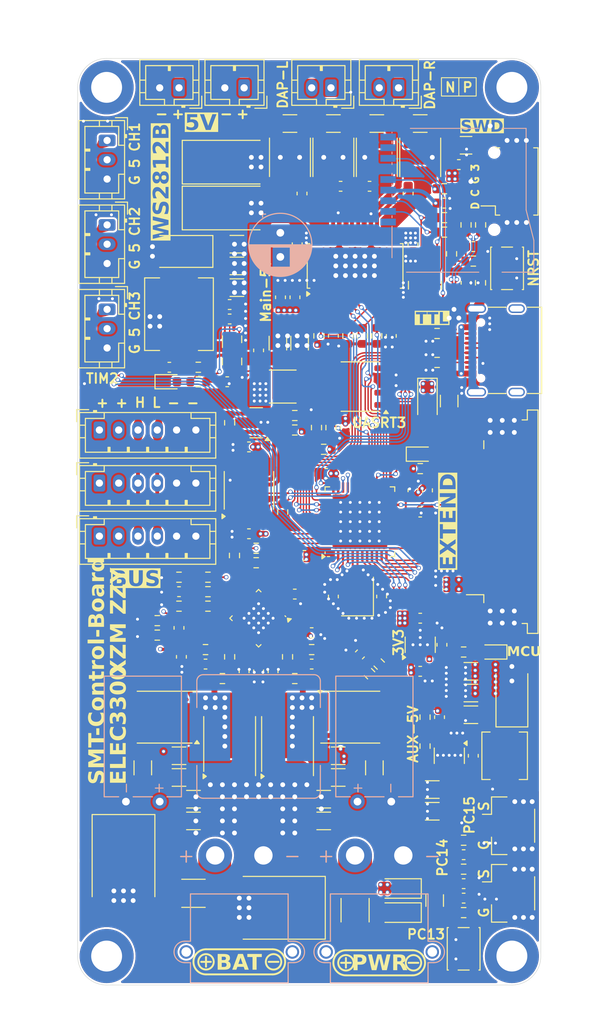
<source format=kicad_pcb>
(kicad_pcb (version 20240108) (generator "pcbnew") (generator_version "8.0")
  (layers (0 "F.Cu" signal) (1 "In1.Cu" signal) (2 "In2.Cu" signal) (31 "B.Cu" signal) (34 "B.Paste" user) (35 "F.Paste" user) (36 "B.SilkS" user "B.Silkscreen") (37 "F.SilkS" user "F.Silkscreen") (38 "B.Mask" user) (39 "F.Mask" user) (44 "Edge.Cuts" user))
  (net 0 "")
  (net 1 "GND")
  (net 2 "Net-(C1-Pad1)")
  (net 3 "Net-(C2-Pad1)")
  (net 4 "/SysPower/SW1")
  (net 5 "/SysPower/BT1")
  (net 6 "/SysPower/SW2")
  (net 7 "/SysPower/BT2")
  (net 8 "/SysPower/SNS1P")
  (net 9 "/SysPower/SNS1N")
  (net 10 "/SysPower/SNS2P")
  (net 11 "/SysPower/SNS2N")
  (net 12 "/SysPower/VCC")
  (net 13 "/SysPower/DITHER")
  (net 14 "Net-(C11-Pad1)")
  (net 15 "Net-(Q1-G)")
  (net 16 "Net-(Q2-G)")
  (net 17 "Net-(Q3-G)")
  (net 18 "Net-(Q3-D)")
  (net 19 "Net-(Q4-G)")
  (net 20 "Net-(Q4-D)")
  (net 21 "Net-(C69-Pad1)")
  (net 22 "Net-(U8-SW)")
  (net 23 "/SysPower/NB679_VCC")
  (net 24 "Net-(U2-BS)")
  (net 25 "Net-(U2-LX)")
  (net 26 "+5V")
  (net 27 "Net-(U2-FB)")
  (net 28 "/SysPower/NB679_LDO")
  (net 29 "/SysPower/NB679_PG")
  (net 30 "Net-(U3-BP)")
  (net 31 "+3V3")
  (net 32 "/SysPower/NB679_EN")
  (net 33 "Net-(U8-BST)")
  (net 37 "VBUS")
  (net 38 "VBAT")
  (net 39 "/SysPower/LD1")
  (net 40 "/SysPower/LD2")
  (net 41 "/SysPower/HD1")
  (net 42 "/SysPower/HD2")
  (net 43 "/SysPower/FB")
  (net 44 "/SysPower/VBATS")
  (net 45 "/SysPower/ADIN")
  (net 46 "/SysPower/COMP")
  (net 47 "/SysPower/INT")
  (net 48 "/SysPower/ACIN")
  (net 49 "/SysPower/INDET")
  (net 50 "/SysPower/~{CE}")
  (net 51 "/SysPower/GPO")
  (net 52 "/NRST")
  (net 53 "/BUTTON_0")
  (net 54 "/VREF+")
  (net 55 "Net-(D1-A)")
  (net 56 "/CAN_H")
  (net 57 "/CAN_L")
  (net 58 "Net-(J2-Pin_4)")
  (net 59 "Net-(J2-Pin_1)")
  (net 60 "Net-(J2-Pin_2)")
  (net 61 "Net-(R37-Pad2)")
  (net 62 "/SWCLK")
  (net 63 "/SWDIO")
  (net 64 "/USART3_RX")
  (net 65 "/USART3_TX")
  (net 66 "/PB0")
  (net 67 "/OSC_OUT")
  (net 68 "/PA4")
  (net 69 "/PA6")
  (net 70 "/PB10")
  (net 71 "/PC4")
  (net 72 "/PB11")
  (net 73 "/PB1")
  (net 74 "/PB14")
  (net 75 "/PB2")
  (net 76 "/PA3")
  (net 77 "/OSC_IN")
  (net 78 "/CAN_TX")
  (net 79 "/CAN_RX")
  (net 80 "+5VP")
  (net 81 "Net-(R23-Pad2)")
  (net 82 "/SPI1_SCK")
  (net 83 "/SPI1_MOSI")
  (net 87 "Net-(U2-EN)")
  (net 88 "Net-(U8-VIN)")
  (net 89 "Net-(D3-K)")
  (net 91 "Net-(U5-BST_L+)")
  (net 92 "Net-(U5-OUT_L+)")
  (net 93 "Net-(U5-OUT_L-)")
  (net 94 "Net-(U5-BST_L-)")
  (net 95 "Net-(U5-OUT_R+)")
  (net 96 "Net-(U5-BST_R+)")
  (net 97 "Net-(U5-BST_R-)")
  (net 98 "Net-(U5-OUT_R-)")
  (net 99 "/PowerDAC_ACM8625S/OUT_R-")
  (net 100 "/PowerDAC_ACM8625S/OUT_R+")
  (net 101 "/PowerDAC_ACM8625S/OUT_L-")
  (net 102 "/PowerDAC_ACM8625S/OUT_L+")
  (net 103 "Net-(U5-VREG_AVDD)")
  (net 104 "Net-(U5-VREG_DVDD)")
  (net 105 "/PowerDAC_ACM8625S/GPIO1")
  (net 106 "/PowerDAC_ACM8625S/GPIO3")
  (net 107 "/SPI3_NSS")
  (net 108 "/SPI3_MOSI")
  (net 109 "/SPI3_SCLK")
  (net 110 "/SPI3_MISO")
  (net 111 "Net-(J16-CLK)")
  (net 113 "Net-(J16-DAT0)")
  (net 114 "/MicroSD_DET")
  (net 115 "Net-(J16-CMD)")
  (net 116 "Net-(J16-DAT3{slash}CD)")
  (net 118 "/SHIELD")
  (net 119 "Net-(D13-A)")
  (net 120 "Net-(F6-Pad1)")
  (net 121 "Net-(J5-CC2)")
  (net 122 "/USB_DN")
  (net 124 "/USB_DP")
  (net 125 "Net-(J5-CC1)")
  (net 127 "Net-(U4-TXD)")
  (net 128 "Net-(U4-RXD)")
  (net 130 "/TIM2_CH1")
  (net 131 "/TIM2_CH2")
  (net 132 "/TIM2_CH3")
  (net 133 "/ACM8625S_PDN")
  (net 134 "/ACM8625S_ADR")
  (net 135 "/I2C2_SCL")
  (net 136 "/I2C2_SDA")
  (net 137 "/I2C1_SDA")
  (net 138 "/I2C1_SCL")
  (net 139 "/SC8815_PSTOP")
  (net 140 "/I2S2_WS")
  (net 141 "/I2S2_SD")
  (net 142 "/I2S2_CK")
  (net 143 "/Switch_0")
  (net 144 "/Switch_1")
  (net 145 "Net-(J18-Pin_1)")
  (net 146 "Net-(J20-Pin_1)")
  (net 147 "Net-(J1-Pin_2)")
  (net 148 "Net-(J4-Pin_2)")
  (net 149 "Net-(D2-A)")
  (footprint "Capacitor_SMD:C_0603_1608Metric" (layer "F.Cu") (at 143.75 75.25 180)
    (property "Reference" "C61" (hide yes))
    (property "Value" "100n")
  )
  (footprint "Resistor_SMD:R_0603_1608Metric" (layer "F.Cu") (at 148.5 63)
    (property "Reference" "R32" (hide yes))
    (property "Value" "10k")
  )
  (footprint "Capacitor_SMD:C_1206_3216Metric" (layer "F.Cu") (at 166.75 89.5 180)
    (property "Reference" "C35" (hide yes))
    (property "Value" "10u")
  )
  (footprint "Resistor_SMD:R_0603_1608Metric" (layer "F.Cu") (at 144.5 78.25)
    (property "Reference" "R28" (hide yes))
    (property "Value" "10k")
  )
  (footprint "Capacitor_SMD:C_0603_1608Metric" (layer "F.Cu") (at 166 108.5)
    (property "Reference" "C72" (hide yes))
    (property "Value" "100n")
  )
  (footprint "Capacitor_SMD:C_0603_1608Metric" (layer "F.Cu") (at 167 98.25 -90)
    (property "Reference" "C28" (hide yes))
    (property "Value" "100n")
  )
  (footprint "Capacitor_SMD:C_0603_1608Metric" (layer "F.Cu") (at 156.25 39.25)
    (property "Reference" "C31" (hide yes))
    (property "Value" "470n")
  )
  (footprint "Resistor_SMD:R_0603_1608Metric" (layer "F.Cu") (at 147.75 88 90)
    (property "Reference" "R1" (hide yes))
    (property "Value" "0R")
  )
  (footprint "Resistor_SMD:R_0603_1608Metric" (layer "F.Cu") (at 148.5 64.5 180)
    (property "Reference" "R31" (hide yes))
    (property "Value" "4k7")
  )
  (footprint "Capacitor_SMD:C_0603_1608Metric" (layer "F.Cu") (at 164 41)
    (property "Reference" "C41" (hide yes))
    (property "Value" "100n")
  )
  (footprint "Capacitor_SMD:C_1206_3216Metric" (layer "F.Cu") (at 138 102.75)
    (property "Reference" "C21" (hide yes))
    (property "Value" "10u")
  )
  (footprint "Resistor_SMD:R_0603_1608Metric" (layer "F.Cu") (at 162 97.25 -90)
    (property "Reference" "R25" (hide yes))
    (property "Value" "10k")
  )
  (footprint "Capacitor_SMD:C_0603_1608Metric" (layer "F.Cu") (at 143.25 89.5 90)
    (property "Reference" "C2" (hide yes))
    (property "Value" "1n")
  )
  (footprint "Connector_JST:JST_GH_BM02B-GHS-TBT_1x02-1MP_P1.25mm_Vertical" (layer "F.Cu") (at 170.75 105.5 -90)
    (property "Reference" "J18" (hide yes))
    (property "Value" "Switch")
  )
  (footprint "Capacitor_SMD:C_0603_1608Metric" (layer "F.Cu") (at 136.5 81.25 180)
    (property "Reference" "C11" (hide yes))
    (property "Value" "22n")
  )
  (footprint "Resistor_SMD:R_0603_1608Metric" (layer "F.Cu") (at 150.75 64.25 -90)
    (property "Reference" "R47" (hide yes))
    (property "Value" "120R")
  )
  (footprint "Connector_JST:JST_PH_B2B-PH-K_1x02_P2.00mm_Vertical" (layer "F.Cu") (at 159.25 29.05 180)
    (property "Reference" "J12" (hide yes))
    (property "Value" "Speaker")
  )
  (footprint "Crystal:Crystal_SMD_3225-4Pin_3.2x2.5mm" (layer "F.Cu") (at 155 81.75 90)
    (property "Reference" "Y2" (hide yes))
    (property "Value" "3225 25MHz")
  )
  (footprint "Capacitor_SMD:C_0603_1608Metric" (layer "F.Cu") (at 136.5 85 -90)
    (property "Reference" "C6" (hide yes))
    (property "Value" "22n")
  )
  (footprint "Capacitor_SMD:C_0603_1608Metric" (layer "F.Cu") (at 144.75 89.5 -90)
    (property "Reference" "C10" (hide yes))
    (property "Value" "1u")
  )
  (footprint "Capacitor_SMD:C_1206_3216Metric" (layer "F.Cu") (at 142.5 45.25)
    (property "Reference" "C74" (hide yes))
    (property "Value" "22u")
  )
  (footprint "Capacitor_SMD:C_1206_3216Metric" (layer "F.Cu") (at 162.75 101.75 180)
    (property "Reference" "C27" (hide yes))
    (property "Value" "10u")
  )
  (footprint "Resistor_SMD:R_1206_3216Metric" (layer "F.Cu") (at 132.75 99.5 -90)
    (property "Reference" "R8" (hide yes))
    (property "Value" "5m")
  )
  (footprint "Resistor_SMD:R_0603_1608Metric" (layer "F.Cu") (at 164 39.5)
    (property "Reference" "R38" (hide yes))
    (property "Value" "10k")
  )
  (footprint "Package_SO:SOIC-8_3.9x4.9mm_P1.27mm" (layer "F.Cu") (at 155.25 60 180)
    (property "Reference" "U4" (hide yes))
    (property "Value" "CH340N")
  )
  (footprint "Capacitor_SMD:C_1206_3216Metric" (layer "F.Cu") (at 151.5 105)
    (property "Reference" "C17" (hide yes))
    (property "Value" "10u")
  )
  (footprint "Inductor_SMD:L_Abracon_ASPI-4030S" (layer "F.Cu") (at 148 36.25 90)
    (property "Reference" "L3" (hide yes))
    (property "Value" "10uH 4030")
  )
  (footprint "LED_SMD:LED_0603_1608Metric" (layer "F.Cu") (at 135.5 59.5)
    (property "Reference" "D12" (hide yes))
    (property "Value" "Power Good")
  )
  (footprint "Diode_SMD:D_SMF" (layer "F.Cu") (at 162.25 61.5 -90)
    (property "Reference" "D13" (hide yes))
    (property "Value" "K34")
  )
  (footprint "Connector_JST:JST_PH_B2B-PH-K_1x02_P2.00mm_Vertical" (layer "F.Cu") (at 152.25 29.05 180)
    (property "Reference" "J13" (hide yes))
    (property "Value" "Speaker")
  )
  (footprint "Package_TO_SOT_SMD:TDSON-8-1" (layer "F.Cu") (at 154.25 94.25)
    (property "Reference" "Q3" (hide yes))
    (property "Value" "BSC035")
  )
  (footprint "Capacitor_SMD:C_1206_3216Metric" (layer "F.Cu") (at 138 105)
    (property "Reference" "C22" (hide yes))
    (property "Value" "10u")
  )
  (footprint "Resistor_SMD:R_0603_1608Metric" (layer "F.Cu") (at 161.5 68.5)
    (property "Reference" "R33" (hide yes))
    (property "Value" "1k")
  )
  (footprint "Capacitor_SMD:C_1206_3216Metric" (layer "F.Cu") (at 157 32.75)
    (property "Reference" "C44" (hide yes))
    (property "Value" "680n")
  )
  (footprint "Connector_JST:JST_PH_B6B-PH-K_1x06_P2.00mm_Vertical" (layer "F.Cu") (at 128.25 64.5)
    (property "Reference" "J6" (hide yes))
    (property "Value" "Conn_01x06_MountingPin")
  )
  (footprint "Resistor_SMD:R_0603_1608Metric" (layer "F.Cu") (at 154 54.75 -90)
    (property "Reference" "R22" (hide yes))
    (property "Value" "10k")
  )
  (footprint "Resistor_SMD:R_0603_1608Metric" (layer "F.Cu") (at 139.5 81.25 180)
    (property "Reference" "R18" (hide yes))
    (property "Value" "10k")
  )
  (footprint "Capacitor_SMD:C_1206_3216Metric" (layer "F.Cu") (at 142.5 49.75)
    (property "Reference" "C76" (hide yes))
    (property "Value" "22u")
  )
  (footprint "Resistor_SMD:R_0603_1608Metric" (layer "F.Cu") (at 164 42.5)
    (property "Reference" "R35" (hide yes))
    (property "Value" "10k")
  )
  (footprint "Capacitor_SMD:C_0603_1608Metric" (layer "F.Cu") (at 141.5 59.5)
    (property "Reference" "C70" (hide yes))
    (property "Value" "1u")
  )
  (footprint "Capacitor_SMD:C_0603_1608Metric" (layer "F.Cu") (at 139.25 88.75)
    (property "Reference" "C4" (hide yes))
    (property "Value" "100n")
  )
  (footprint "Package_TO_SOT_SMD:SOT-23-5" (layer "F.Cu") (at 161.5 86.75 90)
    (property "Reference" "U3" (hide yes))
    (property "Value" "RS3236")
  )
  (footprint "LED_SMD:LED_0603_1608Metric" (layer "F.Cu") (at 161.54 67)
    (property "Reference" "D2" (hide yes))
    (property "Value" "R")
  )
  (footprint "Capacitor_SMD:C_0603_1608Metric" (layer "F.Cu") (at 148.52 50.75 90)
    (property "Reference" "C51" (hide yes))
    (property "Value" "100n")
  )
  (footprint "Resistor_SMD:R_0603_1608Metric" (layer "F.Cu") (at 134.25 84.25)
    (property "Reference" "R11" (hide yes))
    (property "Value" "2R")
  )
  (footprint "Capacitor_Tantalum_SMD:CP_EIA-7343-15_Kemet-W" (layer "F.Cu") (at 141.25 36.75)
    (property "Reference" "C36" (hide yes))
    (property "Value" "47u")
  )
  (footprint "Capacitor_SMD:C_0603_1608Metric" (layer "F.Cu") (at 148.5 81.5)
    (property "Reference" "C12" (hide yes))
    (property "Value" "100n")
  )
  (footprint "Resistor_SMD:R_0603_1608Metric" (layer "F.Cu") (at 166 107)
    (property "Reference" "R55" (hide yes))
    (property "Value" "330R")
  )
  (footprint "Diode_SMD:D_SMF" (layer "F.Cu") (at 159.25 112 180)
    (property "Reference" "D4" (hide yes))
    (property "Value" "K34")
  )
  (footprint "Connector_FFC-FPC:TE_1-84952-5_1x15-1MP_P1.0mm_Horizontal" (layer "F.Cu") (at 169 74 90)
    (property "Reference" "J17" (hide yes))
    (property "Value" "Conn_01x15_MountingPin")
  )
  (footprint "Capacitor_SMD:C_0603_1608Metric" (layer "F.Cu") (at 141.75 53)
    (property "Reference" "C71" (hide yes))
    (property "Value" "4u7")
  )
  (footprint "Capacitor_SMD:C_0603_1608Metric" (layer "F.Cu") (at 153.25 39.25 180)
    (property "Reference" "C18" (hide yes))
    (property "Value" "470n")
  )
  (footprint "MountingHole:MountingHole_3.2mm_M3_DIN965_Pad" (layer "F.Cu") (at 171 119)
    (property "Reference" "H2" (hide yes))
    (property "Value" "MountingHole_Pad")
  )
  (footprint "Capacitor_SMD:C_0603_1608Metric" (layer "F.Cu") (at 167 45.5)
    (property "Reference" "C59" (hide yes))
    (property "Value" "100n")
  )
  (footprint "Package_TO_SOT_SMD:TDSON-8-1" (layer "F.Cu") (at 147.75 97.25 90)
    (property "Reference" "Q1" (hide yes))
    (property "Value" "BSC035")
  )
  (footprint "Capacitor_SMD:C_0603_1608Metric" (layer "F.Cu") (at 144.75 56.25 90)
    (property "Reference" "C68" (hide yes))
    (property "Value" "100n")
  )
  (footprint "Button_Switch_SMD:SW_SPST_PTS810" (layer "F.Cu") (at 166 118.25 -90)
    (property "Reference" "SW1" (hide yes))
    (property "Value" "NRST")
  )
  (footprint "Package_TO_SOT_SMD:TDSON-8-1" (layer "F.Cu") (at 141.75 97.25 90)
    (property "Reference" "Q2" (hide yes))
    (property "Value" "BSC035")
  )
  (footprint "Capacitor_SMD:C_0603_1608Metric" (layer "F.Cu") (at 149.5 77.5 180)
    (property "Reference" "C56" (hide yes))
    (property "Value" "100n")
  )
  (footprint "Resistor_SMD:R_0603_1608Metric" (layer "F.Cu") (at 136.5 82.75 180)
    (property "Reference" "R16" (hide yes))
    (property "Value" "10k")
  )
  (footprint "Capacitor_SMD:C_0603_1608Metric" (layer "F.Cu") (at 166 111.5)
    (property "Reference" "C55" (hide yes))
    (property "Value" "100n")
  )
  (footprint "Resistor_SMD:R_Array_Concave_4x0603" (layer "F.Cu") (at 162 49.5 -90)
    (property "Reference" "RN1" (hide yes))
    (property "Value" "82R")
  )
  (footprint "Capacitor_SMD:C_0603_1608Metric" (layer "F.Cu") (at 158.5 54.75 -90)
    (property "Reference" "C53" (hide yes))
    (property "Value" "1u")
  )
  (footprint "Fuse:Fuse_Littelfuse-NANO2-451_453" (layer "F.Cu") (at 154.75 114.25 90)
    (property "Reference" "F3" (hide yes))
    (property "Value" "Fuse")
  )
  (footprint "Capacitor_SMD:C_0603_1608Metric" (layer "F.Cu") (at 163.75 86.75 -90)
    (property "Reference" "C39" (hide yes))
    (property "Value" "10n")
  )
  (footprint "Resistor_SMD:R_0603_1608Metric" (layer "F.Cu") (at 141.75 88 90)
    (property "Reference" "R2" (hide yes))
    (property "Value" "0R")
  )
  (footprint "Capacitor_SMD:C_1206_3216Metric" (layer "F.Cu") (at 153 98.25)
    (property "Reference" "C14" (hide yes))
    (property "Value" "10u")
  )
  (footprint "Capacitor_SMD:C_1206_3216Metric" (layer "F.Cu") (at 148 32.75)
    (property "Reference" "C43" (hide yes))
    (property "Value" "680n")
  )
  (footprint "Capacitor_SMD:C_0603_1608Metric" (layer "F.Cu") (at 160.75 70.75 90)
    (property "Reference" "C57" (hide yes))
    (property "Value" "100n")
  )
  (footprint "Fuse:Fuse_Littelfuse-NANO2-451_453" (layer "F.Cu") (at 138 112.5)
    (property "Reference" "F2" (hide yes))
    (property "Value" "Fuse")
  )
  (footprint "Capacitor_SMD:C_0603_1608Metric" (layer "F.Cu") (at 149.25 40 -90)
    (property "Reference" "C13" (hide yes))
    (property "Value" "470n")
  )
  (footprint "Resistor_SMD:R_0603_1608Metric" (layer "F.Cu") (at 167 47)
    (property "Reference" "R23" (hide yes))
    (property "Value" "330R")
  )
  (footprint "Resistor_SMD:R_0603_1608Metric" (layer "F.Cu") (at 138.5 58 180)
    (property "Reference" "R48" (hide yes))
    (property "Value" "3R3")
  )
  (footprint "Capacitor_SMD:C_0603_1608Metric" (layer "F.Cu") (at 152.5 54.75 -90)
    (property "Reference" "C54" (hide yes))
    (property "Value" "1u")
  )
  (footprint "Capacitor_SMD:C_0603_1608Metric" (layer "F.Cu") (at 161.5 84)
    (property "Reference" "C40" (hide yes))
    (property "Value" "10u")
  )
  (footprint "Resistor_SMD:R_0603_1608Metric" (layer "F.Cu") (at 141 90.25)
    (property "Reference" "R4" (hide yes))
    (property "Value" "2R2")
  )
  (footprint "Capacitor_SMD:C_0603_1608Metric" (layer "F.Cu") (at 161.5 73)
    (property "Reference" "C65" (hide yes))
    (property "Value" "100n")
  )
  (footprint "Capacitor_SMD:C_1206_3216Metric" (layer "F.Cu") (at 136.5 98.25)
    (property "Reference" "C19" (hide yes))
    (property "Value" "10u")
  )
  (footprint "Resistor_SMD:R_0603_1608Metric" (layer "F.Cu") (at 163.25 54.5 180)
    (property "Reference" "R53" (hide yes))
    (property "Value" "4k7")
  )
  (footprint "Capacitor_SMD:C_0603_1608Metric" (layer "F.Cu") (at 148.75 45.25 -90)
    (property "Reference" "C49" (hide yes))
    (property "Value" "100n")
  )
  (footprint "Capacitor_SMD:C_0603_1608Metric" (layer "F.Cu") (at 150.25 85.5)
    (property "Reference" "C7" (hide yes))
    (property "Value" "1u")
  )
  (footprint "AEX7 Others:QFN-12 2x3mm (NB679)" (layer "F.Cu") (at 142 56.25 180)
    (property "Reference" "U8" (hide yes))
    (property "Value" "NB679")
  )
  (footprint "Diode_SMD:D_SMF" (layer "F.Cu") (at 159.25 114.5 180)
    (property "Reference" "D3" (hide yes))
    (property "Value" "K34")
  )
  (footprint "Resistor_SMD:R_0603_1608Metric" (layer "F.Cu") (at 142.25 77.5 -90)
    (property "Reference" "R26" (hide yes))
    (property "Value" "10k")
  )
  (footprint "Capacitor_SMD:C_0603_1608Metric" (layer "F.Cu") (at 163.5 94.25 -90)
    (property "Reference" "C29" (hide yes))
    (property "Value" "20p")
  )
  (footprint "Diode_SMD:D_SMA" (layer "F.Cu") (at 136.5 46 180)
    (property "Reference" "D5" (hide yes))
    (property "Value" "SMAJ5.0A")
  )
  (footprint "Button_Switch_SMD:SW_SPST_PTS810" (layer "F.Cu") (at 170.5 47.75 90)
    (property "Reference" "SW3" (hide yes))
    (property "Value" "NRST")
  )
  (footprint "Capacitor_SMD:C_0603_1608Metric" (layer "F.Cu") (at 135.5 58 180)
    (property "Reference" "C69" (hide yes))
    (property "Value" "220n")
  )
  (footprint "Connector_JST:JST_PH_B3B-PH-K_1x03_P2.00mm_Vertical" (layer "F.Cu") (at 129.05 52 -90)
    (property "Reference" "J9" (hide yes))
    (property "Value" "2812")
  )
  (footprint "Resistor_SMD:R_0603_1608Metric" (layer "F.Cu") (at 166 110)
    (property "Reference" "R54" (hide yes))
    (property "Value" "330R")
  )
  (footprint "Capacitor_SMD:C_0603_1608Metric" (layer "F.Cu") (at 150.25 88.75)
    (property "Reference" "C3" (hide yes))
    (property "Value" "100n")
  )
  (footprint "Capacitor_SMD:C_0603_1608Metric" (layer "F.Cu") (at 151.75 69 180)
    (property "Reference" "C9" (hide yes))
    (property "Value" "100n")
  )
  (footprint "Resistor_SMD:R_0603_1608Metric" (layer "F.Cu") (at 156.25 89.75 135)
    (property "Reference" "R10" (hide yes))
    (property "Value" "2R")
  )
  (footprint "Diode_SMD:D_SMC" (layer "F.Cu") (at 146.75 114 180)
    (property "Reference" "D11" (hide yes))
    (property "Value" "SMCJ28A")
  )
  (footprint "Capacitor_SMD:C_0603_1608Metric" (layer "F.Cu") (at 141.75 51.5)
    (property "Reference" "C73" (hide yes))
    (property "Value" "100n")
  )
  (footprint "Resistor_SMD:R_0603_1608Metric" (layer "F.Cu") (at 144.5 76.75)
    (property "Reference" "R27" (hide yes))
    (property "Value" "10k")
  )
  (footprint "Connector_JST:JST_PH_B2B-PH-K_1x02_P2.00mm_Vertical" (layer "F.Cu") (at 143.25 29.05 180)
    (property "Reference" "J14" (hide yes))
    (property "Value" "5V")
  )
  (footprint "Connector_JST:JST_PH_B6B-PH-K_1x06_P2.00mm_Vertical" (layer "F.Cu") (at 128.25 70)
    (property "Reference" "J8" (hide yes))
    (property "Value" "Conn_01x06_MountingPin")
  )
  (footprint "MountingHole:MountingHole_3.2mm_M3_DIN965_Pad" (layer "F.Cu") (at 129 119)
    (property "Reference" "H1" (hide yes))
    (property "Value" "MountingHole_Pad")
  )
  (footprint "Resistor_SMD:R_0603_1608Metric" (layer "F.Cu") (at 157.25 88.75 135)
    (property "Reference" "R9" (hide yes))
    (property "Value" "2R")
  )
  (footprint "Connector_JST:JST_PH_B2B-PH-K_1x02_P2.00mm_Vertical" (layer "F.Cu") (at 136.5 29.05 180)
    (property "Reference" "J15" (hide yes))
    (property "Value" "5V")
  )
  (footprint "Capacitor_SMD:C_0603_1608Metric" (layer "F.Cu") (at 166.25 49.25 -90)
    (property "Reference" "C47" (hide yes))
    (property "Value" "100n")
  )
  (footprint "Resistor_SMD:R_0603_1608Metric" (layer "F.Cu") (at 139.5 82.75 180)
    (property "Reference" "R15" (hide yes))
    (property "Value" "200k")
  )
  (footprint "MountingHole:MountingHole_3.2mm_M3_DIN965_Pad" (layer "F.Cu") (at 171 29)
    (property "Reference" "H4" (hide yes))
    (property "Value" "MountingHole_Pad")
  )
  (footprint "Package_TO_SOT_SMD:SOT-23" (layer "F.Cu") (at 144.5 63.75 180)
    (property "Reference" "D9" (hide yes))
    (property "Value" "NUP2105L")
  )
  (footprint "Fuse:Fuse_1206_3216Metric" (layer "F.Cu") (at 163 113.25 90)
    (property "Reference" "F5" (hide yes))
    (property "Value" "1206 1A")
  )
  (footprint "Resistor_SMD:R_1206_3216Metric" (layer "F.Cu") (at 156.75 99.5 90)
    (property "Reference" "R7" (hide yes))
    (property "Value" "5m")
  )
  (footprint "Package_SO:SOIC-8_3.9x4.9mm_P1.27mm" (layer "F.Cu") (at 143.75 70.75 90)
    (property "Reference" "U7" (hide yes))
    (property "Value" "TJA1042T-3")
  )
  (footprint "Resistor_SMD:R_0603_1608Metric" (layer "F.Cu") (at 151.5 66.5)
    (property "Reference" "R45" (hide yes))
    (property "Value" "10k")
  )
  (footprint "Fuse:Fuse_1206_3216Metric" (layer "F.Cu") (at 164.5 61.5 -90)
    (property "Reference" "F6" (hide yes))
    (property "Value" "1A 1206")
  )
  (footprint "Inductor_SMD:L_Sunlord_MWSA0603S" (layer "F.Cu") (at 136.5 52.5 90)
    (property "Reference" "L5" (hide yes))
    (property "Value" "1u5")
  )
  (footprint "Capacitor_SMD:C_0603_1608Metric" (layer "F.Cu") (at 157.5 81.75 90)
    (property "Reference" "C38" (hide yes))
    (property "Value" "20p")
  )
  (footprint "Package_TO_SOT_SMD:TDSON-8-1" (layer "F.Cu") (at 135.229 94.25 180)
    (property "Reference" "Q4" (hide yes))
    (property "Value" "BSC035")
  )
  (footprint "Connector_JST:JST_PH_B6B-PH-K_1x06_P2.00mm_Vertical" (layer "F.Cu") (at 128.25 75.5)
    (property "Reference" "J7" (hide yes))
    (property "Value" "Conn_01x06_MountingPin")
  )
  (footprint "Capacitor_SMD:C_1206_3216Metric" (layer "F.Cu") (at 153 100.5)
    (property "Reference" "C15" (hide yes))
    (property "Value" "10u")
  )
  (footprint "MountingHole:MountingHole_3.2mm_M3_DIN965_Pad" (layer "F.Cu") (at 129 29)
    (property "Reference" "H3" (hide yes))
    (property "Value" "MountingHole_Pad")
  )
  (footprint "Resistor_SMD:R_0603_1608Metric" (layer "F.Cu") (at 155.5 54.75 -90)
    (property "Reference" "R21" (hide yes))
    (property "Value" "10k")
  )
  (footprint "Package_DFN_QFN:QFN-32-1EP_4x4mm_P0.4mm_EP2.65x2.65mm" (layer "F.Cu") (at 144.75 84 -135)
    (property "Reference" "U1" (hide yes))
    (property "Value" "SC8815")
  )
  (footprint "Resistor_SMD:R_0603_1608Metric" (layer "F.Cu") (at 141.75 63.75 -90)
    (property "Reference" "R39" (hide yes))
    (property "Value" "120R")
  )
  (footprint "Capacitor_SMD:C_0603_1608Metric" (layer "F.Cu") (at 165.5 37)
    (property "Reference" "C64" (hide yes))
    (property "Value" "10u")
  )
  (footprint "Package_TO_SOT_SMD:SOT-23-6" (layer "F.Cu") (at 164.515 98.25 -90)
    (property "Reference" "U2" (hide yes))
    (property "Value" "RY8411")
  )
  (footprint "Capacitor_Tantalum_SMD:CP_EIA-7343-15_Kemet-W" (layer "F.Cu") (at 141.25 41.5)
    (property "Reference" "C30" (hide yes))
    (property "Value" "47u")
  )
  (footprint "Connector_USB:USB_C_Receptacle_Palconn_UTC16-G" (layer "F.Cu") (at 169.25 56.25 90)
    (property "Reference" "J5" (hide yes))
    (property "Value" "USB_C_Receptacle_USB2.0_16P")
  )
  (footprint "Capacitor_SMD:C_1206_3216Metric" (layer "F.Cu") (at 136.5 100.5)
    (property "Reference" "C20" (hide yes))
    (property "Value" "10u")
  )
  (footprint "Fuse:Fuse_1206_3216Metric" (layer "F.Cu") (at 166.25 35)
    (property "Reference" "F4" (hide yes))
    (property "Value" "Polyfuse_Small")
  )
  (footprint "Inductor_SMD:L_Abracon_ASPI-4030S" (layer "F.Cu") (at 152.5 36.25 90)
    (property "Reference" "L4" (hide yes))
    (property "Value" "10uH 4030")
  )
  (footprint "Connector_Molex:Molex_PicoBlade_53261-0471_1x04-1MP_P1.25mm_Horizontal" (layer "F.Cu") (at 171 38.75 90)
    (property "Reference" "J2" (hide yes))
    (property "Value" "SWD")
  )
  (footprint "Capacitor_SMD:C_0603_1608Metric" (layer "F.Cu") (at 136.75 88 -90)
    (property "Reference" "C8" (hide yes))
    (property "Value" "1u")
  )
  (footprint "Capacitor_SMD:C_0603_1608Metric" (layer "F.Cu") (at 160.25 40 -90)
    (property "Reference" "C23" (hide yes))
    (property "Value" "470n")
  )
  (footprint "Capacitor_SMD:C_0603_1608Metric" (layer "F.Cu") (at 153.75 64.25 -90)
    (property "Reference" "C42" (hide yes))
    (property "Value" "100n")
  )
  (footprint "Resistor_SMD:R_0603_1608Metric" (layer "F.Cu") (at 139.5 79.75 180)
    (property "Reference" "R13" (hide yes))
    (property "Value" "232k")
  )
  (footprint "Capacitor_SMD:C_1206_3216Metric" (layer "F.Cu") (at 146.75 55.5 90)
    (property "Reference" "C66" (hide yes))
    (property "Value" "22u")
  )
  (footprint "Fuse:Fuse_1812_4532Metric" (layer "F.Cu") (at 147.25 60)
    (property "Reference" "F1" (hide yes))
    (property "Value" "1812 1.5A")
  )
  (footprint "Resistor_SMD:R_0603_1608Metric" (layer "F.Cu") (at 164 44)
    (property "Reference" "R34" (hide yes))
    (property "Value" "10k")
  )
  (footprint "Capacitor_SMD:C_0603_1608Metric" (layer "F.Cu") (at 164 80.5 180)
    (property "Reference" "C77" (hide yes))
    (property "Value" "10u")
  )
  (footprint "Resistor_SMD:R_0603_1608Metric" (layer "F.Cu") (at 166 87.5)
    (property "Reference" "R30" (hide yes))
    (property "Value" "1k")
  )
  (footprint "Capacitor_SMD:C_0603_1608Metric" (layer "F.Cu") (at 146.25 89.5 90)
    (property "Reference" "C1" (hide yes))
    (property "Value" "1n")
  )
  (footprint "Capacitor_SMD:C_1206_3216Metric" (layer "F.Cu") (at 161.5 32.75 180)
    (property "Reference" "C46" (hide yes))
    (property "Value" "680n")
  )
  (footprint "Resistor_SMD:R_0603_1608Metric" (layer "F.Cu") (at 148.5 90.25 180)
    (property "Reference" "R3" (hide yes))
    (property "Value" "2R2")
  )
  (footprint "Resistor_SMD:R_0603_1608Metric" (layer "F.Cu") (at 139.25 87.25)
    (property "Reference" "R6" (hide yes))
    (property "Value" "0R")
  )
  (footprint "Capacitor_SMD:C_0603_1608Metric" (layer "F.Cu") (at 161.5 89.5)
    (property "Reference" "C33" (hide yes))
    (property "Value" "10u")
  )
  (footprint "Resistor_SMD:R_0603_1608Metric" (layer "F.Cu") (at 150.25 87.25 180)
    (property "Reference" "R5" (hide yes))
    (property "Value" "0R")
  )
  (footprint "Capacitor_SMD:C_1206_3216Metric" (layer "F.Cu") (at 149 55.5 90)
    (property "Reference" "C67" (hide yes))
    (property "Value" "22u")
  )
  (footprint "Resistor_SMD:R_0603_1608Metric" (layer "F.Cu") (at 166.25 43.25 90)
    (property "Reference" "R42" (hide yes))
    (property "Value" "33R")
  )
  (footprint "Capacitor_SMD:C_1206_3216Metric" (layer "F.Cu") (at 162.75 104 180)
    (property "Reference" "C26" (hide yes))
    (property "Value" "10u")
  )
  (footprint "Package_DFN_QFN:QFN-48-1EP_7x7mm_P0.5mm_EP5.6x5.6mm" (layer "F.Cu") (at 155.25 74 90)
    (property "Reference" "U6" (hide yes))
    (property "Value" "STM32G431CBUx")
  )
  (footprint "Resistor_SMD:R_0603_1608Metric" (layer "F.Cu") (at 167.75 49.25 -90)
    (property "Reference" "R51" (hide yes))
    (property "Value" "1M")
  )
  (footprint "Capacitor_SMD:C_0603_1608Metric" (layer "F.Cu") (at 155.25 87.75 -135)
    (property "Reference" "C5" (hide yes))
    (property "Value" "22n")
  )
  (footprint "LED_SMD:LED_0603_1608Metric" (layer "F.Cu") (at 169 87.5 180)
    (property "Reference" "D1" (hide yes))
    (property "Value" "R")
  )
  (footprint "Resistor_SMD:R_0603_1608Metric" (layer "F.Cu") (at 157 54.75 -90)
    (property "Reference" "R19" (hide yes))
    (property "Value" "10k")
  )
  (footprint "Resistor_SMD:R_0603_1608Metric" (layer "F.Cu") (at 134.25 85.75)
    (property "Reference" "R12" (hide yes))
    (property "Value" "2R")
  )
  (footprint "Capacitor_SMD:C_0603_1608Metric" (layer "F.Cu") (at 143.75 66.25 180)
    (property "Reference" "C62" (hide yes))
    (property "Value" "100n")
  )
  (footprint "Resistor_SMD:R_0603_1608Metric" (layer "F.Cu") (at 164.75 46.25 -90)
    (property "Reference" "R29" (hide yes))
    (property "Value" "10k")
  )
  (footprint "Capacitor_SMD:C_1206_3216Metric" (layer "F.Cu") (at 151.5 102.75)
    (property "Reference" "C16" (hide yes))
    (property "Value" "10u")
  )
  (footprint "Diode_SMD:D_SMA" (layer "F.Cu") (at 171 91.75 90)
    (property "Reference" "D7" (hide yes))
    (property "Value" "SMAJ5.0A")
  )
  (footprint "Resistor_SMD:R_0603_1608Metric" (layer "F.Cu") (at 151 54.75 -90)
    (property "Reference" "R20" (hide yes))
    (property "Value" "10k")
  )
  (footprint "Inductor_SMD:L_Abracon_ASPI-4030S" (layer "F.Cu") (at 161.5 36.25 90)
    (property "Reference" "L6" (hide yes))
    (property "Value" "10uH 4030")
  )
  (footprint "Capacitor_SMD:C_1206_3216Metric" (layer "F.Cu") (at 166.75 94 180)
    (property "Reference" "C32" (hide yes))
    (property "Value" "10u")
  )
  (footprint "Resistor_SMD:R_0603_1608Metric" (layer "F.Cu") (at 162 94.25 -90)
    (property "Reference" "R24" (hide yes))
    (property "Value" "54k6")
  )
  (footprint "Capacitor_SMD:C_1206_3216Metric" (layer "F.Cu") (at 142.5 47.5)
    (property "Reference" "C75" (hide yes))
    (property "Value" "22u")
  )
  (footprint "Capacitor_SMD:C_0603_1608Metric" (layer "F.Cu") (at 166 113)
    (property "Reference" "C60" (hide yes))
    (property "Value" "100n")
  )
  (footprint "Capacitor_SMD:C_0603_1608Metric" (layer "F.Cu") (at 147.02 50.75 90)
    (property "Reference" "C52" (hide yes))
    (property "Value" "10u")
  )
  (footprint "Connector_JST:JST_GH_BM02B-GHS-TBT_1x02-1MP_P1.25mm_Vertical" (layer "F.Cu") (at 170.75 112.5 -90)
    (property "Reference" "J20" (hide yes))
    (property "Value" "Switch")
  )
  (footprint "Connector_JST:JST_PH_B3B-PH-K_1x03_P2.00mm_Vertical" (layer "F.Cu") (at 129.05 34.5 -90)
    (property "Reference" "J11" (hide yes))
    (property "Value" "2812")
  )
  (footprint "Diode_SMD:D_SMC" (layer "F.Cu") (at 130.75 109.25 -90)
    (property "Reference" "D10" (hide yes))
    (property "Value" "SMCJ28A")
  )
  (footprint "Capacitor_SMD:C_0603_1608Metric" (layer "F.Cu") (at 160.75 45.25 -90)
    (property "Reference" "C50" (hide yes))
    (property "Value" "100n")
  )
  (footprint "Resistor_SMD:R_0603_1608Metric" (layer "F.Cu") (at 166 114.5)
    (property "Reference" "R37" (hide yes))
    (property "Value" "330R")
  )
  (footprint "Inductor_SMD:L_Abracon_ASPI-4030S" (layer "F.Cu") (at 157 36.25 90)
    (property "Reference" "L7" (hide yes))
    (property "Value" "10uH 4030")
  )
  (footprint "Package_SO:TSSOP-28-1EP_4.4x9.7mm_P0.65mm_EP2.85x6.7mm" (layer "F.Cu") (at 154.75 47.5 90)
    (property "Reference" "U5" (hide yes))
    (property "Value" "ACM8625S")
  )
  (footprint "Resistor_SMD:R_0603_1608Metric" (layer "F.Cu") (at 147.25 73 -90)
    (property "Reference" "R17" (hide yes))
    (property "Value" "NC")
  )
  (footprint "Resistor_SMD:R_0603_1608Metric" (layer "F.Cu") (at 136.5 79.75 180)
    (property "Reference" "R14" (hide yes))
    (property "Value" "10k")
  )
  (footprint "Connector_JST:JST_PH_B3B-PH-K_1x03_P2.00mm_Vertical" (layer "F.Cu") (at 129.05 43.25 -90)
    (property "Reference" "J10" (hide yes))
    (property "Value" "2812")
  )
  (footprint "Resistor_SMD:R_0603_1608Metric" (layer "F.Cu") (at 163.25 57.5 180)
    (property "Reference" "R52" (hide yes))
    (property "Value" "4k7")
  )
  (footprint "Capacitor_SMD:C_1206_3216Metric" (layer "F.Cu") (at 152.5 32.75 180)
    (property "Reference" "C45" (hide yes))
    (property "Value" "680n")
  )
  (footprint "Resistor_SMD:R_0603_1608Metric" (layer "F.Cu") (at 167.76 43.25 90)
    (property "Reference" "R43" (hide yes))
    (property "Value" "33R")
  )
  (footprint "Resistor_SMD:R_0603_1608Metric" (layer "F.Cu") (at 138.5 59.5 180)
    (property "Reference" "R49" (hide yes))
    (property "Value" "1k")
  )
  (footprint "Capacitor_SMD:C_1206_3216Metric" (layer "F.Cu") (at 166.75 91.75 180)
    (property "Reference" "C34" (hide yes))
    (property "Value" "10u")
  )
  (footprint "Capacitor_SMD:C_0603_1608Metric" (layer "F.Cu") (at 152.5 81.75 -90)
    (property "Reference" "C37" (hide yes))
    (property "Value" "20p")
  )
  (footprint "Inductor_SMD:L_Sunlord_MWSA0402S" (layer "F.Cu") (at 170.25 98.25 90)
    (property "Reference" "L2" (hide yes))
    (property "Value" "6u8")
  )
  (footprint "Inductor_SMD:L_0603_1608Metric" (layer "F.Cu") (at 162.25 70.75 -90)
    (property "Reference" "FB1" (hide yes))
    (property "Value" "0603")
  )
  (footprint "Resistor_SMD:R_0603_1608Metric" (layer "F.Cu") (at 152.25 64.25 -90)
    (property "Reference" "R50" (hide yes))
    (property "Value" "120R")
  )
  (footprint "AEX7 MOS:Cap_Al_D8xH12mm_Hor" (layer "B.Cu") (at 132.75 103 90)
    (property "Reference" "C25" (hide yes))
    (property "Value" "220u")
  )
  (footprint "AEX7 Others:Card XDFP-0090-012" (layer "B.Cu") (at 158.675 40.7 -90)
    (property "Reference" "J16" (hide yes))
    (property "Value" "Micro_SD_Card_Det1")
  )
  (footprint "Capacitor_THT:CP_Radial_D6.3mm_P2.50mm" (layer "B.Cu") (at 147 44.06762 -90)
    (property "Reference" "C48" (hide yes))
    (property "Value" "100u")
  )
  (footprint "Connector_AMASS:AMASS_XT30PW-M_1x02_P2.50mm_Horizontal" (layer "B.Cu") (at 159.75 108.575)
    (property "Reference" "J4" (hide yes))
    (property "Value" "XT30-M")
  )
  (footprint "Inductor_SMD:L_TaiTech_TMPC1265_13.5x12.5mm" (layer "B.Cu") (at 144.75 96.25)
    (property "Reference" "L1" (hide yes))
    (property "Value" "4u7")
  )
  (footprint "Connector_AMASS:AMASS_XT30PW-M_1x02_P2.50mm_Horizontal" (layer "B.Cu") (at 145.25 108.575)
    (property "Reference" "J1" (hide yes))
    (property "Value" "XT30-M")
  )
  (footprint "AEX7 MOS:Cap_Al_D8xH12mm_Hor_Flip" (layer "B.Cu") (at 156.75 103 90)
    (property "Reference" "C24" (hide yes))
    (property "Value" "220u")
  )
  (gr_rect (start 163.7 28) (end 167.3 29.9) (stroke (width 0.1)) (fill none) (layer "F.SilkS"))
  (gr_line (start 139.3 118.3) (end 146.2 118.3) (stroke (width 0.2)) (layer "F.SilkS"))
  (gr_line (start 136 31.8) (end 136.8 31.8) (stroke (width 0.2)) (layer "F.SilkS"))
  (gr_line (start 146.2 120.9) (end 139.3 120.9) (stroke (width 0.2)) (layer "F.SilkS"))
  (gr_line (start 138.8 119.6) (end 139.8 119.6) (stroke (width 0.2)) (layer "F.SilkS"))
  (gr_line (start 134.3 31.8) (end 135.1 31.8) (stroke (width 0.2)) (layer "F.SilkS"))
  (gr_circle (center 146.3 119.6) (end 147.1 119.6) (stroke (width 0.2)) (fill none) (layer "F.SilkS"))
  (gr_line (start 136.4 32.2) (end 136.4 31.4) (stroke (width 0.2)) (layer "F.SilkS"))
  (gr_arc (start 153.8 121) (mid 152.5 119.7) (end 153.8 118.4) (stroke (width 0.2)) (layer "F.SilkS"))
  (gr_line (start 160.7 121) (end 153.8 121) (stroke (width 0.2)) (layer "F.SilkS"))
  (gr_line (start 145.8 119.6) (end 146.8 119.6) (stroke (width 0.2)) (layer "F.SilkS"))
  (gr_arc (start 160.7 118.4) (mid 162 119.7) (end 160.7 121) (stroke (width 0.2)) (layer "F.SilkS"))
  (gr_line (start 153.3 119.7) (end 154.3 119.7) (stroke (width 0.2)) (layer "F.SilkS"))
  (gr_arc (start 139.3 120.9) (mid 138 119.6) (end 139.3 118.3) (stroke (width 0.2)) (layer "F.SilkS"))
  (gr_arc (start 146.2 118.3) (mid 147.5 119.6) (end 146.2 120.9) (stroke (width 0.2)) (layer "F.SilkS"))
  (gr_line (start 143.1 32.2) (end 143.1 31.4) (stroke (width 0.2)) (layer "F.SilkS"))
  (gr_circle (center 160.8 119.7) (end 161.6 119.7) (stroke (width 0.2)) (fill none) (layer "F.SilkS"))
  (gr_line (start 139.3 119.1) (end 139.3 120.1) (stroke (width 0.2)) (layer "F.SilkS"))
  (gr_circle (center 153.8 119.7) (end 154.6 119.7) (stroke (width 0.2)) (fill none) (layer "F.SilkS"))
  (gr_line (start 142.7 31.8) (end 143.5 31.8) (stroke (width 0.2)) (layer "F.SilkS"))
  (gr_line (start 153.8 118.4) (end 160.7 118.4) (stroke (width 0.2)) (layer "F.SilkS"))
  (gr_line (start 141 31.8) (end 141.8 31.8) (stroke (width 0.2)) (layer "F.SilkS"))
  (gr_line (start 165.5 28) (end 165.5 29.9) (stroke (width 0.1)) (layer "F.SilkS"))
  (gr_line (start 153.8 119.2) (end 153.8 120.2) (stroke (width 0.2)) (layer "F.SilkS"))
  (gr_line (start 160.3 119.7) (end 161.3 119.7) (stroke (width 0.2)) (layer "F.SilkS"))
  (gr_circle (center 139.3 119.6) (end 140.1 119.6) (stroke (width 0.2)) (fill none) (layer "F.SilkS"))
  (gr_arc (start 126 29) (mid 126.87868 26.87868) (end 129 26) (stroke (width 0.05)) (layer "Edge.Cuts"))
  (gr_arc (start 171 26) (mid 173.12132 26.87868) (end 174 29) (stroke (width 0.05)) (layer "Edge.Cuts"))
  (gr_line (start 174 29) (end 174 119) (stroke (width 0.05)) (layer "Edge.Cuts"))
  (gr_arc (start 129 122) (mid 126.87868 121.12132) (end 126 119) (stroke (width 0.05)) (layer "Edge.Cuts"))
  (gr_arc (start 174 119) (mid 173.12132 121.12132) (end 171 122) (stroke (width 0.05)) (layer "Edge.Cuts"))
  (gr_line (start 129 26) (end 171 26) (stroke (width 0.05)) (layer "Edge.Cuts"))
  (gr_line (start 171 122) (end 129 122) (stroke (width 0.05)) (layer "Edge.Cuts"))
  (gr_line (start 126 119) (end 126 29) (stroke (width 0.05)) (layer "Edge.Cuts"))
  (gr_text "3V3" (at 159.25 86.5 90) (layer "F.SilkS") (effects (font (size 1 1) (thickness 0.2) (bold yes))))
  (gr_text "EXTEND" (at 164.5 74 90) (layer "F.SilkS" knockout) (effects (font (size 1.6 1.6) (thickness 0.2) (bold yes))))
  (gr_text "BUS" (at 132 80 0) (layer "F.SilkS" knockout) (effects (font (size 1.6 1.6) (thickness 0.2) (bold yes))))
  (gr_text "MCU" (at 172.25 87.5 0) (layer "F.SilkS") (effects (font (size 1 1) (thickness 0.2) (bold yes))))
  (gr_text "AUX-5V" (at 160.75 96 90) (layer "F.SilkS") (effects (font (size 1 1) (thickness 0.2) (bold yes))))
  (gr_text "G    S" (at 168.1 112.5 90) (layer "F.SilkS") (effects (font (size 1 1) (thickness 0.2) (bold yes))))
  (gr_text "G 5 CH1" (at 132.5 39.25 90) (layer "F.SilkS") (effects (font (size 1 1) (thickness 0.2) (bold yes)) (justify left bottom)))
  (gr_text "SMT-Control-Board" (at 129 101.25 90) (layer "F.SilkS") (effects (font (size 1.6 1.6) (thickness 0.2) (bold yes)) (justify left bottom)))
  (gr_text "PWR" (at 157.3 119.8 0) (layer "F.SilkS") (effects (font (size 1.6 1.6) (thickness 0.2) (bold yes))))
  (gr_text "XZM ZZY" (at 131.25 90 90) (layer "F.SilkS") (effects (font (size 1.6 1.6) (thickness 0.2) (bold yes)) (justify left bottom)))
  (gr_text "SWD" (at 167.9 33.1 0) (layer "F.SilkS" knockout) (effects (font (size 1.2 1.2) (thickness 0.2) (bold yes))))
  (gr_text "TIM2" (at 126.75 59.75 0) (layer "F.SilkS") (effects (font (size 1 1) (thickness 0.2) (bold yes)) (justify left bottom)))
  (gr_text "G 5 CH2" (at 132.5 48 90) (layer "F.SilkS") (effects (font (size 1 1) (thickness 0.2) (bold yes)) (justify left bottom)))
  (gr_text "ELEC3300" (at 131.25 101.25 90) (layer "F.SilkS") (effects (font (size 1.6 1.6) (thickness 0.2) (bold yes)) (justify left bottom)))
  (gr_text "G    S" (at 168.1 105.5 90) (layer "F.SilkS") (effects (font (size 1 1) (thickness 0.2) (bold yes))))
  (gr_text "BAT" (at 142.7 119.75 0) (layer "F.SilkS") (effects (font (size 1.6 1.6) (thickness 0.4) (bold yes))))
  (gr_text "UASRT3\n" (at 157.25 63.75 0) (layer "F.SilkS") (effects (font (size 1 1) (thickness 0.2) (bold yes))))
  (gr_text "DAP-L" (at 147.25 28.75 90) (layer "F.SilkS") (effects (font (size 1 1) (thickness 0.2) (bold yes))))
  (gr_text "G 5 CH3" (at 132.5 56.75 90) (layer "F.SilkS") (effects (font (size 1 1) (thickness 0.2) (bold yes)) (justify left bottom)))
  (gr_text "N P" (at 165.5 29 0) (layer "F.SilkS") (effects (font (size 1 1) (thickness 0.2) (bold yes))))
  (gr_text "WS2812B" (at 134.75 38.75 90) (layer "F.SilkS" knockout) (effects (font (size 1.6 1.6) (thickness 0.2) (bold yes))))
  (gr_text "PC14" (at 163.8 108.8 90) (layer "F.SilkS") (effects (font (size 1 1) (thickness 0.2) (bold yes))))
  (gr_text "DAP-R" (at 162.5 28.75 90) (layer "F.SilkS") (effects (font (size 1 1) (thickness 0.2) (bold yes))))
  (gr_text "5V" (at 138.75 32.75 0) (layer "F.SilkS" knockout) (effects (font (size 1.6 1.6) (thickness 0.2) (bold yes))))
  (gr_text "PC15" (at 166.6 104.4 90) (layer "F.SilkS") (effects (font (size 1 1) (thickness 0.2) (bold yes))))
  (gr_text "Main-5V" (at 145.5 50.1 90) (layer "F.SilkS") (effects (font (size 1 1) (thickness 0.2) (bold yes))))
  (gr_text "D C G 3" (at 167.2 39.3 90) (layer "F.SilkS") (effects (font (size 0.75 0.75) (thickness 0.1875) (bold yes))))
  (gr_text "PC13" (at 162.1 116.75 0) (layer "F.SilkS") (effects (font (size 1 1) (thickness 0.2) (bold yes))))
  (gr_text "TTL" (at 162.75 53 0) (layer "F.SilkS" knockout) (effects (font (size 1.2 1.2) (thickness 0.2) (bold yes))))
  (gr_text "NRST" (at 173.25 47.75 90) (layer "F.SilkS") (effects (font (size 1 1) (thickness 0.2) (bold yes))))
  (gr_text "+ + H L - -" (at 133.25 62.25 0) (layer "F.SilkS") (effects (font (size 1 1) (thickness 0.2) (bold yes)) (justify bottom)))
  (segment (start 150.25 33.525) (end 151.025 32.75) (width 0.4) (layer "F.Cu") (net 1))
  (segment (start 150.25 39.35) (end 150.25 33.525) (width 0.4) (layer "F.Cu") (net 1))
  (segment (start 153.125 44.6375) (end 153.125 42.225) (width 0.4) (layer "F.Cu") (net 1))
  (segment (start 159.25 39.4) (end 159.25 33.525) (width 0.4) (layer "F.Cu") (net 1))
  (segment (start 153.125 42.225) (end 150.25 39.35) (width 0.4) (layer "F.Cu") (net 1))
  (segment (start 156.395 44.5975) (end 156.395 42.255) (width 0.4) (layer "F.Cu") (net 1))
  (segment (start 159.25 33.525) (end 158.475 32.75) (width 0.4) (layer "F.Cu") (net 1))
  (segment (start 156.395 42.255) (end 159.25 39.4) (width 0.4) (layer "F.Cu") (net 1))
  (via (at 153.05 55.8) (size 0.45) (drill 0.3) (layers "F.Cu" "B.Cu") (net 1))
  (via (at 147 36.25) (size 0.8) (drill 0.5) (layers "F.Cu" "B.Cu") (net 1))
  (via (at 144.75 83.5) (size 0.45) (drill 0.3) (layers "F.Cu" "B.Cu") (net 1))
  (via (at 142.25 45.25) (size 0.8) (drill 0.5) (layers "F.Cu" "B.Cu") (net 1))
  (via (at 145.7 89.3) (size 0.45) (drill 0.3) (layers "F.Cu" "B.Cu") (net 1))
  (via (at 154.25 73) (size 0.45) (drill 0.3) (layers "F.Cu" "B.Cu") (net 1))
  (via (at 141 106.25) (size 0.8) (drill 0.5) (layers "F.Cu" "B.Cu") (net 1))
  (via (at 171 90.5) (size 0.8) (drill 0.5) (layers "F.Cu" "B.Cu") (net 1))
  (via (at 164.2 90.9) (size 0.45) (drill 0.3) (layers "F.Cu" "B.Cu") (net 1))
  (via (at 155.25 75) (size 0.45) (drill 0.3) (layers "F.Cu" "B.Cu") (net 1))
  (via (at 136.8 89.6) (size 0.45) (drill 0.3) (layers "F.Cu" "B.Cu") (net 1))
  (via (at 168.2 113.1) (size 0.45) (drill 0.3) (layers "F.Cu" "B.Cu") (net 1))
  (via (at 155.75 36.25) (size 0.8) (drill 0.5) (layers "F.Cu" "B.Cu") (net 1))
  (via (at 145.75 84.5) (size 0.45) (drill 0.3) (layers "F.Cu" "B.Cu") (net 1))
  (via (at 142.25 50.25) (size 0.8) (drill 0.5) (layers "F.Cu" "B.Cu") (net 1))
  (via (at 156.75 47.5) (size 0.8) (drill 0.5) (layers "F.Cu" "B.Cu") (net 1))
  (via (at 160.5 47) (size 0.45) (drill 0.3) (layers "F.Cu" "B.Cu") (net 1))
  (via (at 168.75 64.75) (size 0.8) (drill 0.5) (layers "F.Cu" "B.Cu") (net 1))
  (via (at 170.5 43) (size 0.8) (drill 0.5) (layers "F.Cu" "B.Cu") (net 1))
  (via (at 161 47) (size 0.45) (drill 0.3) (layers "F.Cu" "B.Cu") (net 1))
  (via (at 164.2 92.1) (size 0.45) (drill 0.3) (layers "F.Cu" "B.Cu") (net 1))
  (via (at 171.5 48.75) (size 0.45) (drill 0.3) (layers "F.Cu" "B.Cu") (net 1))
  (via (at 166.2 89.1) (size 0.45) (drill 0.3) (layers "F.Cu" "B.Cu") (net 1))
  (via (at 145 63.7) (size 0.45) (drill 0.3) (layers "F.Cu" "B.Cu") (net 1))
  (via (at 138.25 105) (size 0.8) (drill 0.5) (layers "F.Cu" "B.Cu") (net 1))
  (via (at 151.5 36.25) (size 0.8) (drill 0.5) (layers "F.Cu" "B.Cu") (net 1))
  (via (at 147.5 49) (size 0.45) (drill 0.3) (layers "F.Cu" "B.Cu") (net 1))
  (via (at 142.25 48.25) (size 0.8) (drill 0.5) (layers "F.Cu" "B.Cu") (net 1))
  (via (at 141 101.25) (size 0.8) (drill 0.5) (layers "F.Cu" "B.Cu") (net 1))
  (via (at 153.25 74) (size 0.45) (drill 0.3) (layers "F.Cu" "B.Cu") (net 1))
  (via (at 143.75 114) (size 0.8) (drill 0.5) (layers "F.Cu" "B.Cu") (net 1))
  (via (at 133.5 53.75) (size 0.8) (drill 0.5) (layers "F.Cu" "B.Cu") (net 1))
  (via (at 143.4 51.45) (size 0.45) (drill 0.3) (layers "F.Cu" "B.Cu") (net 1))
  (via (at 144 36.25) (size 0.8) (drill 0.5) (layers "F.Cu" "B.Cu") (net 1))
  (via (at 150.2 62.4) (size 0.45) (drill 0.3) (layers "F.Cu" "B.Cu") (net 1))
  (via (at 145.7 63.7) (size 0.45) (drill 0.3) (layers "F.Cu" "B.Cu") (net 1))
  (via (at 143.4 54.45) (size 0.45) (drill 0.3) (layers "F.Cu" "B.Cu") (net 1))
  (via (at 151.25 102.5) (size 0.8) (drill 0.5) (layers "F.Cu" "B.Cu") (net 1))
  (via (at 146.75 55.75) (size 0.8) (drill 0.5) (layers "F.Cu" "B.Cu") (net 1))
  (via (at 144.75 82.5) (size 0.45) (drill 0.3) (layers "F.Cu" "B.Cu") (net 1))
  (via (at 144.75 101.25) (size 0.8) (drill 0.5) (layers "F.Cu" "B.Cu") (net 1))
  (via (at 143.4 52.95) (size 0.45) (drill 0.3) (layers "F.Cu" "B.Cu") (net 1))
  (via (at 162.75 90.5) (size 0.45) (drill 0.3) (layers "F.Cu" "B.Cu") (net 1))
  (via (at 172.5 43) (size 0.8) (drill 0.5) (layers "F.Cu" "B.Cu") (net 1))
  (via (at 173.1 110) (size 0.8) (drill 0.5) (layers "F.Cu" "B.Cu") (net 1))
  (via (at 151.6 81.3) (size 0.45) (drill 0.3) (layers "F.Cu" "B.Cu") (net 1))
  (via (at 134.7 82.6) (size 0.45) (drill 0.3) (layers "F.Cu" "B.Cu") (net 1))
  (via (at 161.5 86) (size 0.45) (drill 0.3) (layers "F.Cu" "B.Cu") (net 1))
  (via (at 145.2 90.6) (size 0.45) (drill 0.3) (layers "F.Cu" "B.Cu") (net 1))
  (via (at 159.75 50.25) (size 0.45) (drill 0.3) (layers "F.Cu" "B.Cu") (net 1))
  (via (at 144 37.25) (size 0.8) (drill 0.5) (layers "F.Cu" "B.Cu") (net 1))
  (via (at 142.25 102.5) (size 0.8) (drill 0.5) (layers "F.Cu" "B.Cu") (net 1))
  (via (at 160.4 70.6) (size 0.45) (drill 0.3) (layers "F.Cu" "B.Cu") (net 1))
  (via (at 171.25 63.5) (size 0.8) (drill 0.5) (layers "F.Cu" "B.Cu") (net 1))
  (via (at 164.7 95.9) (size 0.45) (drill 0.3) (layers "F.Cu" "B.Cu") (net 1))
  (via (at 170 84.5) (size 0.8) (drill 0.5) (layers "F.Cu" "B.Cu") (net 1))
  (via (at 154.1 84) (size 0.45) (drill 0.3) (layers "F.Cu" "B.Cu") (net 1))
  (via (at 163.1 79.1) (size 0.45) (drill 0.3) (layers "F.Cu" "B.Cu") (net 1))
  (via (at 127.9 42.2) (size 0.45) (drill 0.3) (layers "F.Cu" "B.Cu") (net 1))
  (via (at 166.2 89.7) (size 0.45) (drill 0.3) (layers "F.Cu" "B.Cu") (net 1))
  (via (at 129.6 50.9) (size 0.45) (drill 0.3) (layers "F.Cu" "B.Cu") (net 1))
  (via (at 173.1 107.9) (size 0.8) (drill 0.5) (layers "F.Cu" "B.Cu") (net 1))
  (via (at 164.9 79.1) (size 0.45) (drill 0.3) (layers "F.Cu" "B.Cu") (net 1))
  (via (at 146.25 84) (size 0.45) (drill 0.3) (layers "F.Cu" "B.Cu") (net 1))
  (via (at 159.75 50.75) (size 0.45) (drill 0.3) (layers "F.Cu" "B.Cu") (net 1))
  (via (at 151.7 69.5) (size 0.45) (drill 0.3) (layers "F.Cu" "B.Cu") (net 1))
  (via (at 147.25 106.25) (size 0.8) (drill 0.5) (layers "F.Cu" "B.Cu") (net 1))
  (via (at 166.75 38.75) (size 0.8) (drill 0.5) (layers "F.Cu" "B.Cu") (net 1))
  (via (at 126.6 32.5) (size 0.45) (drill 0.3) (layers "F.Cu" "B.Cu") (net 1))
  (via (at 129.75 113.25) (size 0.8) (drill 0.5) (layers "F.Cu" "B.Cu") (net 1))
  (via (at 153.25 72) (size 0.45) (drill 0.3) (layers "F.Cu" "B.Cu") (net 1))
  (via (at 153 83) (size 0.45) (drill 0.3) (layers "F.Cu" "B.Cu") (net 1))
  (via (at 171.3 103) (size 0.8) (drill 0.5) (layers "F.Cu" "B.Cu") (net 1))
  (via (at 168.75 84.5) (size 0.8) (drill 0.5) (layers "F.Cu" "B.Cu") (net 1))
  (via (at 172.5 34.5) (size 0.8) (drill 0.5) (layers "F.Cu" "B.Cu") (net 1))
  (via (at 145.25 84) (size 0.45) (drill 0.3) (layers "F.Cu" "B.Cu") (net 1))
  (via (at 162.1 58.3) (size 0.45) (drill 0.3) (layers "F.Cu" "B.Cu") (net 1))
  (via (at 142.25 49.25) (size 0.8) (drill 0.5) (layers "F.Cu" "B.Cu") (net 1))
  (via (at 146.8 89.3) (size 0.45) (drill 0.3) (layers "F.Cu" "B.Cu") (net 1))
  (via (at 162.25 104.75) (size 0.45) (drill 0.3) (layers "F.Cu" "B.Cu") (net 1))
  (via (at 149.75 101.25) (size 0.8) (drill 0.5) (layers "F.Cu" "B.Cu") (net 1))
  (via (at 159 58.8) (size 0.45) (drill 0.3) (layers "F.Cu" "B.Cu") (net 1))
  (via (at 171.5 43) (size 0.8) (drill 0.5) (layers "F.Cu" "B.Cu") (net 1))
  (via (at 153.75 46.5) (size 0.8) (drill 0.5) (layers "F.Cu" "B.Cu") (net 1))
  (via (at 155.6 79) (size 0.45) (drill 0.3) (layers "F.Cu" "B.Cu") (net 1))
  (via (at 164.5 98.2) (size 0.45) (drill 0.3) (layers "F.Cu" "B.Cu") (net 1))
  (via (at 164.2 91.5) (size 0.45) (drill 0.3) (layers "F.Cu" "B.Cu") (net 1))
  (via (at 162.75 36.25) (size 0.8) (drill 0.5) (layers "F.Cu" "B.Cu") (net 1))
  (via (at 129.75 112.25) (size 0.8) (drill 0.5) (layers "F.Cu" "B.Cu") (net 1))
  (via (at 160 46.5) (size 0.45) (drill 0.3) (layers "F.Cu" "B.Cu") (net 1))
  (via (at 163.1 79.7) (size 0.45) (drill 0.3) (layers "F.Cu" "B.Cu") (net 1))
  (via (at 144.3 89.6) (size 0.45) (drill 0.3) (layers "F.Cu" "B.Cu") (net 1))
  (via (at 163.3 98.2) (size 0.45) (drill 0.3) (layers "F.Cu" "B.Cu") (net 1))
  (via (at 171.25 84.5) (size 0.8) (drill 0.5) (layers "F.Cu" "B.Cu") (net 1))
  (via (at 171.3 107.9) (size 0.8) (drill 0.5) (layers "F.Cu" "B.Cu") (net 1))
  (via (at 156.25 72) (size 0.45) (drill 0.3) (layers "F.Cu" "B.Cu") (net 1))
  (via (at 154.75 47.5) (size 0.8) (drill 0.5) (layers "F.Cu" "B.Cu") (net 1))
  (via (at 144.75 85.5) (size 0.45) (drill 0.3) (layers "F.Cu" "B.Cu") (net 1))
  (via (at 172.2 115) (size 0.8) (drill 0.5) (layers "F.Cu" "B.Cu") (net 1))
  (via (at 155.7 84) (size 0.45) (drill 0.3) (layers "F.Cu" "B.Cu") (net 1))
  (via (at 131.75 112.25) (size 0.8) (drill 0.5) (layers "F.Cu" "B.Cu") (net 1))
  (via (at 128.2 50.9) (size 0.45) (drill 0.3) (layers "F.Cu" "B.Cu") (net 1))
  (via (at 133.75 45.5) (size 0.8) (drill 0.5) (layers "F.Cu" "B.Cu") (net 1))
  (via (at 153.9 79.1) (size 0.45) (drill 0.3) (layers "F.Cu" "B.Cu") (net 1))
  (via (at 157.2 83.7) (size 0.45) (drill 0.3) (layers "F.Cu" "B.Cu") (net 1))
  (via (at 142.7 89.3) (size 0.45) (drill 0.3) (layers "F.Cu" "B.Cu") (net 1))
  (via (at 171.5 34.5) (size 0.8) (drill 0.5) (layers "F.Cu" "B.Cu") (net 1))
  (via (at 165.5 52.9) (size 0.8) (drill 0.5) (layers "F.Cu" "B.Cu") (net 1))
  (via (at 143.4 53.7) (size 0.45) (drill 0.3) (layers "F.Cu" "B.Cu") (net 1))
  (via (at 166.3 35.4) (size 0.45) (drill 0.3) (layers "F.Cu" "B.Cu") (net 1))
  (via (at 154.25 75) (size 0.45) (drill 0.3) (layers "F.Cu" "B.Cu") (net 1))
  (via (at 144.25 85) (size 0.45) (drill 0.3) (layers "F.Cu" "B.Cu") (net 1))
  (via (at 172.2 110) (size 0.8) (drill 0.5) (layers "F.Cu" "B.Cu") (net 1))
  (via (at 164.3 79.1) (size 0.45) (drill 0.3) (layers "F.Cu" "B.Cu") (net 1))
  (via (at 132.2 85.9) (size 0.45) (drill 0.3) (layers "F.Cu" "B.Cu") (net 1))
  (via (at 170 83.25) (size 0.8) (drill 0.5) (layers "F.Cu" "B.Cu") (net 1))
  (via (at 172.2 107.9) (size 0.8) (drill 0.5) (layers "F.Cu" "B.Cu") (net 1))
  (via (at 160.75 86.75) (size 0.45) (drill 0.3) (layers "F.Cu" "B.Cu") (net 1))
  (via (at 143.25 84) (size 0.45) (drill 0.3) (layers "F.Cu" "B.Cu") (net 1))
  (via (at 134.5 53.75) (size 0.8) (drill 0.5) (layers "F.Cu" "B.Cu") (net 1))
  (via (at 155.75 47.5) (size 0.8) (drill 0.5) (layers "F.Cu" "B.Cu") (net 1))
  (via (at 156.4 42.1) (size 0.45) (drill 0.3) (layers "F.Cu" "B.Cu") (net 1))
  (via (at 144.3 90.6) (size 0.45) (drill 0.3) (layers "F.Cu" "B.Cu") (net 1))
  (via (at 171.3 115) (size 0.8) (drill 0.5) (layers "F.Cu" "B.Cu") (net 1))
  (via (at 134.5 52.75) (size 0.8) (drill 0.5) (layers "F.Cu" "B.Cu") (net 1))
  (via (at 164.6 41.55) (size 0.45) (drill 0.3) (layers "F.Cu" "B.Cu") (net 1))
  (via (at 150.5 49) (size 0.45) (drill 0.3) (layers "F.Cu" "B.Cu") (net 1))
  (via (at 156.6 80) (size 0.45) (drill 0.3) (layers "F.Cu" "B.Cu") (net 1))
  (via (at 155.75 48.5) (size 0.8) (drill 0.5) (layers "F.Cu" "B.Cu") (net 1))
  (via (at 145 36.25) (size 0.8) (drill 0.5) (layers "F.Cu" "B.Cu") (net 1))
  (via (at 162.25 102.5) (size 0.45) (drill 0.3) (layers "F.Cu" "B.Cu") (net 1))
  (via (at 158.6 55.9) (size 0.45) (drill 0.3) (layers "F.Cu" "B.Cu") (net 1))
  (via (at 163.1 73.1) (size 0.45) (drill 0.3) (layers "F.Cu" "B.Cu") (net 1))
  (via (at 165.8 105.2) (size 0.45) (drill 0.3) (layers "F.Cu" "B.Cu") (net 1))
  (via (at 162.25 86.75) (size 0.45) (drill 0.3) (layers "F.Cu" "B.Cu") (net 1))
  (via (at 146 101.25) (size 0.8) (drill 0.5) (layers "F.Cu" "B.Cu") (net 1))
  (via (at 157.9 83.4) (size 0.45) (drill 0.3) (layers "F.Cu" "B.Cu") (net 1))
  (via (at 142 75) (size 0.45) (drill 0.3) (layers "F.Cu" "B.Cu") (net 1))
  (via (at 147.25 103.75) (size 0.8) (drill 0.5) (layers "F.Cu" "B.Cu") (net 1))
  (via (at 143.5 101.25) (size 0.8) (drill 0.5) (layers "F.Cu" "B.Cu") (net 1))
  (via (at 130.75 112.25) (size 0.8) (drill 0.5) (layers "F.Cu" "B.Cu") (net 1))
  (via (at 171.5 46.75) (size 0.45) (drill 0.3) (layers "F.Cu" "B.Cu") (net 1))
  (via (at 157.25 75) (size 0.45) (drill 0.3) (layers "F.Cu" "B.Cu") (net 1))
  (via (at 142.75 115) (size 0.8) (drill 0.5) (layers "F.Cu" "B.Cu") (net 1))
  (via (at 141 102.5) (size 0.8) (drill 0.5) (layers "F.Cu" "B.Cu") (net 1))
  (via (at 157.9 54.9) (size 0.45) (drill 0.3) (layers "F.Cu" "B.Cu") (net 1))
  (via (at 149.75 54.75) (size 0.8) (drill 0.5) (layers "F.Cu" "B.Cu") (net 1))
  (via (at 173.1 103) (size 0.8) (drill 0.5) (layers "F.Cu" "B.Cu") (net 1))
  (via (at 165.3 95.9) (size 0.45) (drill 0.3) (layers "F.Cu" "B.Cu") (net 1))
  (via (at 148.75 54.75) (size 0.8) (drill 0.5) (layers "F.Cu" "B.Cu") (net 1))
  (via (at 158.4 82.2) (size 0.45) (drill 0.3) (layers "F.Cu" "B.Cu") (net 1))
  (via (at 144.75 102.5) (size 0.8) (drill 0.5) (layers "F.Cu" "B.Cu") (net 1))
  (via (at 168.7 52.9) (size 0.45) (drill 0.3) (layers "F.Cu" "B.Cu") (net 1))
  (via (at 157.25 72) (size 0.45) (drill 0.3) (layers "F.Cu" "B.Cu") (net 1))
  (via (at 153.8 87.3) (size 0.45) (drill 0.3) (layers "F.Cu" "B.Cu") (net 1))
  (via (at 154.75 48.5) (size 0.8) (drill 0.5) (layers "F.Cu" "B.Cu") (net 1))
  (via (at 162.25 101) (size 0.45) (drill 0.3) (layers "F.Cu" "B.Cu") (net 1))
  (via (at 142.75 113) (size 0.8) (drill 0.5) (layers "F.Cu" "B.Cu") (net 1))
  (via (at 151.6 86.1) (size 0.45) (drill 0.3) (layers "F.Cu" "B.Cu") (net 1))
  (via (at 147.25 105) (size 0.8) (drill 0.5) (layers "F.Cu" "B.Cu") (net 1))
  (via (at 148.5 103.75) (size 0.8) (drill 0.5) (layers "F.Cu" "B.Cu") (net 1))
  (via (at 166.2 91.5) (size 0.45) (drill 0.3) (layers "F.Cu" "B.Cu") (net 1))
  (via (at 144 42) (size 0.8) (drill 0.5) (layers "F.Cu" "B.Cu") (net 1))
  (via (at 146.75 49) (size 0.45) (drill 0.3) (layers "F.Cu" "B.Cu") (net 1))
  (via (at 166.2 92.1) (size 0.45) (drill 0.3) (layers "F.Cu" "B.Cu") (net 1))
  (via (at 142.25 105) (size 0.8) (drill 0.5) (layers "F.Cu" "B.Cu") (net 1))
  (via (at 144 41) (size 0.8) (drill 0.5) (layers "F.Cu" "B.Cu") (net 1))
  (via (at 145 42) (size 0.8) (drill 0.5) (layers "F.Cu" "B.Cu") (net 1))
  (via (at 167.5 49.25) (size 0.45) (drill 0.3) (layers "F.Cu" "B.Cu") (net 1))
  (via (at 168.1 107.3) (size 0.45) (drill 0.3) (layers "F.Cu" "B.Cu") (net 1))
  (via (at 146.75 54.75) (size 0.8) (drill 0.5) (layers "F.Cu" "B.Cu") (net 1))
  (via (at 171.25 83.25) (size 0.8) (drill 0.5) (layers "F.Cu" "B.Cu") (net 1))
  (via (at 163.1 80.6) (size 0.45) (drill 0.3) (layers "F.Cu" "B.Cu") (net 1))
  (via (at 154.25 72) (size 0.45) (drill 0.3) (layers "F.Cu" "B.Cu") (net 1))
  (via (at 170.5 34.5) (size 0.8) (drill 0.5) (layers "F.Cu" "B.Cu") (net 1))
  (via (at 143.05 59.05) (size 0.45) (drill 0.3) (layers "F.Cu" "B.Cu") (net 1))
  (via (at 143.75 83.5) (size 0.45) (drill 0.3) (layers "F.Cu" "B.Cu") (net 1))
  (via (at 155.25 76) (size 0.45) (drill 0.3) (layers "F.Cu" "B.Cu") (net 1))
  (via (at 172.2 103) (size 0.8) (drill 0.5) (layers "F.Cu" "B.Cu") (net 1))
  (via (at 154.3 29.5) (size 0.45) (drill 0.3) (layers "F.Cu" "B.Cu") (net 1))
  (via (at 129.5 42.2) (size 0.45) (drill 0.3) (layers "F.Cu" "B.Cu") (net 1))
  (via (at 131.75 113.25) (size 0.8) (drill 0.5) (layers "F.Cu" "B.Cu") (net 1))
  (via (at 166.3 36) (size 0.45) (drill 0.3) (layers "F.Cu" "B.Cu") (net 1))
  (via (at 143.4 55.2) (size 0.45) (drill 0.3) (layers "F.Cu" "B.Cu") (net 1))
  (via (at 143.5 102.5) (size 0.8) (drill 0.5) (layers "F.Cu" "B.Cu") (net 1))
  (via (at 152.75 48.5) (size 0.8) (drill 0.5) (layers "F.Cu" "B.Cu") (net 1))
  (via (at 142.1 66.6) (size 0.45) (drill 0.3) (layers "F.Cu" "B.Cu") (net 1))
  (via (at 163.9 98.2) (size 0.45) (drill 0.3) (layers "F.Cu" "B.Cu") (net 1))
  (via (at 132.2 84.1) (size 0.45) (drill 0.3) (layers "F.Cu" "B.Cu") (net 1))
  (via (at 162.1 56.7) (size 0.45) (drill 0.3) (layers "F.Cu" "B.Cu") (net 1))
  (via (at 142.25 46.25) (size 0.8) (drill 0.5) (layers "F.Cu" "B.Cu") (net 1))
  (via (at 151.6 80.5) (size 0.45) (drill 0.3) (layers "F.Cu" "B.Cu") (net 1))
  (via (at 145.25 83) (size 0.45) (drill 0.3) (layers "F.Cu" "B.Cu") (net 1))
  (via (at 142.25 47.25) (size 0.8) (drill 0.5) (layers "F.Cu" "B.Cu") (net 1))
  (via (at 165.8 60.7) (size 0.45) (drill 0.3) (layers "F.Cu" "B.Cu") (net 1))
  (via (at 130.75 113.25) (size 0.8) (drill 0.5) (layers "F.Cu" "B.Cu") (net 1))
  (via (at 157.9 55.9) (size 0.45) (drill 0.3) (layers "F.Cu" "B.Cu") (net 1))
  (via (at 143.25 49.25) (size 0.8) (drill 0.5) (layers "F.Cu" "B.Cu") (net 1))
  (via (at 163.25 84.5) (size 0.45) (drill 0.3) (layers "F.Cu" "B.Cu") (net 1))
  (via (at 169.3 107.3) (size 0.45) (drill 0.3) (layers "F.Cu" "B.Cu") (net 1))
  (via (at 147.75 54.75) (size 0.8) (drill 0.5) (layers "F.Cu" "B.Cu") (net 1))
  (via (at 142.25 106.25) (size 0.8) (drill 0.5) (layers "F.Cu" "B.Cu") (net 1))
  (via (at 136.8 89) (size 0.45) (drill 0.3) (layers "F.Cu" "B.Cu") (net 1))
  (via (at 162.8 56.7) (size 0.45) (drill 0.3) (layers "F.Cu" "B.Cu") (net 1))
  (via (at 157.1 80.5) (size 0.45) (drill 0.3) (layers "F.Cu" "B.Cu") (net 1))
  (via (at 166.75 49.25) (size 0.45) (drill 0.3) (layers "F.Cu" "B.Cu") (net 1))
  (via (at 154.9 84) (size 0.45) (drill 0.3) (layers "F.Cu" "B.Cu") (net 1))
  (via (at 152.2 80) (size 0.45) (drill 0.3) (layers "F.Cu" "B.Cu") (net 1))
  (via (at 166.2 90.3) (size 0.45) (drill 0.3) (layers "F.Cu" "B.Cu") (net 1))
  (via (at 157.25 76) (size 0.45) (drill 0.3) (layers "F.Cu" "B.Cu") (net 1))
  (via (at 145 41) (size 0.8) (drill 0.5) (layers "F.Cu" "B.Cu") (net 1))
  (via (at 151.95 55.6) (size 0.45) (drill 0.3) (layers "F.Cu" "B.Cu") (net 1))
  (via (at 157.6 81) (size 0.45) (drill 0.3) (layers "F.Cu" "B.Cu") (net 1))
  (via (at 154.25 74) (size 0.45) (drill 0.3) (layers "F.Cu" "B.Cu") (net 1))
  (via (at 156.25 74) (size 0.45) (drill 0.3) (layers "F.Cu" "B.Cu") (net 1))
  (via (at 142.75 114) (size 0.8) (drill 0.5) (layers "F.Cu" "B.Cu") (net 1))
  (via (at 151.25 103.75) (size 0.8) (drill 0.5) (layers "F.Cu" "B.Cu") (net 1))
  (via (at 138.25 106.25) (size 0.8) (drill 0.5) (layers "F.Cu" "B.Cu") (net 1))
  (via (at 169.4 113.1) (size 0.45) (drill 0.3) (layers "F.Cu" "B.Cu") (net 1))
  (via (at 141 105) (size 0.8) (drill 0.5) (layers "F.Cu" "B.Cu") (net 1))
  (via (at 171 89) (size 0.8) (drill 0.5) (layers "F.Cu" "B.Cu") (net 1))
  (via (at 165.2 117.3) (size 0.45) (drill 0.3) (layers "F.Cu" "B.Cu") (net 1))
  (via (at 153.25 75) (size 0.45) (drill 0.3) (layers "F.Cu" "B.Cu") (net 1))
  (via (at 153 42) (size 0.45) (drill 0.3) (layers "F.Cu" "B.Cu") (net 1))
  (via (at 165.2 119.3) (size 0.45) (drill 0.3) (layers "F.Cu" "B.Cu") (net 1))
  (via (at 134.7 79.8) (size 0.45) (drill 0.3) (layers "F.Cu" "B.Cu") (net 1))
  (via (at 165.7 98.2) (size 0.45) (drill 0.3) (layers "F.Cu" "B.Cu") (net 1))
  (via (at 156.25 75) (size 0.45) (drill 0.3) (layers "F.Cu" "B.Cu") (net 1))
  (via (at 168.75 63.5) (size 0.8) (drill 0.5) (layers "F.Cu" "B.Cu") (net 1))
  (via (at 160 47) (size 0.45) (drill 0.3) (layers "F.Cu" "B.Cu") (net 1))
  (via (at 165 52) (size 0.8) (drill 0.5) (layers "F.Cu" "B.Cu") (net 1))
  (via (at 164.2 89.1) (size 0.45) (drill 0.3) (layers "F.Cu" "B.Cu") (net 1))
  (via (at 161.6 73.1) (size 0.45) (drill 0.3) (layers "F.Cu" "B.Cu") (net 1))
  (via (at 141.7 59.7) (size 0.45) (drill 0.3) (layers "F.Cu" "B.Cu") (net 1))
  (via (at 154.25 76) (size 0.45) (drill 0.3) (layers "F.Cu" "B.Cu") (net 1))
  (via (at 164.2 89.7) (size 0.45) (drill 0.3) (layers "F.Cu" "B.Cu") (net 1))
  (via (at 155.25 74) (size 0.45) (drill 0.3) (layers "F.Cu" "B.Cu") (net 1))
  (via (at 162.25 104) (size 0.45) (drill 0.3) (layers "F.Cu" "B.Cu") (net 1))
  (via (at 153.4 79.5) (size 0.45) (drill 0.3) (layers "F.Cu" "B.Cu") (net 1))
  (via (at 159.75 49.75) (size 0.45) (drill 0.3) (layers "F.Cu" "B.Cu") (net 1))
  (via (at 155.75 46.5) (size 0.8) (drill 0.5) (layers "F.Cu" "B.Cu") (net 1))
  (via (at 162.8 58.3) (size 0.45) (drill 0.3) (layers "F.Cu" "B.Cu") (net 1))
  (via (at 156.25 73) (size 0.45) (drill 0.3) (layers "F.Cu" "B.Cu") (net 1))
  (via (at 168.7 53.5) (size 0.45) (drill 0.3) (layers "F.Cu" "B.Cu") (net 1))
  (via (at 171.25 64.75) (size 0.8) (drill 0.5) (layers "F.Cu" "B.Cu") (net 1))
  (via (at 165.1 98.2) (size 0.45) (drill 0.3) (layers "F.Cu" "B.Cu") (net 1))
  (via (at 154.75 46.5) (size 0.8) (drill 0.5) (layers "F.Cu" "B.Cu") (net 1))
  (via (at 168.5 46) (size 0.45) (drill 0.3) (layers "F.Cu" "B.Cu") (net 1))
  (via (at 143.25 46.25) (size 0.8) (drill 0.5) (layers "F.Cu" "B.Cu") (net 1))
  (via (at 139.75 101.25) (size 0.8) (drill 0.5) (layers "F.Cu" "B.Cu") (net 1))
  (via (at 145.2 89.6) (size 0.45) (drill 0.3) (layers "F.Cu" "B.Cu") (net 1))
  (via (at 153.75 48.5) (size 0.8) (drill 0.5) (layers "F.Cu" "B.Cu") (net 1))
  (via (at 156.75 48.5) (size 0.8) (drill 0.5) (layers "F.Cu" "B.Cu") (net 1))
  (via (at 164.2 90.3) (size 0.45) (drill 0.3) (layers "F.Cu" "B.Cu") (net 1))
  (via (at 142 75.6) (size 0.45) (drill 0.3) (layers "F.Cu" "B.Cu") (net 1))
  (via (at 149.75 55.75) (size 0.8) (drill 0.5) (layers "F.Cu" "B.Cu") (net 1))
  (via (at 157.25 73) (size 0.45) (drill 0.3) (layers "F.Cu" "B.Cu") (net 1))
  (via (at 145.75 83.5) (size 0.45) (drill 0.3) (layers "F.Cu" "B.Cu") (net 1))
  (via (at 152.5 82.5) (size 0.45) (drill 0.3) (layers "F.Cu" "B.Cu") (net 1))
  (via (at 145.25 85) (size 0.45) (drill 0.3) (layers "F.Cu" "B.Cu") (net 1))
  (via (at 170 63.5) (size 0.8) (drill 0.5) (layers "F.Cu" "B.Cu") (net 1))
  (via (at 156.5 84) (size 0.45) (drill 0.3) (layers "F.Cu" "B.Cu") (net 1))
  (via (at 173.1 115) (size 0.8) (drill 0.5) (layers "F.Cu" "B.Cu") (net 1))
  (via (at 143.75 115) (size 0.8) (drill 0.5) (layers "F.Cu" "B.Cu") (net 1))
  (via (at 148.5 101.25) (size 0.8) (drill 0.5) (layers "F.Cu" "B.Cu") (net 1))
  (via (at 162.1 55.3) (size 0.45) (drill 0.3) (layers "F.Cu" "B.Cu") (net 1))
  (via (at 162.25 101.75) (size 0.45) (drill 0.3) (layers "F.Cu" "B.Cu") (net 1))
  (via (at 157.25 74) (size 0.45) (drill 0.3) (layers "F.Cu" "B.Cu") (net 1))
  (via (at 143.25 47.25) (size 0.8) (drill 0.5) (layers "F.Cu" "B.Cu") (net 1))
  (via (at 163.7 79.1) (size 0.45) (drill 0.3) (layers "F.Cu" "B.Cu") (net 1))
  (via (at 161.5 85.25) (size 0.45) (drill 0.3) (layers "F.Cu" "B.Cu") (net 1))
  (via (at 148.5 105) (size 0.8) (drill 0.5) (layers "F.Cu" "B.Cu") (net 1))
  (via (at 153.15 65.35) (size 0.45) (drill 0.3) (layers "F.Cu" "B.Cu") (net 1))
  (via (at 168.7 54.1) (size 0.45) (drill 0.3) (layers "F.Cu" "B.Cu") (net 1))
  (via (at 156.75 46.5) (size 0.8) (drill 0.5) (layers "F.Cu" "B.Cu") (net 1))
  (via (at 165.8 60.1) (size 0.45) (drill 0.3) (layers "F.Cu" "B.Cu") (net 1))
  (via (at 169 101.7) (size 0.45) (drill 0.3) (layers "F.Cu" "B.Cu") (net 1))
  (via (at 144.25 83) (size 0.45) (drill 0.3) (layers "F.Cu" "B.Cu") (net 1))
  (via (at 155.25 73) (size 0.45) (drill 0.3) (layers "F.Cu" "B.Cu") (net 1))
  (via (at 154.8 86.3) (size 0.45) (drill 0.3) (layers "F.Cu" "B.Cu") (net 1))
  (via (at 148.5 102.5) (size 0.8) (drill 0.5) (layers "F.Cu" "B.Cu") (net 1))
  (via (at 143.25 50.25) (size 0.8) (drill 0.5) (layers "F.Cu" "B.Cu") (net 1))
  (via (at 149.1 82.5) (size 0.45) (drill 0.3) (layers "F.Cu" "B.Cu") (net 1))
  (via (at 143.4 52.2) (size 0.45) (drill 0.3) (layers "F.Cu" "B.Cu") (net 1))
  (via (at 162.25 103.25) (size 0.45) (drill 0.3) (layers "F.Cu" "B.Cu") (net 1))
  (via (at 141 103.75) (size 0.8) (drill 0.5) (layers "F.Cu" "B.Cu") (net 1))
  (via (at 155.25 72) (size 0.45) (drill 0.3) (layers "F.Cu" "B.Cu") (net 1))
  (via (at 166.2 90.9) (size 0.45) (drill 0.3) (layers "F.Cu" "B.Cu") (net 1))
  (via (at 149.75 49) (size 0.45) (drill 0.3) (layers "F.Cu" "B.Cu") (net 1))
  (via (at 161.5 86.75) (size 0.45) (drill 0.3) (layers "F.Cu" "B.Cu") (net 1))
  (via (at 168.75 33) (size 0.8) (drill 0.5) (layers "F.Cu" "B.Cu") (net 1))
  (via (at 153.25 76) (size 0.45) (drill 0.3) (layers "F.Cu" "B.Cu") (net 1))
  (via (at 153.5 36.25) (size 0.8) (drill 0.5) (layers "F.Cu" "B.Cu") (net 1))
  (via (at 156.1 79.5) (size 0.45) (drill 0.3) (layers "F.Cu" "B.Cu") (net 1))
  (via (at 161.3 69.8) (size 0.45) (drill 0.3) (layers "F.Cu" "B.Cu") (net 1))
  (via (at 143.75 113) (size 0.8) (drill 0.5) (layers "F.Cu" "B.Cu") (net 1))
  (via (at 164.5 52.9) (size 0.8) (drill 0.5) (layers "F.Cu" "B.Cu") (net 1))
  (via (at 142.25 103.75) (size 0.8) (drill 0.5) (layers "F.Cu" "B.Cu") (net 1))
  (via (at 158.1 81.5) (size 0.45) (drill 0.3) (layers "F.Cu" "B.Cu") (net 1))
  (via (at 158.6 54.9) (size 0.45) (drill 0.3) (layers "F.Cu" "B.Cu") (net 1))
  (via (at 147.75 55.75) (size 0.8) (drill 0.5) (layers "F.Cu" "B.Cu") (net 1))
  (via (at 126.7 59.7) (size 0.45) (drill 0.3) (layers "F.Cu" "B.Cu") (net 1))
  (via (at 152.9 80) (size 0.45) (drill 0.3) (layers "F.Cu" "B.Cu") (net 1))
  (via (at 129.1 32.5) (size 0.45) (drill 0.3) (layers "F.Cu" "B.Cu") (net 1))
  (via (at 165.9 95.9) (size 0.45) (drill 0.3) (layers "F.Cu" "B.Cu") (net 1))
  (via (at 143.25 48.25) (size 0.8) (drill 0.5) (layers "F.Cu" "B.Cu") (net 1))
  (via (at 153.5 83.5) (size 0.45) (drill 0.3) (layers "F.Cu" "B.Cu") (net 1))
  (via (at 159 59.9) (size 0.45) (drill 0.3) (layers "F.Cu" "B.Cu") (net 1))
  (via (at 158.4 82.9) (size 0.45) (drill 0.3) (layers "F.Cu" "B.Cu") (net 1))
  (via (at 142.1 66) (size 0.45) (drill 0.3) (layers "F.Cu" "B.Cu") (net 1))
  (via (at 167.6 112.6) (size 0.45) (drill 0.3) (layers "F.Cu" "B.Cu") (net 1))
  (via (at 151.2 85.7) (size 0.45) (drill 0.3) (layers "F.Cu" "B.Cu") (net 1))
  (via (at 143.75 84.5) (size 0.45) (drill 0.3) (layers "F.Cu" "B.Cu") (net 1))
  (via (at 153.25 73) (size 0.45) (drill 0.3) (layers "F.Cu" "B.Cu") (net 1))
  (via (at 144.75 84.5) (size 0.45) (drill 0.3) (layers "F.Cu" "B.Cu") (net 1))
  (via (at 146 102.5) (size 0.8) (drill 0.5) (layers "F.Cu" "B.Cu") (net 1))
  (via (at 148.5 106.25) (size 0.8) (drill 0.5) (layers "F.Cu" "B.Cu") (net 1))
  (via (at 147.25 102.5) (size 0.8) (drill 0.5) (layers "F.Cu" "B.Cu") (net 1))
  (via (at 152 82) (size 0.45) (drill 0.3) (layers "F.Cu" "B.Cu") (net 1))
  (via (at 168 57.6) (size 0.45) (drill 0.3) (layers "F.Cu" "B.Cu") (net 1))
  (via (at 133.5 52.75) (size 0.8) (drill 0.5) (layers "F.Cu" "B.Cu") (net 1))
  (via (at 170 64.75) (size 0.8) (drill 0.5) (layers "F.Cu" "B.Cu") (net 1))
  (via (at 164.55 40.5) (size 0.45) (drill 0.3) (layers "F.Cu" "B.Cu") (net 1))
  (via (at 168.7 107.3) (size 0.45) (drill 0.3) (layers "F.Cu" "B.Cu") (net 1))
  (via (at 138.25 102.5) (size 0.8) (drill 0.5) (layers "F.Cu" "B.Cu") (net 1))
  (via (at 153.75 47.5) (size 0.8) (drill 0.5) (layers "F.Cu" "B.Cu") (net 1))
  (via (at 138.25 103.75) (size 0.8) (drill 0.5) (layers "F.Cu" "B.Cu") (net 1))
  (via (at 152.75 47.5) (size 0.8) (drill 0.5) (layers "F.Cu" "B.Cu") (net 1))
  (via (at 143.25 45.25) (size 0.8) (drill 0.5) (layers "F.Cu" "B.Cu") (net 1))
  (via (at 147.25 101.25) (size 0.8) (drill 0.5) (layers "F.Cu" "B.Cu") (net 1))
  (via (at 168.75 83.25) (size 0.8) (drill 0.5) (layers "F.Cu" "B.Cu") (net 1))
  (via (at 162.8 55.3) (size 0.45) (drill 0.3) (layers "F.Cu" "B.Cu") (net 1))
  (via (at 134.7 81.3) (size 0.45) (drill 0.3) (layers "F.Cu" "B.Cu") (net 1))
  (via (at 162 90.5) (size 0.45) (drill 0.3) (layers "F.Cu" "B.Cu") (net 1))
  (via (at 133.75 46.5) (size 0.8) (drill 0.5) (layers "F.Cu" "B.Cu") (net 1))
  (via (at 141.8 69.7) (size 0.45) (drill 0.3) (layers "F.Cu" "B.Cu") (net 1))
  (via (at 143.8 89.3) (size 0.45) (drill 0.3) (layers "F.Cu" "B.Cu") (net 1))
  (via (at 163.75 85) (size 0.45) (drill 0.3) (layers "F.Cu" "B.Cu") (net 1))
  (via (at 142.25 101.25) (size 0.8) (drill 0.5) (layers "F.Cu" "B.Cu") (net 1))
  (via (at 171.3 110) (size 0.8) (drill 0.5) (layers "F.Cu" "B.Cu") (net 1))
  (via (at 149 36.25) (size 0.8) (drill 0.5) (layers "F.Cu" "B.Cu") (net 1))
  (via (at 152.75 46.5) (size 0.8) (drill 0.5) (layers "F.Cu" "B.Cu") (net 1))
  (via (at 145 37.25) (size 0.8) (drill 0.5) (layers "F.Cu" "B.Cu") (net 1))
  (via (at 148.75 55.75) (size 0.8) (drill 0.5) (layers "F.Cu" "B.Cu") (net 1))
  (via (at 166.2 94.6) (size 0.45) (drill 0.3) (layers "F.Cu" "B.Cu") (net 1))
  (via (at 144.25 84) (size 0.45) (drill 0.3) (layers "F.Cu" "B.Cu") (net 1))
  (via (at 149 49) (size 0.45) (drill 0.3) (layers "F.Cu" "B.Cu") (net 1))
  (via (at 148.25 49) (size 0.45) (drill 0.3) (layers "F.Cu" "B.Cu") (net 1))
  (via (at 167.6 110.9) (size 0.45) (drill 0.3) (layers "F.Cu" "B.Cu") (net 1))
  (via (at 159.75 49.25) (size 0.45) (drill 0.3) (layers "F.Cu" "B.Cu") (net 1))
  (via (at 156.25 76) (size 0.45) (drill 0.3) (layers "F.Cu" "B.Cu") (net 1))
  (segment (start 147.675 90.25) (end 146.275 90.25) (width 0.6) (layer "F.Cu") (net 2))
  (segment (start 146.275 90.25) (end 146.25 90.275) (width 0.6) (layer "F.Cu") (net 2))
  (segment (start 143.225 90.25) (end 143.25 90.275) (width 0.6) (layer "F.Cu") (net 3))
  (segment (start 141.825 90.25) (end 143.225 90.25) (width 0.6) (layer "F.Cu") (net 3))
  (segment (start 148.525 87.5) (end 148.525 87.74948) (width 0.2) (layer "F.Cu") (net 4))
  (segment (start 148.525 86.972487) (end 148.525 87.5) (width 0.2) (layer "F.Cu") (net 4))
  (segment (start 149.325 90.25) (end 149.325 92.175) (width 0.6) (layer "F.Cu") (net 4))
  (segment (start 148.7375 88.2625) (end 149.225 88.75) (width 0.2) (layer "F.Cu") (net 4))
  (segment (start 149.325 88.9) (end 149.475 88.75) (width 0.6) (layer "F.Cu") (net 4))
  (segment (start 146.04047 85.573313) (end 146.683579 86.216421) (width 0.2) (layer "F.Cu") (net 4))
  (segment (start 149.325 90.25) (end 149.325 88.9) (width 0.6) (layer "F.Cu") (net 4))
  (segment (start 149.325 92.175) (end 149.25 92.25) (width 0.6) (layer "F.Cu") (net 4))
  (segment (start 147.126777 86.4) (end 147.987868 86.4) (width 0.2) (layer "F.Cu") (net 4))
  (via (at 148.25 97.25) (size 0.8) (drill 0.5) (layers "F.Cu" "B.Cu") (net 4))
  (via (at 148.25 94.25) (size 0.8) (drill 0.5) (layers "F.Cu" "B.Cu") (net 4))
  (via (at 148.25 92.25) (size 0.8) (drill 0.5) (layers "F.Cu" "B.Cu") (net 4))
  (via (at 148.25 93.25) (size 0.8) (drill 0.5) (layers "F.Cu" "B.Cu") (net 4))
  (via (at 148.25 96.25) (size 0.8) (drill 0.5) (layers "F.Cu" "B.Cu") (net 4))
  (via (at 149.25 92.25) (size 0.8) (drill 0.5) (layers "F.Cu" "B.Cu") (net 4))
  (via (at 149.25 93.25) (size 0.8) (drill 0.5) (layers "F.Cu" "B.Cu") (net 4))
  (via (at 148.25 95.25) (size 0.8) (drill 0.5) (layers "F.Cu" "B.Cu") (net 4))
  (via (at 150.25 93.25) (size 0.8) (drill 0.5) (layers "F.Cu" "B.Cu") (net 4))
  (via (at 150.25 92.25) (size 0.8) (drill 0.5) (layers "F.Cu" "B.Cu") (net 4))
  (arc (start 148.525 87.74948) (mid 148.580227 88.027124) (end 148.7375 88.2625) (width 0.2) (layer "F.Cu") (net 4))
  (arc (start 148.35 86.55) (mid 148.479519 86.743839) (end 148.525 86.972487) (width 0.2) (layer "F.Cu") (net 4))
  (arc (start 146.683579 86.216421) (mid 146.88692 86.352289) (end 147.126777 86.4) (width 0.2) (layer "F.Cu") (net 4))
  (arc (start 147.987868 86.4) (mid 148.183852 86.438984) (end 148.35 86.55) (width 0.2) (layer "F.Cu") (net 4))
  (segment (start 147.274263 85.5) (end 147.842606 85.5) (width 0.2) (layer "F.Cu") (net 5))
  (segment (start 149.470422 86.35) (end 149.85 86.35) (width 0.2) (layer "F.Cu") (net 5))
  (segment (start 146.606155 85.007627) (end 146.974264 85.375736) (width 0.2) (layer "F.Cu") (net 5))
  (segment (start 150.4625 88.1875) (end 151.025 88.75) (width 0.2) (layer "F.Cu") (net 5))
  (segment (start 148.661007 85.838993) (end 148.961007 86.138993) (width 0.2) (layer "F.Cu") (net 5))
  (segment (start 150.25 86.75) (end 150.25 87.67448) (width 0.2) (layer "F.Cu") (net 5))
  (arc (start 146.974264 85.375736) (mid 147.111905 85.467705) (end 147.274263 85.5) (width 0.2) (layer "F.Cu") (net 5))
  (arc (start 150.25 87.67448) (mid 150.305227 87.952124) (end 150.4625 88.1875) (width 0.2) (layer "F.Cu") (net 5))
  (arc (start 147.842606 85.5) (mid 148.285521 85.588102) (end 148.661007 85.838993) (width 0.2) (layer "F.Cu") (net 5))
  (arc (start 148.961007 86.138993) (mid 149.194729 86.295161) (end 149.470422 86.35) (width 0.2) (layer "F.Cu") (net 5))
  (arc (start 149.85 86.35) (mid 150.132843 86.467157) (end 150.25 86.75) (width 0.2) (layer "F.Cu") (net 5))
  (segment (start 140.175 92.175) (end 140.25 92.25) (width 0.6) (layer "F.Cu") (net 6))
  (segment (start 140.975 86.825) (end 141.175 86.625) (width 0.2) (layer "F.Cu") (net 6))
  (segment (start 140.175 88.9) (end 140.025 88.75) (width 0.6) (layer "F.Cu") (net 6))
  (segment (start 143.324264 86.274264) (end 143.742373 85.856155) (width 0.2) (layer "F.Cu") (net 6))
  (segment (start 141.416421 86.525) (end 142.718934 86.525) (width 0.2) (layer "F.Cu") (net 6))
  (segment (start 140.85 87.659835) (end 140.85 87.126776) (width 0.2) (layer "F.Cu") (net 6))
  (segment (start 140.175 90.25) (end 140.175 92.175) (width 0.6) (layer "F.Cu") (net 6))
  (segment (start 140.175 90.25) (end 140.175 88.9) (width 0.6) (layer "F.Cu") (net 6))
  (segment (start 140.025 88.75) (end 140.6625 88.1125) (width 0.2) (layer "F.Cu") (net 6))
  (via (at 141.25 94.25) (size 0.8) (drill 0.5) (layers "F.Cu" "B.Cu") (net 6))
  (via (at 141.25 96.25) (size 0.8) (drill 0.5) (layers "F.Cu" "B.Cu") (net 6))
  (via (at 140.25 93.25) (size 0.8) (drill 0.5) (layers "F.Cu" "B.Cu") (net 6))
  (via (at 139.25 92.25) (size 0.8) (drill 0.5) (layers "F.Cu" "B.Cu") (net 6))
  (via (at 140.25 92.25) (size 0.8) (drill 0.5) (layers "F.Cu" "B.Cu") (net 6))
  (via (at 139.25 93.25) (size 0.8) (drill 0.5) (layers "F.Cu" "B.Cu") (net 6))
  (via (at 141.25 95.25) (size 0.8) (drill 0.5) (layers "F.Cu" "B.Cu") (net 6))
  (via (at 141.25 97.25) (size 0.8) (drill 0.5) (layers "F.Cu" "B.Cu") (net 6))
  (via (at 141.25 92.25) (size 0.8) (drill 0.5) (layers "F.Cu" "B.Cu") (net 6))
  (via (at 141.25 93.25) (size 0.8) (drill 0.5) (layers "F.Cu" "B.Cu") (net 6))
  (arc (start 140.6625 88.1125) (mid 140.80127 87.904815) (end 140.85 87.659835) (width 0.2) (layer "F.Cu") (net 6))
  (arc (start 140.85 87.126776) (mid 140.882486 86.963456) (end 140.975 86.825) (width 0.2) (layer "F.Cu") (net 6))
  (arc (start 142.718934 86.525) (mid 143.046536 86.459835) (end 143.324264 86.274264) (width 0.2) (layer "F.Cu") (net 6))
  (arc (start 141.175 86.625) (mid 141.285765 86.550989) (end 141.416421 86.525) (width 0.2) (layer "F.Cu") (net 6))
  (segment (start 139.459987 86.559987) (end 139.909987 86.109987) (width 0.2) (layer "F.Cu") (net 7))
  (segment (start 142.808578 85.658578) (end 143.176687 85.29047) (width 0.2) (layer "F.Cu") (net 7))
  (segment (start 140.598006 85.825) (end 142.4068 85.825) (width 0.2) (layer "F.Cu") (net 7))
  (segment (start 139.25 87.67448) (end 139.25 87.06694) (width 0.2) (layer "F.Cu") (net 7))
  (segment (start 138.475 88.75) (end 139.0375 88.1875) (width 0.2) (layer "F.Cu") (net 7))
  (arc (start 142.4068 85.825) (mid 142.624241 85.781748) (end 142.808578 85.658578) (width 0.2) (layer "F.Cu") (net 7))
  (arc (start 139.0375 88.1875) (mid 139.194773 87.952124) (end 139.25 87.67448) (width 0.2) (layer "F.Cu") (net 7))
  (arc (start 139.909987 86.109987) (mid 140.225653 85.899066) (end 140.598006 85.825) (width 0.2) (layer "F.Cu") (net 7))
  (arc (start 139.25 87.06694) (mid 139.304574 86.792579) (end 139.459987 86.559987) (width 0.2) (layer "F.Cu") (net 7))
  (segment (start 155.798008 87.201992) (end 155.194974 87.201992) (width 0.15) (layer "F.Cu") (net 8))
  (segment (start 150.751243 83.849485) (end 151.131815 83.849485) (width 0.15) (layer "F.Cu") (net 8))
  (segment (start 150.75 83.85) (end 150.751243 83.849485) (width 0.15) (layer "F.Cu") (net 8))
  (segment (start 147.419327 83.310572) (end 147.804378 83.695622) (width 0.15) (layer "F.Cu") (net 8))
  (segment (start 155.798008 87.201992) (end 155.798008 87.298008) (width 0.15) (layer "F.Cu") (net 8))
  (segment (start 148.177079 83.85) (end 150.75 83.85) (width 0.15) (layer "F.Cu") (net 8))
  (segment (start 155.798008 87.298008) (end 156.666637 88.166637) (width 0.15) (layer "F.Cu") (net 8))
  (segment (start 151.8875 84.1625) (end 154.7375 87.0125) (width 0.15) (layer "F.Cu") (net 8))
  (arc (start 155.194974 87.201992) (mid 154.947391 87.152745) (end 154.7375 87.0125) (width 0.15) (layer "F.Cu") (net 8))
  (arc (start 147.804378 83.695622) (mid 147.975375 83.809879) (end 148.177079 83.85) (width 0.15) (layer "F.Cu") (net 8))
  (arc (start 151.131815 83.849485) (mid 151.540788 83.930835) (end 151.8875 84.1625) (width 0.15) (layer "F.Cu") (net 8))
  (segment (start 151.7 84.4) (end 154.526623 87.226623) (width 0.15) (layer "F.Cu") (net 9))
  (segment (start 148.212434 84.15) (end 151.096447 84.15) (width 0.15) (layer "F.Cu") (net 9))
  (segment (start 147.419327 84.689428) (end 147.779378 84.329378) (width 0.15) (layer "F.Cu") (net 9))
  (segment (start 154.798008 88.298008) (end 155.666637 89.166637) (width 0.15) (layer "F.Cu") (net 9))
  (segment (start 154.701992 88.298008) (end 154.798008 88.298008) (width 0.15) (layer "F.Cu") (net 9))
  (segment (start 154.701992 87.65) (end 154.701992 88.298008) (width 0.15) (layer "F.Cu") (net 9))
  (arc (start 154.526623 87.226623) (mid 154.656415 87.42087) (end 154.701992 87.65) (width 0.15) (layer "F.Cu") (net 9))
  (arc (start 147.779378 84.329378) (mid 147.978066 84.196619) (end 148.212434 84.15) (width 0.15) (layer "F.Cu") (net 9))
  (arc (start 151.096447 84.15) (mid 151.423087 84.214973) (end 151.7 84.4) (width 0.15) (layer "F.Cu") (net 9))
  (segment (start 136.9875 85.2875) (end 136.5 85.775) (width 0.15) (layer "F.Cu") (net 10))
  (segment (start 138.3 85.15) (end 137.319454 85.15) (width 0.15) (layer "F.Cu") (net 10))
  (segment (start 136.475 85.75) (end 135.075 85.75) (width 0.15) (layer "F.Cu") (net 10))
  (segment (start 136.5 85.775) (end 136.475 85.75) (width 0.15) (layer "F.Cu") (net 10))
  (segment (start 142.611002 84.724784) (end 142.267893 85.067893) (width 0.15) (layer "F.Cu") (net 10))
  (segment (start 142.06967 85.15) (end 138.3 85.15) (width 0.15) (layer "F.Cu") (net 10))
  (arc (start 137.319454 85.15) (mid 137.139802 85.185735) (end 136.9875 85.2875) (width 0.15) (layer "F.Cu") (net 10))
  (arc (start 142.267893 85.067893) (mid 142.176948 85.128661) (end 142.06967 85.15) (width 0.15) (layer "F.Cu") (net 10))
  (segment (start 136.9875 84.7125) (end 136.5 84.225) (width 0.15) (layer "F.Cu") (net 11))
  (segment (start 136.475 84.25) (end 135.075 84.25) (width 0.15) (layer "F.Cu") (net 11))
  (segment (start 142.381192 84.388909) (end 141.985051 84.785051) (width 0.15) (layer "F.Cu") (net 11))
  (segment (start 136.5 84.225) (end 136.475 84.25) (width 0.15) (layer "F.Cu") (net 11))
  (segment (start 141.828251 84.85) (end 138.2 84.85) (width 0.15) (layer "F.Cu") (net 11))
  (segment (start 138.2 84.85) (end 137.319454 84.85) (width 0.15) (layer "F.Cu") (net 11))
  (arc (start 137.319454 84.85) (mid 137.139802 84.814265) (end 136.9875 84.7125) (width 0.15) (layer "F.Cu") (net 11))
  (arc (start 141.985051 84.785051) (mid 141.913111 84.83312) (end 141.828251 84.85) (width 0.15) (layer "F.Cu") (net 11))
  (segment (start 146.323313 82.70953) (end 147.532843 81.5) (width 0.2) (layer "F.Cu") (net 13))
  (segment (start 147.532843 81.5) (end 147.725 81.5) (width 0.2) (layer "F.Cu") (net 13))
  (segment (start 137.275 81.25) (end 138.675 81.25) (width 0.2) (layer "F.Cu") (net 14))
  (segment (start 147.75 88.825) (end 147.75 88.95) (width 0.5) (layer "F.Cu") (net 15))
  (segment (start 145.05 98.55) (end 145.05 91.7) (width 0.4) (layer "F.Cu") (net 15))
  (segment (start 148.5 90.8) (end 148.5 89.9) (width 0.4) (layer "F.Cu") (net 15))
  (segment (start 149.655 100.15) (end 149.655 99.35) (width 0.4) (layer "F.Cu") (net 15))
  (segment (start 147.75 88.825) (end 148.27019 89.34519) (width 0.4) (layer "F.Cu") (net 15))
  (segment (start 145.55 91.2) (end 148.1 91.2) (width 0.4) (layer "F.Cu") (net 15))
  (segment (start 149.305 99) (end 145.5 99) (width 0.4) (layer "F.Cu") (net 15))
  (arc (start 148.27019 89.34519) (mid 148.440274 89.599739) (end 148.5 89.9) (width 0.4) (layer "F.Cu") (net 15))
  (arc (start 149.655 99.35) (mid 149.552487 99.102513) (end 149.305 99) (width 0.4) (layer "F.Cu") (net 15))
  (arc (start 148.1 91.2) (mid 148.382843 91.082843) (end 148.5 90.8) (width 0.4) (layer "F.Cu") (net 15))
  (arc (start 145.5 99) (mid 145.181802 98.868198) (end 145.05 98.55) (width 0.4) (layer "F.Cu") (net 15))
  (arc (start 145.05 91.7) (mid 145.196447 91.346447) (end 145.55 91.2) (width 0.4) (layer "F.Cu") (net 15))
  (segment (start 141.75 88.825) (end 141.22981 89.34519) (width 0.4) (layer "F.Cu") (net 16))
  (segment (start 144.45 91.7) (end 144.45 98.761092) (width 0.4) (layer "F.Cu") (net 16))
  (segment (start 141 89.9) (end 141 90.8) (width 0.4) (layer "F.Cu") (net 16))
  (segment (start 141.75 88.825) (end 141.75 88.95) (width 0.5) (layer "F.Cu") (net 16))
  (segment (start 141.4 91.2) (end 143.95 91.2) (width 0.4) (layer "F.Cu") (net 16))
  (segment (start 143.655 100.15) (end 143.655 100.055) (width 0.5) (layer "F.Cu") (net 16))
  (segment (start 143.655 99.945) (end 143.655 100.15) (width 0.4) (layer "F.Cu") (net 16))
  (segment (start 143.655 100.055) (end 143.65 100.05) (width 0.5) (layer "F.Cu") (net 16))
  (segment (start 144.175 99.425) (end 143.655 99.945) (width 0.4) (layer "F.Cu") (net 16))
  (arc (start 141.22981 89.34519) (mid 141.059726 89.599739) (end 141 89.9) (width 0.4) (layer "F.Cu") (net 16))
  (arc (start 141 90.8) (mid 141.117157 91.082843) (end 141.4 91.2) (width 0.4) (layer "F.Cu") (net 16))
  (arc (start 143.95 91.2) (mid 144.303553 91.346447) (end 144.45 91.7) (width 0.4) (layer "F.Cu") (net 16))
  (arc (start 144.45 98.761092) (mid 144.37853 99.120396) (end 144.175 99.425) (width 0.4) (layer "F.Cu") (net 16))
  (segment (start 151.35 96.155) (end 151.995 96.155) (width 0.5) (layer "F.Cu") (net 17))
  (segment (start 152.022703 88.197703) (end 151.075 87.25) (width 0.5) (layer "F.Cu") (net 17))
  (segment (start 152.5 95.65) (end 152.5 89.35) (width 0.5) (layer "F.Cu") (net 17))
  (arc (start 151.995 96.155) (mid 152.352089 96.007089) (end 152.5 95.65) (width 0.5) (layer "F.Cu") (net 17))
  (arc (start 152.5 89.35) (mid 152.375954 88.726382) (end 152.022703 88.197703) (width 0.5) (layer "F.Cu") (net 17))
  (segment (start 156.75 98.0375) (end 156.75 99.1) (width 0.15) (layer "F.Cu") (net 18))
  (segment (start 157 99.35) (end 157.85 99.35) (width 0.15) (layer "F.Cu") (net 18))
  (segment (start 157.390381 90.333363) (end 156.833363 90.333363) (width 0.15) (layer "F.Cu") (net 18))
  (segment (start 158.1 99.1) (end 158.1 91.4) (width 0.15) (layer "F.Cu") (net 18))
  (segment (start 158.1 91.4) (end 158.1 91.019454) (width 0.15) (layer "F.Cu") (net 18))
  (segment (start 157.9625 90.6875) (end 157.7625 90.4875) (width 0.15) (layer "F.Cu") (net 18))
  (arc (start 156.75 99.1) (mid 156.823223 99.276777) (end 157 99.35) (width 0.15) (layer "F.Cu") (net 18))
  (arc (start 158.1 91.019454) (mid 158.064265 90.839802) (end 157.9625 90.6875) (width 0.15) (layer "F.Cu") (net 18))
  (arc (start 157.85 99.35) (mid 158.026777 99.276777) (end 158.1 99.1) (width 0.15) (layer "F.Cu") (net 18))
  (arc (start 157.7625 90.4875) (mid 157.59177 90.373422) (end 157.390381 90.333363) (width 0.15) (layer "F.Cu") (net 18))
  (segment (start 137.625 88.405332) (end 137.625 91.498761) (width 0.5) (layer "F.Cu") (net 19))
  (segment (start 137.867 92.083) (end 138.129 92.345) (width 0.5) (layer "F.Cu") (net 19))
  (segment (start 138.425 87.25) (end 138.425 87.282107) (width 0.5) (layer "F.Cu") (net 19))
  (segment (start 138.425 87.282107) (end 137.853554 87.853554) (width 0.5) (layer "F.Cu") (net 19))
  (arc (start 137.625 91.498761) (mid 137.687894 91.814949) (end 137.867 92.083) (width 0.5) (layer "F.Cu") (net 19))
  (arc (start 137.853554 87.853554) (mid 137.684399 88.106712) (end 137.625 88.405332) (width 0.5) (layer "F.Cu") (net 19))
  (segment (start 131.4 99.1) (end 131.4 85.4) (width 0.15) (layer "F.Cu") (net 20))
  (segment (start 132.9625 85.2875) (end 133.425 85.75) (width 0.15) (layer "F.Cu") (net 20))
  (segment (start 132.75 98.0375) (end 132.75 99.1) (width 0.15) (layer "F.Cu") (net 20))
  (segment (start 132.5 99.35) (end 131.65 99.35) (width 0.15) (layer "F.Cu") (net 20))
  (segment (start 131.65 85.15) (end 132.630546 85.15) (width 0.15) (layer "F.Cu") (net 20))
  (arc (start 131.65 99.35) (mid 131.473223 99.276777) (end 131.4 99.1) (width 0.15) (layer "F.Cu") (net 20))
  (arc (start 132.75 99.1) (mid 132.676777 99.276777) (end 132.5 99.35) (width 0.15) (layer "F.Cu") (net 20))
  (arc (start 131.4 85.4) (mid 131.473223 85.223223) (end 131.65 85.15) (width 0.15) (layer "F.Cu") (net 20))
  (arc (start 132.630546 85.15) (mid 132.810198 85.185735) (end 132.9625 85.2875) (width 0.15) (layer "F.Cu") (net 20))
  (segment (start 137.675 58) (end 136.275 58) (width 0.3) (layer "F.Cu") (net 21))
  (segment (start 134.9 56.5) (end 134.9 57.825) (width 0.3) (layer "F.Cu") (net 22))
  (segment (start 135.875 55.525) (end 134.9 56.5) (width 0.3) (layer "F.Cu") (net 22))
  (segment (start 136.5 55.525) (end 135.875 55.525) (width 0.3) (layer "F.Cu") (net 22))
  (segment (start 134.9 57.825) (end 134.725 58) (width 0.3) (layer "F.Cu") (net 22))
  (segment (start 141.25 58.975) (end 140.725 59.5) (width 0.2) (layer "F.Cu") (net 23))
  (segment (start 140.725 59.5) (end 139.325 59.5) (width 0.2) (layer "F.Cu") (net 23))
  (segment (start 141.25 57.7) (end 141.25 58.975) (width 0.2) (layer "F.Cu") (net 23))
  (segment (start 167 97.475) (end 165.465 97.475) (width 0.6) (layer "F.Cu") (net 24))
  (segment (start 165.465 97.475) (end 165.465 97.1125) (width 0.6) (layer "F.Cu") (net 24))
  (segment (start 144.385 73.225) (end 144.385 75.11) (width 0.6) (layer "F.Cu") (net 26))
  (segment (start 163.45 93.425) (end 163.5 93.475) (width 0.15) (layer "F.Cu") (net 26))
  (segment (start 162 93.425) (end 163.45 93.425) (width 0.15) (layer "F.Cu") (net 26))
  (segment (start 144.385 75.11) (end 144.525 75.25) (width 0.6) (layer "F.Cu") (net 26))
  (segment (start 163.5 93.475) (end 163.425 93.475) (width 0.15) (layer "F.Cu") (net 26))
  (segment (start 162.45 87.8875) (end 162.45 88.25) (width 0.6) (layer "F.Cu") (net 26))
  (segment (start 163.425 93.475) (end 163.3 93.6) (width 0.15) (layer "F.Cu") (net 26))
  (segment (start 149.2 64.625) (end 149.2 64.7) (width 0.15) (layer "F.Cu") (net 26))
  (segment (start 160.55 89.5) (end 160.725 89.5) (width 0.6) (layer "F.Cu") (net 26))
  (segment (start 149.325 64.5) (end 149.2 64.625) (width 0.15) (layer "F.Cu") (net 26))
  (segment (start 160.55 87.8875) (end 160.55 89.5) (width 0.6) (layer "F.Cu") (net 26))
  (segment (start 144.95 75.25) (end 145.5 75.25) (width 0.6) (layer "F.Cu") (net 26))
  (segment (start 144.525 75.25) (end 144.95 75.25) (width 0.6) (layer "F.Cu") (net 26))
  (via (at 169.3 88.8) (size 0.45) (drill 0.3) (layers "F.Cu" "B.Cu") (net 26))
  (via (at 163.3 93.6) (size 0.45) (drill 0.3) (layers "F.Cu" "B.Cu") (net 26))
  (via (at 167.2 91.8) (size 0.45) (drill 0.3) (layers "F.Cu" "B.Cu") (net 26))
  (via (at 167.2 90.6) (size 0.45) (drill 0.3) (layers "F.Cu" "B.Cu") (net 26))
  (via (at 169.3 91.8) (size 0.45) (drill 0.3) (layers "F.Cu" "B.Cu") (net 26))
  (via (at 169.3 90) (size 0.45) (drill 0.3) (layers "F.Cu" "B.Cu") (net 26))
  (via (at 161.8 60.4) (size 0.45) (drill 0.3) (layers "F.Cu" "B.Cu") (net 26))
  (via (at 167.2 88.8) (size 0.45) (drill 0.3) (layers "F.Cu" "B.Cu") (net 26))
  (via (at 164.2 80) (size 0.45) (drill 0.3) (layers "F.Cu" "B.Cu") (net 26))
  (via (at 169.3 90.6) (size 0.45) (drill 0.3) (layers "F.Cu" "B.Cu") (net 26))
  (via (at 164.2 81) (size 0.45) (drill 0.3) (layers "F.Cu" "B.Cu") (net 26))
  (via (at 162.7 60.4) (size 0.45) (drill 0.3) (layers "F.Cu" "B.Cu") (net 26))
  (via (at 162.7 59.7) (size 0.45) (drill 0.3) (layers "F.Cu" "B.Cu") (net 26))
  (via (at 161.8 59.7) (size 0.45) (drill 0.3) (layers "F.Cu" "B.Cu") (net 26))
  (via (at 167.2 91.2) (size 0.45) (drill 0.3) (layers "F.Cu" "B.Cu") (net 26))
  (via (at 164.2 80.5) (size 0.45) (drill 0.3) (layers "F.Cu" "B.Cu") (net 26))
  (via (at 145.5 75.25) (size 0.45) (drill 0.3) (layers "F.Cu" "B.Cu") (net 26))
  (via (at 169.3 91.2) (size 0.45) (drill 0.3) (layers "F.Cu" "B.Cu") (net 26))
  (via (at 162.45 88.25) (size 0.45) (drill 0.3) (layers "F.Cu" "B.Cu") (net 26))
  (via (at 167.2 89.4) (size 0.45) (drill 0.3) (layers "F.Cu" "B.Cu") (net 26))
  (via (at 165.5 80) (size 0.45) (drill 0.3) (layers "F.Cu" "B.Cu") (net 26))
  (via (at 160.55 89.1) (size 0.45) (drill 0.3) (layers "F.Cu" "B.Cu") (net 26))
  (via (at 165.5 81) (size 0.45) (drill 0.3) (layers "F.Cu" "B.Cu") (net 26))
  (via (at 144.95 75.25) (size 0.45) (drill 0.3) (layers "F.Cu" "B.Cu") (net 26))
  (via (at 167.2 90) (size 0.45) (drill 0.3) (layers "F.Cu" "B.Cu") (net 26))
  (via (at 149.2 64.7) (size 0.45) (drill 0.3) (layers "F.Cu" "B.Cu") (net 26))
  (via (at 169.3 89.4) (size 0.45) (drill 0.3) (layers "F.Cu" "B.Cu") (net 26))
  (via (at 160.55 89.65) (size 0.45) (drill 0.3) (layers "F.Cu" "B.Cu") (net 26))
  (segment (start 163.45 95.075) (end 163.5 95.025) (width 0.15) (layer "F.Cu") (net 27))
  (segment (start 162 96.425) (end 163.033579 96.425) (width 0.15) (layer "F.Cu") (net 27))
  (segment (start 163.565 96.815) (end 163.565 97.1125) (width 0.15) (layer "F.Cu") (net 27))
  (segment (start 162 96.425) (end 162 95.075) (width 0.15) (layer "F.Cu") (net 27))
  (segment (start 162 95.075) (end 163.45 95.075) (width 0.15) (layer "F.Cu") (net 27))
  (segment (start 163.275 96.525) (end 163.565 96.815) (width 0.15) (layer "F.Cu") (net 27))
  (arc (start 163.033579 96.425) (mid 163.164235 96.450989) (end 163.275 96.525) (width 0.15) (layer "F.Cu") (net 27))
  (segment (start 141.25 53.275) (end 140.975 53) (width 0.2) (layer "F.Cu") (net 28))
  (segment (start 141.25 54.8) (end 141.25 53.275) (width 0.2) (layer "F.Cu") (net 28))
  (segment (start 138.8 58.75) (end 139.975736 58.75) (width 0.15) (layer "F.Cu") (net 29))
  (segment (start 136.2875 59.5) (end 137.675 59.5) (width 0.15) (layer "F.Cu") (net 29))
  (segment (start 137.675 59.5) (end 138.159835 59.015165) (width 0.15) (layer "F.Cu") (net 29))
  (segment (start 142.75 54.05) (end 142.75 54.8) (width 0.15) (layer "F.Cu") (net 29))
  (via (at 142.75 54.05) (size 0.45) (drill 0.3) (layers "F.Cu" "B.Cu") (net 29))
  (via (at 140.7 58.45) (size 0.45) (drill 0.3) (layers "F.Cu" "B.Cu") (net 29))
  (arc (start 139.975736 58.75) (mid 140.367705 58.672032) (end 140.7 58.45) (width 0.15) (layer "F.Cu") (net 29))
  (arc (start 138.159835 59.015165) (mid 138.453545 58.818915) (end 138.8 58.75) (width 0.15) (layer "F.Cu") (net 29))
  (segment (start 140.7 58.45) (end 140.7 54.5) (width 0.15) (layer "B.Cu") (net 29))
  (segment (start 141.15 54.05) (end 142.75 54.05) (width 0.15) (layer "B.Cu") (net 29))
  (arc (start 140.7 54.5) (mid 140.831802 54.181802) (end 141.15 54.05) (width 0.15) (layer "B.Cu") (net 29))
  (segment (start 162.45 85.975) (end 163.75 85.975) (width 0.6) (layer "F.Cu") (net 30))
  (segment (start 162.45 85.6125) (end 162.45 85.975) (width 0.6) (layer "F.Cu") (net 30))
  (segment (start 153.75 63.85) (end 153.75 63.475) (width 0.6) (layer "F.Cu") (net 31))
  (segment (start 153 70.45) (end 153 69.475) (width 0.2) (layer "F.Cu") (net 31))
  (segment (start 164.825 44) (end 164.825 45.35) (width 0.15) (layer "F.Cu") (net 31))
  (segment (start 152.75 69) (end 152.3 69) (width 0.2) (layer "F.Cu") (net 31))
  (segment (start 145.655 68.275) (end 145.655 67.687591) (width 0.6) (layer "F.Cu") (net 31))
  (segment (start 160.725 84) (end 160.725 83.25) (width 0.15) (layer "F.Cu") (net 31))
  (segment (start 160.75 71.50625) (end 161.3 70.95625) (width 0.6) (layer "F.Cu") (net 31))
  (segment (start 161.3 70.95625) (end 161.3 70.95) (width 0.6) (layer "F.Cu") (net 31))
  (segment (start 164.825 44) (end 164.825 42.5) (width 0.15) (layer "F.Cu") (net 31))
  (segment (start 164.825 42.5) (end 165.640901 41.684099) (width 0.15) (layer "F.Cu") (net 31))
  (segment (start 142.325 76.75) (end 142.25 76.675) (width 0.15) (layer "F.Cu") (net 31))
  (segment (start 164.725 37) (end 164.725 35.125) (width 0.6) (layer "F.Cu") (net 31))
  (segment (start 160.675 68.5) (end 160.8 68.5) (width 0.2) (layer "F.Cu") (net 31))
  (segment (start 161.70625 70.55) (end 162.25 70.00625) (width 0.6) (layer "F.Cu") (net 31))
  (segment (start 154 55.575) (end 154.05 55.625) (width 0.3) (layer "F.Cu") (net 31))
  (segment (start 164.825 39.5) (end 164.825 38.775) (width 0.15) (layer "F.Cu") (net 31))
  (segment (start 162.25 70.00625) (end 162.25 69.9625) (width 0.6) (layer "F.Cu") (net 31))
  (segment (start 151.175 50.3625) (end 151.175 51.159878) (width 0.4) (layer "F.Cu") (net 31))
  (segment (start 164.825 38.775) (end 165.1 38.5) (width 0.15) (layer "F.Cu") (net 31))
  (segment (start 154.05 63.175) (end 153.75 63.475) (width 0.3) (layer "F.Cu") (net 31))
  (segment (start 161.7 70.55) (end 161.70625 70.55) (width 0.6) (layer "F.Cu") (net 31))
  (segment (start 165.6125 40.2875) (end 164.825 39.5) (width 0.15) (layer "F.Cu") (net 31))
  (segment (start 165.8 41.3) (end 165.8 40.740165) (width 0.15) (layer "F.Cu") (net 31))
  (segment (start 143.675 76.75) (end 144.5 76.75) (width 0.15) (layer "F.Cu") (net 31))
  (segment (start 160 72.65) (end 160 71.75) (width 0.2) (layer "F.Cu") (net 31))
  (segment (start 160.55 84) (end 160.725 84) (width 0.6) (layer "F.Cu") (net 31))
  (segment (start 144.525 66.25) (end 144.15 66.25) (width 0.6) (layer "F.Cu") (net 31))
  (segment (start 160.525 71.75) (end 160.75 71.525) (width 0.2) (layer "F.Cu") (net 31))
  (segment (start 163.225 41) (end 163.1 41) (width 0.4) (layer "F.Cu") (net 31))
  (segment (start 148.52 51.525) (end 147.02 51.525) (width 0.4) (layer "F.Cu") (net 31))
  (segment (start 152.775 58.095) (end 154 58.095) (width 0.3) (layer "F.Cu") (net 31))
  (segment (start 151.175 51.159878) (end 150.809878 51.525) (width 0.4) (layer "F.Cu") (net 31))
  (segment (start 154.045 61.905) (end 154.05 61.9) (width 0.3) (layer "F.Cu") (net 31))
  (segment (start 143.675 76.75) (end 142.325 76.75) (width 0.15) (layer "F.Cu") (net 31))
  (segment (start 154 58.095) (end 154.05 58.145) (width 0.3) (layer "F.Cu") (net 31))
  (segment (start 151.6375 56.2125) (end 151 55.575) (width 0.3) (layer "F.Cu") (net 31))
  (segment (start 152.3 69) (end 152.525 69) (width 0.2) (layer "F.Cu") (net 31))
  (segment (start 154.05 61.9) (end 154.05 63.175) (width 0.3) (layer "F.Cu") (net 31))
  (segment (start 143.675 78.25) (end 143.675 76.75) (width 0.15) (layer "F.Cu") (net 31))
  (segment (start 161.7 70.55625) (end 161.7 70.55) (width 0.6) (layer "F.Cu") (net 31))
  (segment (start 145.4375 67.1625) (end 144.525 66.25) (width 0.6) (layer "F.Cu") (net 31))
  (segment (start 152.75 69.225) (end 152.75 69) (width 0.2) (layer "F.Cu") (net 31))
  (segment (start 153 69.475) (end 152.75 69.225) (width 0.2) (layer "F.Cu") (net 31))
  (segment (start 150.809878 51.525) (end 148.52 51.525) (width 0.4) (layer "F.Cu") (net 31))
  (segment (start 164.825 45.35) (end 164.75 45.425) (width 0.15) (layer "F.Cu") (net 31))
  (segment (start 164.725 35.125) (end 164.85 35) (width 0.6) (layer "F.Cu") (net 31))
  (segment (start 160.725 83.25) (end 162.646447 83.25) (width 0.15) (layer "F.Cu") (net 31))
  (segment (start 152.325 66.5) (end 152.1 66.5) (width 0.4) (layer "F.Cu") (net 31))
  (segment (start 154.05 58.145) (end 154.05 61.9) (width 0.3) (layer "F.Cu") (net 31))
  (segment (start 160.55 85.6125) (end 160.55 84) (width 0.6) (layer "F.Cu") (net 31))
  (segment (start 154.05 55.625) (end 154.05 56.4) (width 0.3) (layer "F.Cu") (net 31))
  (segment (start 160.75 71.525) (end 160.75 71.50625) (width 0.6) (layer "F.Cu") (net 31))
  (segment (start 161.30625 70.95) (end 161.7 70.55625) (width 0.6) (layer "F.Cu") (net 31))
  (segment (start 158.8 71.75) (end 160 71.75) (width 0.2) (layer "F.Cu") (net 31))
  (segment (start 158.800001 72.75) (end 159.9 72.75) (width 0.2) (layer "F.Cu") (net 31))
  (segment (start 165.175 85.849264) (end 165.175 87.5) (width 0.15) (layer "F.Cu") (net 31))
  (segment (start 152.25 69) (end 152.8 69) (width 0.6) (layer "F.Cu") (net 31))
  (segment (start 160 71.75) (end 160.525 71.75) (width 0.2) (layer "F.Cu") (net 31))
  (segment (start 157 55.575) (end 154 55.575) (width 0.3) (layer "F.Cu") (net 31))
  (segment (start 163.25 83.5) (end 164.875 85.125) (width 0.15) (layer "F.Cu") (net 31))
  (segment (start 161.3 70.95) (end 161.30625 70.95) (width 0.6) (layer "F.Cu") (net 31))
  (segment (start 152.775 61.905) (end 154.045 61.905) (width 0.3) (layer "F.Cu") (net 31))
  (segment (start 159.9 72.75) (end 160 72.65) (width 0.2) (layer "F.Cu") (net 31))
  (segment (start 154.05 56.4) (end 152.090165 56.4) (width 0.3) (layer "F.Cu") (net 31))
  (segment (start 154.05 56.4) (end 154.05 58.145) (width 0.3) (layer "F.Cu") (net 31))
  (segment (start 152.525 69) (end 152.525 69) (width 0.2) (layer "F.Cu") (net 31))
  (via (at 148 52.1) (size 0.45) (drill 0.3) (layers "F.Cu" "B.Cu") (net 31))
  (via (at 164.5 38.5) (size 0.45) (drill 0.3) (layers "F.Cu" "B.Cu") (net 31))
  (via (at 149.7 77.4) (size 0.45) (drill 0.3) (layers "F.Cu" "B.Cu") (net 31))
  (via (at 148.6 52.1) (size 0.45) (drill 0.3) (layers "F.Cu" "B.Cu") (net 31))
  (via (at 159.9 84) (size 0.45) (drill 0.3) (layers "F.Cu" "B.Cu") (net 31))
  (via (at 153.75 63.3) (size 0.45) (drill 0.3) (layers "F.Cu" "B.Cu") (net 31))
  (via (at 159.9 84.5) (size 0.45) (drill 0.3) (layers "F.Cu" "B.Cu") (net 31))
  (via (at 164.5 37.9) (size 0.45) (drill 0.3) (layers "F.Cu" "B.Cu") (net 31))
  (via (at 152.8 69) (size 0.45) (drill 0.3) (layers "F.Cu" "B.Cu") (net 31))
  (via (at 165.1 38.5) (size 0.45) (drill 0.3) (layers "F.Cu" "B.Cu") (net 31))
  (via (at 159.4 83.5) (size 0.45) (drill 0.3) (layers "F.Cu" "B.Cu") (net 31))
  (via (at 144.5 76.75) (size 0.45) (drill 0.3) (layers "F.Cu" "B.Cu") (net 31))
  (via (at 159.9 83.5) (size 0.45) (drill 0.3) (layers "F.Cu" "B.Cu") (net 31))
  (via (at 144.15 66.25) (size 0.45) (drill 0.3) (layers "F.Cu" "B.Cu") (net 31))
  (via (at 152.1 66.5) (size 0.45) (drill 0.3) (layers "F.Cu" "B.Cu") (net 31))
  (via (at 159.4 84) (size 0.45) (drill 0.3) (layers "F.Cu" "B.Cu") (net 31))
  (via (at 146.8 52.1) (size 0.45) (drill 0.3) (layers "F.Cu" "B.Cu") (net 31))
  (via (at 161.3 70.95) (size 0.45) (drill 0.3) (layers "F.Cu" "B.Cu") (net 31))
  (via (at 159.4 84.5) (size 0.45) (drill 0.3) (layers "F.Cu" "B.Cu") (net 31))
  (via (at 160.8 68.5) (size 0.45) (drill 0.3) (layers "F.Cu" "B.Cu") (net 31))
  (via (at 165.1 37.9) (size 0.45) (drill 0.3) (layers "F.Cu" "B.Cu") (net 31))
  (via (at 152.25 69) (size 0.45) (drill 0.3) (layers "F.Cu" "B.Cu") (net 31))
  (via (at 149.7 77.9) (size 0.45) (drill 0.3) (layers "F.Cu" "B.Cu") (net 31))
  (via (at 150.8 55.7) (size 0.45) (drill 0.3) (layers "F.Cu" "B.Cu") (net 31))
  (via (at 147.4 52.1) (size 0.45) (drill 0.3) (layers "F.Cu" "B.Cu") (net 31))
  (via (at 144.7 66.25) (size 0.45) (drill 0.3) (layers "F.Cu" "B.Cu") (net 31))
  (via (at 161.7 70.55) (size 0.45) (drill 0.3) (layers "F.Cu" "B.Cu") (net 31))
  (via (at 163.1 41) (size 0.45) (drill 0.3) (layers "F.Cu" "B.Cu") (net 31))
  (via (at 153.75 63.85) (size 0.45) (drill 0.3) (layers "F.Cu" "B.Cu") (net 31))
  (arc (start 165.640901 41.684099) (mid 165.758651 41.507872) (end 165.8 41.3) (width 0.15) (layer "F.Cu") (net 31))
  (arc (start 152.090165 56.4) (mid 151.845184 56.35127) (end 151.6375 56.2125) (width 0.3) (layer "F.Cu") (net 31))
  (arc (start 165.8 40.740165) (mid 165.75127 40.495184) (end 165.6125 40.2875) (width 0.15) (layer "F.Cu") (net 31))
  (arc (start 164.875 85.125) (mid 165.097033 85.457295) (end 165.175 85.849264) (width 0.15) (layer "F.Cu") (net 31))
  (arc (start 145.655 67.687591) (mid 145.598474 67.403414) (end 145.4375 67.1625) (width 0.6) (layer "F.Cu") (net 31))
  (arc (start 162.646447 83.25) (mid 162.973087 83.314973) (end 163.25 83.5) (width 0.15) (layer "F.Cu") (net 31))
  (segment (start 162.25 40.15) (end 163.1 41) (width 0.4) (layer "B.Cu") (net 31))
  (segment (start 158.325 39.7) (end 161.163604 39.7) (width 0.4) (layer "B.Cu") (net 31))
  (arc (start 161.163604 39.7) (mid 161.751557 39.816951) (end 162.25 40.15) (width 0.4) (layer "B.Cu") (net 31))
  (segment (start 147.675 64.5) (end 147.675 63) (width 0.15) (layer "F.Cu") (net 32))
  (segment (start 147.675 63) (end 146.5375 61.8625) (width 0.15) (layer "F.Cu") (net 32))
  (segment (start 145.95 58.05) (end 144.497487 58.05) (width 0.15) (layer "F.Cu") (net 32))
  (segment (start 143.652513 58.4) (end 142.55 58.4) (width 0.15) (layer "F.Cu") (net 32))
  (segment (start 146.25 61.168414) (end 146.25 58.35) (width 0.15) (layer "F.Cu") (net 32))
  (segment (start 142.25 57.7) (end 142.25 58.1) (width 0.15) (layer "F.Cu") (net 32))
  (arc (start 142.25 58.1) (mid 142.337868 58.312132) (end 142.55 58.4) (width 0.15) (layer "F.Cu") (net 32))
  (arc (start 144.497487 58.05) (mid 144.268839 58.095481) (end 144.075 58.225) (width 0.15) (layer "F.Cu") (net 32))
  (arc (start 146.5375 61.8625) (mid 146.324719 61.54405) (end 146.25 61.168414) (width 0.15) (layer "F.Cu") (net 32))
  (arc (start 146.25 58.35) (mid 146.162132 58.137868) (end 145.95 58.05) (width 0.15) (layer "F.Cu") (net 32))
  (arc (start 144.075 58.225) (mid 143.881161 58.354519) (end 143.652513 58.4) (width 0.15) (layer "F.Cu") (net 32))
  (segment (start 141.05 56.75) (end 140.769454 56.75) (width 0.3) (layer "F.Cu") (net 33))
  (segment (start 140.4375 56.8875) (end 139.325 58) (width 0.3) (layer "F.Cu") (net 33))
  (arc (start 140.769454 56.75) (mid 140.589802 56.785735) (end 140.4375 56.8875) (width 0.3) (layer "F.Cu") (net 33))
  (segment (start 157.833363 89.897703) (end 157.833363 89.333363) (width 0.15) (layer "F.Cu") (net 37))
  (segment (start 149.475 85.5) (end 149.124508 85.149508) (width 0.2) (layer "F.Cu") (net 37))
  (segment (start 149.124508 85.149508) (end 147.429143 85.149508) (width 0.2) (layer "F.Cu") (net 37))
  (segment (start 140.325 79.75) (end 141.4 79.75) (width 0.15) (layer "F.Cu") (net 37))
  (segment (start 158.2 90.5) (end 158 90.3) (width 0.15) (layer "F.Cu") (net 37))
  (segment (start 149.8 85.5) (end 150.15 85.85) (width 0.5) (layer "F.Cu") (net 37))
  (segment (start 158.4 99.15) (end 158.4 90.982842) (width 0.15) (layer "F.Cu") (net 37))
  (segment (start 147.232107 85.067893) (end 146.888998 84.724784) (width 0.2) (layer "F.Cu") (net 37))
  (segment (start 149.475 85.5) (end 149.8 85.5) (width 0.5) (layer "F.Cu") (net 37))
  (segment (start 156.75 100.9625) (end 156.75 99.9) (width 0.15) (layer "F.Cu") (net 37))
  (segment (start 157 99.65) (end 157.9 99.65) (width 0.15) (layer "F.Cu") (net 37))
  (via (at 153.6 98.3) (size 0.45) (drill 0.3) (layers "F.Cu" "B.Cu") (net 37))
  (via (at 141.4 79.75) (size 0.45) (drill 0.3) (layers "F.Cu" "B.Cu") (net 37))
  (via (at 153.25 97.55) (size 0.45) (drill 0.3) (layers "F.Cu" "B.Cu") (net 37))
  (via (at 150.15 85.85) (size 0.45) (drill 0.3) (layers "F.Cu" "B.Cu") (net 37))
  (via (at 153.6 98.85) (size 0.45) (drill 0.3) (layers "F.Cu" "B.Cu") (net 37))
  (arc (start 158.4 90.982842) (mid 158.348022 90.72153) (end 158.2 90.5) (width 0.15) (layer "F.Cu") (net 37))
  (arc (start 158 90.3) (mid 157.87667 90.115425) (end 157.833363 89.897703) (width 0.15) (layer "F.Cu") (net 37))
  (arc (start 157.9 99.65) (mid 158.253553 99.503553) (end 158.4 99.15) (width 0.15) (layer "F.Cu") (net 37))
  (arc (start 147.429143 85.149508) (mid 147.322508 85.128297) (end 147.232107 85.067893) (width 0.2) (layer "F.Cu") (net 37))
  (arc (start 156.75 99.9) (mid 156.823223 99.723223) (end 157 99.65) (width 0.15) (layer "F.Cu") (net 37))
  (segment (start 135.025 98.25) (end 135.025 97.925) (width 0.15) (layer "F.Cu") (net 38))
  (segment (start 132.5 99.65) (end 131.6 99.65) (width 0.15) (layer "F.Cu") (net 38))
  (segment (start 131.6 84.85) (end 132.630546 84.85) (width 0.15) (layer "F.Cu") (net 38))
  (segment (start 138.6 83.499998) (end 139.203774 83.499998) (width 0.15) (layer "F.Cu") (net 38))
  (segment (start 131.1 99.15) (end 131.1 85.35) (width 0.15) (layer "F.Cu") (net 38))
  (segment (start 136.75 87.225) (end 136.775 87.225) (width 0.2) (layer "F.Cu") (net 38))
  (segment (start 136.775 87.225) (end 138.225 85.775) (width 0.2) (layer "F.Cu") (net 38))
  (segment (start 135.382837 83.499998) (end 138.6 83.499998) (width 0.15) (layer "F.Cu") (net 38))
  (segment (start 138.949264 85.475) (end 142.286092 85.475) (width 0.2) (layer "F.Cu") (net 38))
  (segment (start 136.75 87.225) (end 134.574996 87.225) (width 0.3) (layer "F.Cu") (net 38))
  (segment (start 158.6 112) (end 157.8 112) (width 0.8) (layer "F.Cu") (net 38))
  (segment (start 132.75 100.9625) (end 132.75 99.9) (width 0.15) (layer "F.Cu") (net 38))
  (segment (start 142.525736 85.375736) (end 142.893845 85.007627) (width 0.2) (layer "F.Cu") (net 38))
  (segment (start 136.345 120.1) (end 158.4 120.1) (width 0.8) (layer "F.Cu") (net 38))
  (segment (start 157.8 112) (end 158.1 112.3) (width 0.8) (layer "F.Cu") (net 38))
  (segment (start 159.2 119.3) (end 159.2 112.6) (width 0.8) (layer "F.Cu") (net 38))
  (segment (start 135.025 97.925) (end 134.9 97.8) (width 0.15) (layer "F.Cu") (net 38))
  (segment (start 135.545 112.5) (end 135.545 119.3) (width 0.8) (layer "F.Cu") (net 38))
  (segment (start 139.8375 83.2375) (end 140.325 82.75) (width 0.15) (layer "F.Cu") (net 38))
  (segment (start 132.9625 84.7125) (end 133.425 84.25) (width 0.15) (layer "F.Cu") (net 38))
  (segment (start 134.574996 87.225) (end 134.549996 87.2) (width 0.3) (layer "F.Cu") (net 38))
  (via (at 144.9 61.5) (size 0.45) (drill 0.3) (layers "F.Cu" "B.Cu") (net 38))
  (via (at 160 45.1) (size 0.45) (drill 0.3) (layers "F.Cu" "B.Cu") (net 38))
  (via (at 144.9 60.3) (size 0.45) (drill 0.3) (layers "F.Cu" "B.Cu") (net 38))
  (via (at 149.7 44.1) (size 0.45) (drill 0.3) (layers "F.Cu" "B.Cu") (net 38))
  (via (at 144.3 60.9) (size 0.45) (drill 0.3) (layers "F.Cu" "B.Cu") (net 38))
  (via (at 144.3 61.5) (size 0.45) (drill 0.3) (layers "F.Cu" "B.Cu") (net 38))
  (via (at 144.3 60.3) (size 0.45) (drill 0.3) (layers "F.Cu" "B.Cu") (net 38))
  (via (at 161 44.6) (size 0.45) (drill 0.3) (layers "F.Cu" "B.Cu") (net 38))
  (via (at 145.5 61.5) (size 0.45) (drill 0.3) (layers "F.Cu" "B.Cu") (net 38))
  (via (at 144.3 59.7) (size 0.45) (drill 0.3) (layers "F.Cu" "B.Cu") (net 38))
  (via (at 149.7 44.6) (size 0.45) (drill 0.3) (layers "F.Cu" "B.Cu") (net 38))
  (via (at 160 44.1) (size 0.45) (drill 0.3) (layers "F.Cu" "B.Cu") (net 38))
  (via (at 160 44.6) (size 0.45) (drill 0.3) (layers "F.Cu" "B.Cu") (net 38))
  (via (at 145.5 59.7) (size 0.45) (drill 0.3) (layers "F.Cu" "B.Cu") (net 38))
  (via (at 160.5 44.6) (size 0.45) (drill 0.3) (layers "F.Cu" "B.Cu") (net 38))
  (via (at 160.5 44.1) (size 0.45) (drill 0.3) (layers "F.Cu" "B.Cu") (net 38))
  (via (at 158.1 111.6) (size 0.45) (drill 0.3) (layers "F.Cu" "B.Cu") (net 38))
  (via (at 134.549996 87.2) (size 0.45) (drill 0.3) (layers "F.Cu" "B.Cu") (net 38))
  (via (at 149.7 45.1) (size 0.45) (drill 0.3) (layers "F.Cu" "B.Cu") (net 38))
  (via (at 145.5 60.9) (size 0.45) (drill 0.3) (layers "F.Cu" "B.Cu") (net 38))
  (via (at 157.4 111.6) (size 0.45) (drill 0.3) (layers "F.Cu" "B.Cu") (net 38))
  (via (at 161 44.1) (size 0.45) (drill 0.3) (layers "F.Cu" "B.Cu") (net 38))
  (via (at 144.9 59.7) (size 0.45) (drill 0.3) (layers "F.Cu" "B.Cu") (net 38))
  (via (at 145.5 60.3) (size 0.45) (drill 0.3) (layers "F.Cu" "B.Cu") (net 38))
  (via (at 144.9 60.9) (size 0.45) (drill 0.3) (layers "F.Cu" "B.Cu") (net 38))
  (via (at 160.5 45.1) (size 0.45) (drill 0.3) (layers "F.Cu" "B.Cu") (net 38))
  (via (at 134.9 83.3) (size 0.45) (drill 0.3) (layers "F.Cu" "B.Cu") (net 38))
  (via (at 161 45.1) (size 0.45) (drill 0.3) (layers "F.Cu" "B.Cu") (net 38))
  (via (at 158.1 112.4) (size 0.45) (drill 0.3) (layers "F.Cu" "B.Cu") (net 38))
  (via (at 134.9 97.8) (size 0.45) (drill 0.3) (layers "F.Cu" "B.Cu") (net 38))
  (via (at 157.4 112.4) (size 0.45) (drill 0.3) (layers "F.Cu" "B.Cu") (net 38))
  (arc (start 132.630546 84.85) (mid 132.810198 84.814265) (end 132.9625 84.7125) (width 0.15) (layer "F.Cu") (net 38))
  (arc (start 142.286092 85.475) (mid 142.415786 85.449202) (end 142.525736 85.375736) (width 0.2) (layer "F.Cu") (net 38))
  (arc (start 138.225 85.775) (mid 138.557296 85.552967) (end 138.949264 85.475) (width 0.2) (layer "F.Cu") (net 38))
  (arc (start 139.203774 83.499998) (mid 139.546744 83.431777) (end 139.8375 83.2375) (width 0.15) (layer "F.Cu") (net 38))
  (arc (start 131.1 85.35) (mid 131.246447 84.996447) (end 131.6 84.85) (width 0.15) (layer "F.Cu") (net 38))
  (arc (start 134.9 83.3) (mid 135.121527 83.44802) (end 135.382837 83.499998) (width 0.15) (layer "F.Cu") (net 38))
  (arc (start 132.75 99.9) (mid 132.676777 99.723223) (end 132.5 99.65) (width 0.15) (layer "F.Cu") (net 38))
  (arc (start 135.545 119.3) (mid 135.779315 119.865685) (end 136.345 120.1) (width 0.8) (layer "F.Cu") (net 38))
  (arc (start 131.6 99.65) (mid 131.246447 99.503553) (end 131.1 99.15) (width 0.15) (layer "F.Cu") (net 38))
  (arc (start 159.2 112.6) (mid 159.024264 112.175736) (end 158.6 112) (width 0.8) (layer "F.Cu") (net 38))
  (arc (start 158.4 120.1) (mid 158.965685 119.865685) (end 159.2 119.3) (width 0.8) (layer "F.Cu") (net 38))
  (segment (start 147.75 87.175) (end 147.289644 87.175) (width 0.2) (layer "F.Cu") (net 39))
  (segment (start 145.757627 85.856155) (end 146.925736 87.024264) (width 0.2) (layer "F.Cu") (net 39))
  (arc (start 147.289644 87.175) (mid 147.092698 87.135825) (end 146.925736 87.024264) (width 0.2) (layer "F.Cu") (net 39))
  (segment (start 143.257107 86.907107) (end 144.025216 86.138998) (width 0.2) (layer "F.Cu") (net 40))
  (segment (start 141.75 87.175) (end 142.610357 87.175) (width 0.2) (layer "F.Cu") (net 40))
  (arc (start 142.610357 87.175) (mid 142.960376 87.105377) (end 143.257107 86.907107) (width 0.2) (layer "F.Cu") (net 40))
  (segment (start 149.175 86.852986) (end 149.175 87.25) (width 0.2) (layer "F.Cu") (net 41))
  (segment (start 148.461007 86.138993) (end 149.175 86.852986) (width 0.2) (layer "F.Cu") (net 41))
  (segment (start 147.082844 85.85) (end 147.763317 85.85) (width 0.2) (layer "F.Cu") (net 41))
  (segment (start 146.323313 85.29047) (end 146.741422 85.708578) (width 0.2) (layer "F.Cu") (net 41))
  (arc (start 147.763317 85.85) (mid 148.140904 85.925107) (end 148.461007 86.138993) (width 0.2) (layer "F.Cu") (net 41))
  (arc (start 146.741422 85.708578) (mid 146.898068 85.813246) (end 147.082844 85.85) (width 0.2) (layer "F.Cu") (net 41))
  (segment (start 141.357842 86.175) (end 142.598223 86.175) (width 0.2) (layer "F.Cu") (net 42))
  (segment (start 140.075 87.25) (end 140.075 87.175) (width 0.2) (layer "F.Cu") (net 42))
  (segment (start 143.041421 85.991421) (end 143.45953 85.573313) (width 0.2) (layer "F.Cu") (net 42))
  (segment (start 140.075 87.175) (end 140.875 86.375) (width 0.2) (layer "F.Cu") (net 42))
  (arc (start 140.875 86.375) (mid 141.09653 86.226978) (end 141.357842 86.175) (width 0.2) (layer "F.Cu") (net 42))
  (arc (start 142.598223 86.175) (mid 142.83808 86.127289) (end 143.041421 85.991421) (width 0.2) (layer "F.Cu") (net 42))
  (segment (start 138.675 79.75) (end 139.1875 80.2625) (width 0.15) (layer "F.Cu") (net 43))
  (segment (start 138.675 79.75) (end 137.325 79.75) (width 0.15) (layer "F.Cu") (net 43))
  (segment (start 141.275736 81.374264) (end 142.893845 82.992373) (width 0.15) (layer "F.Cu") (net 43))
  (segment (start 139.760875 80.5) (end 140.65 80.5) (width 0.15) (layer "F.Cu") (net 43))
  (arc (start 141.1 80.95) (mid 141.145672 81.17961) (end 141.275736 81.374264) (width 0.15) (layer "F.Cu") (net 43))
  (arc (start 139.1875 80.2625) (mid 139.450567 80.438276) (end 139.760875 80.5) (width 0.15) (layer "F.Cu") (net 43))
  (arc (start 140.65 80.5) (mid 140.968198 80.631802) (end 141.1 80.95) (width 0.15) (layer "F.Cu") (net 43))
  (segment (start 140.466119 82) (end 139.72552 82) (width 0.2) (layer "F.Cu") (net 44))
  (segment (start 142.381192 83.611091) (end 140.985051 82.214949) (width 0.2) (layer "F.Cu") (net 44))
  (segment (start 139.2125 82.2125) (end 138.675 82.75) (width 0.2) (layer "F.Cu") (net 44))
  (segment (start 137.325 82.75) (end 138.675 82.75) (width 0.2) (layer "F.Cu") (net 44))
  (arc (start 139.72552 82) (mid 139.447876 82.055227) (end 139.2125 82.2125) (width 0.2) (layer "F.Cu") (net 44))
  (arc (start 140.985051 82.214949) (mid 140.746963 82.055864) (end 140.466119 82) (width 0.2) (layer "F.Cu") (net 44))
  (segment (start 140.585786 81.25) (end 142.611002 83.275216) (width 0.2) (layer "F.Cu") (net 46))
  (segment (start 140.325 81.25) (end 140.585786 81.25) (width 0.2) (layer "F.Cu") (net 46))
  (segment (start 142.549261 80.950739) (end 143.742373 82.143845) (width 0.15) (layer "F.Cu") (net 47))
  (segment (start 142.25 78.4) (end 142.25 80.22826) (width 0.15) (layer "F.Cu") (net 47))
  (arc (start 142.25 80.22826) (mid 142.327776 80.619263) (end 142.549261 80.950739) (width 0.15) (layer "F.Cu") (net 47))
  (segment (start 167.203553 47.75) (end 168.3 47.75) (width 0.15) (layer "F.Cu") (net 52))
  (segment (start 167.8 65.6) (end 168.825 66.625) (width 0.15) (layer "F.Cu") (net 52))
  (segment (start 166.225 46.95) (end 166.175 47) (width 0.15) (layer "F.Cu") (net 52))
  (segment (start 162.043934 81.05) (end 161.638908 81.05) (width 0.15) (layer "F.Cu") (net 52))
  (segment (start 164.825 47) (end 164.75 47.075) (width 0.15) (layer "F.Cu") (net 52))
  (segment (start 159.667158 79.75) (end 157.75104 79.75) (width 0.15) (layer "F.Cu") (net 52))
  (segment (start 169.55 52.12552) (end 169.55 61.55) (width 0.15) (layer "F.Cu") (net 52))
  (segment (start 166.175 47.075) (end 166.6 47.5) (width 0.15) (layer "F.Cu") (net 52))
  (segment (start 155.5 77.923224) (end 155.5 77.55) (width 0.15) (layer "F.Cu") (net 52))
  (segment (start 160.975 80.775) (end 160.15 79.95) (width 0.15) (layer "F.Cu") (net 52))
  (segment (start 163.311396 81.838604) (end 162.861396 81.388604) (width 0.15) (layer "F.Cu") (net 52))
  (segment (start 168.9625 51.2375) (end 169.3375 51.6125) (width 0.15) (layer "F.Cu") (net 52))
  (segment (start 167.55 62.75) (end 167.55 64.996447) (width 0.15) (layer "F.Cu") (net 52))
  (segment (start 166.225 45.5) (end 166.225 46.95) (width 0.15) (layer "F.Cu") (net 52))
  (segment (start 168.35 82.05) (end 163.821751 82.05) (width 0.15) (layer "F.Cu") (net 52))
  (segment (start 166.175 47) (end 164.825 47) (width 0.15) (layer "F.Cu") (net 52))
  (segment (start 168.75 48.2) (end 168.75 50.72448) (width 0.15) (layer "F.Cu") (net 52))
  (segment (start 169.1 67.288908) (end 169.1 81.3) (width 0.15) (layer "F.Cu") (net 52))
  (segment (start 156.725 79.325) (end 155.625 78.225) (width 0.15) (layer "F.Cu") (net 52))
  (segment (start 166.175 47) (end 166.175 47.075) (width 0.15) (layer "F.Cu") (net 52))
  (segment (start 169 62.1) (end 168.2 62.1) (width 0.15) (layer "F.Cu") (net 52))
  (arc (start 169.1 81.3) (mid 168.88033 81.83033) (end 168.35 82.05) (width 0.15) (layer "F.Cu") (net 52))
  (arc (start 168.3 47.75) (mid 168.618198 47.881802) (end 168.75 48.2) (width 0.15) (layer "F.Cu") (net 52))
  (arc (start 155.625 78.225) (mid 155.532487 78.086544) (end 155.5 77.923224) (width 0.15) (layer "F.Cu") (net 52))
  (arc (start 162.861396 81.388604) (mid 162.486341 81.138001) (end 162.043934 81.05) (width 0.15) (layer "F.Cu") (net 52))
  (arc (start 160.15 79.95) (mid 159.92847 79.801979) (end 159.667158 79.75) (width 0.15) (layer "F.Cu") (net 52))
  (arc (start 161.638908 81.05) (mid 161.279603 80.97853) (end 160.975 80.775) (width 0.15) (layer "F.Cu") (net 52))
  (arc (start 168.825 66.625) (mid 169.02853 66.929603) (end 169.1 67.288908) (width 0.15) (layer "F.Cu") (net 52))
  (arc (start 167.55 64.996447) (mid 167.614973 65.323087) (end 167.8 65.6) (width 0.15) (layer "F.Cu") (net 52))
  (arc (start 169.3375 51.6125) (mid 169.494773 51.847876) (end 169.55 52.12552) (width 0.15) (layer "F.Cu") (net 52))
  (arc (start 168.75 50.72448) (mid 168.805227 51.002124) (end 168.9625 51.2375) (width 0.15) (layer "F.Cu") (net 52))
  (arc (start 169.55 61.55) (mid 169.388909 61.938909) (end 169 62.1) (width 0.15) (layer "F.Cu") (net 52))
  (arc (start 163.821751 82.05) (mid 163.545549 81.99506) (end 163.311396 81.838604) (width 0.15) (layer "F.Cu") (net 52))
  (arc (start 166.6 47.5) (mid 166.876912 47.685027) (end 167.203553 47.75) (width 0.15) (layer "F.Cu") (net 52))
  (arc (start 157.75104 79.75) (mid 157.195751 79.639546) (end 156.725 79.325) (width 0.15) (layer "F.Cu") (net 52))
  (arc (start 168.2 62.1) (mid 167.740381 62.290381) (end 167.55 62.75) (width 0.15) (layer "F.Cu") (net 52))
  (segment (start 170.376777 102.523223) (end 170.675 102.225) (width 0.15) (layer "F.Cu") (net 53))
  (segment (start 153 77.55) (end 153 78.05) (width 0.15) (layer "F.Cu") (net 53))
  (segment (start 170.2 113.25) (end 170.2 102.95) (width 0.15) (layer "F.Cu") (net 53))
  (segment (start 173.6 101.1) (end 173.6 87.15) (width 0.15) (layer "F.Cu") (net 53))
  (segment (start 165.175 113.8) (end 165.225 113.75) (width 0.15) (layer "F.Cu") (net 53))
  (segment (start 171.218198 102) (end 172.7 102) (width 0.15) (layer "F.Cu") (net 53))
  (segment (start 165.175 113.05) (end 165.225 113) (width 0.15) (layer "F.Cu") (net 53))
  (segment (start 166.849264 85.800736) (end 162.674264 81.625736) (width 0.15) (layer "F.Cu") (net 53))
  (segment (start 165.225 113.75) (end 169.7 113.75) (width 0.15) (layer "F.Cu") (net 53))
  (segment (start 165.175 114.5) (end 165.175 113.8) (width 0.15) (layer "F.Cu") (net 53))
  (segment (start 165.175 113.8) (end 165.175 113.05) (width 0.15) (layer "F.Cu") (net 53))
  (segment (start 162.008579 81.35) (end 160.541421 81.35) (width 0.15) (layer "F.Cu") (net 53))
  (segment (start 153 78.05) (end 152.45 78.6) (width 0.15) (layer "F.Cu") (net 53))
  (segment (start 160.3 81.25) (end 160.075 81.025) (width 0.15) (layer "F.Cu") (net 53))
  (segment (start 159.95 80.723224) (end 159.95 80.55) (width 0.15) (layer "F.Cu") (net 53))
  (segment (start 172.55 86.1) (end 167.571751 86.1) (width 0.15) (layer "F.Cu") (net 53))
  (via (at 152.45 78.6) (size 0.45) (drill 0.3) (layers "F.Cu" "B.Cu") (net 53))
  (via (at 159.95 80.55) (size 0.45) (drill 0.3) (layers "F.Cu" "B.Cu") (net 53))
  (arc (start 173.6 87.15) (mid 173.292462 86.407538) (end 172.55 86.1) (width 0.15) (layer "F.Cu") (net 53))
  (arc (start 160.541421 81.35) (mid 160.410765 81.324011) (end 160.3 81.25) (width 0.15) (layer "F.Cu") (net 53))
  (arc (start 170.675 102.225) (mid 170.924222 102.058476) (end 171.218198 102) (width 0.15) (layer "F.Cu") (net 53))
  (arc (start 167.571751 86.1) (mid 167.180744 86.022224) (end 166.849264 85.800736) (width 0.15) (layer "F.Cu") (net 53))
  (arc (start 169.7 113.75) (mid 170.053553 113.603553) (end 170.2 113.25) (width 0.15) (layer "F.Cu") (net 53))
  (arc (start 170.2 102.95) (mid 170.245943 102.71903) (end 170.376777 102.523223) (width 0.15) (layer "F.Cu") (net 53))
  (arc (start 162.674264 81.625736) (mid 162.368845 81.421662) (end 162.008579 81.35) (width 0.15) (layer "F.Cu") (net 53))
  (arc (start 160.075 81.025) (mid 159.982487 80.886544) (end 159.95 80.723224) (width 0.15) (layer "F.Cu") (net 53))
  (arc (start 172.7 102) (mid 173.336396 101.736396) (end 173.6 101.1) (width 0.15) (layer "F.Cu") (net 53))
  (segment (start 153.15 77.9) (end 152.45 78.6) (width 0.15) (layer "B.Cu") (net 53))
  (segment (start 159.95 80.55) (end 159.95 80.253553) (width 0.15) (layer "B.Cu") (net 53))
  (segment (start 157.190381 77.6) (end 154.25 77.6) (width 0.15) (layer "B.Cu") (net 53))
  (segment (start 154.25 77.6) (end 153.874264 77.6) (width 0.15) (layer "B.Cu") (net 53))
  (segment (start 159.7 79.65) (end 157.975 77.925) (width 0.15) (layer "B.Cu") (net 53))
  (arc (start 157.975 77.925) (mid 157.615013 77.684465) (end 157.190381 77.6) (width 0.15) (layer "B.Cu") (net 53))
  (arc (start 159.95 80.253553) (mid 159.885027 79.926912) (end 159.7 79.65) (width 0.15) (layer "B.Cu") (net 53))
  (arc (start 153.874264 77.6) (mid 153.482296 77.677967) (end 153.15 77.9) (width 0.15) (layer "B.Cu") (net 53))
  (segment (start 160.7875 73) (end 162.25 71.5375) (width 0.2) (layer "F.Cu") (net 54))
  (segment (start 160.475 73.25) (end 160.725 73) (width 0.2) (layer "F.Cu") (net 54))
  (segment (start 158.8 73.25) (end 160.475 73.25) (width 0.2) (layer "F.Cu") (net 54))
  (segment (start 160.725 73) (end 160.7875 73) (width 0.2) (layer "F.Cu") (net 54))
  (segment (start 166.825 87.5) (end 168.2125 87.5) (width 0.15) (layer "F.Cu") (net 55))
  (segment (start 146.45 62.8) (end 145.4375 62.8) (width 0.4) (layer "F.Cu") (net 56))
  (segment (start 132.25 64.5) (end 132.25 75.5) (width 0.4) (layer "F.Cu") (net 56))
  (segment (start 132.25 63.45) (end 132.25 64.5) (width 0.4) (layer "F.Cu") (net 56))
  (segment (start 143.115 68.275) (end 143.115 69.65) (width 0.4) (layer "F.Cu") (net 56))
  (segment (start 146.9 69.3) (end 146.9 63.65) (width 0.4) (layer "F.Cu") (net 56))
  (segment (start 141.875 62.8) (end 145.4375 62.8) (width 0.4) (layer "F.Cu") (net 56))
  (segment (start 146.9 63.65) (end 146.9 63.25) (width 0.4) (layer "F.Cu") (net 56))
  (segment (start 141.75 62.925) (end 141.55 62.725) (width 0.4) (layer "F.Cu") (net 56))
  (segment (start 143.615 70.15) (end 146.05 70.15) (width 0.4) (layer "F.Cu") (net 56))
  (segment (start 141.55 62.725) (end 132.975 62.725) (width 0.4) (layer "F.Cu") (net 56))
  (segment (start 141.75 62.925) (end 141.875 62.8) (width 0.4) (layer "F.Cu") (net 56))
  (arc (start 143.115 69.65) (mid 143.261447 70.003553) (end 143.615 70.15) (width 0.4) (layer "F.Cu") (net 56))
  (arc (start 146.05 70.15) (mid 146.651041 69.901041) (end 146.9 69.3) (width 0.4) (layer "F.Cu") (net 56))
  (arc (start 146.9 63.25) (mid 146.768198 62.931802) (end 146.45 62.8) (width 0.4) (layer "F.Cu") (net 56))
  (arc (start 132.975 62.725) (mid 132.462348 62.937348) (end 132.25 63.45) (width 0.4) (layer "F.Cu") (net 56))
  (segment (start 134.25 64.5) (end 134.25 63.654215) (width 0.4) (layer "F.Cu") (net 57))
  (segment (start 145.4375 64.7) (end 146 64.7) (width 0.4) (layer "F.Cu") (net 57))
  (segment (start 144.385 69.276554) (end 144.385 68.275) (width 0.4) (layer "F.Cu") (net 57))
  (segment (start 134.25 64.5) (end 134.25 75.5) (width 0.4) (layer "F.Cu") (net 57))
  (segment (start 134.629215 63.275) (end 139.35 63.275) (width 0.4) (layer "F.Cu") (net 57))
  (segment (start 139.35 63.275) (end 140.043414 63.275) (width 0.4) (layer "F.Cu") (net 57))
  (segment (start 146.35 65.05) (end 146.35 69.25) (width 0.4) (layer "F.Cu") (net 57))
  (segment (start 140.7375 63.5625) (end 141.75 64.575) (width 0.4) (layer "F.Cu") (net 57))
  (segment (start 141.875 64.7) (end 141.75 64.575) (width 0.4) (layer "F.Cu") (net 57))
  (segment (start 146 69.6) (end 144.708446 69.6) (width 0.4) (layer "F.Cu") (net 57))
  (segment (start 145.4375 64.7) (end 141.875 64.7) (width 0.4) (layer "F.Cu") (net 57))
  (arc (start 146 64.7) (mid 146.247487 64.802513) (end 146.35 65.05) (width 0.4) (layer "F.Cu") (net 57))
  (arc (start 146.35 69.25) (mid 146.247487 69.497487) (end 146 69.6) (width 0.4) (layer "F.Cu") (net 57))
  (arc (start 140.043414 63.275) (mid 140.41905 63.349719) (end 140.7375 63.5625) (width 0.4) (layer "F.Cu") (net 57))
  (arc (start 144.708446 69.6) (mid 144.479735 69.505265) (end 144.385 69.276554) (width 0.4) (layer "F.Cu") (net 57))
  (arc (start 134.25 63.654215) (mid 134.36107 63.38607) (end 134.629215 63.275) (width 0.4) (layer "F.Cu") (net 57))
  (segment (start 168.6 36.875) (end 168.125 36.875) (width 0.8) (layer "F.Cu") (net 58))
  (segment (start 167.65 35) (end 167.65 36.4) (width 0.8) (layer "F.Cu") (net 58))
  (arc (start 168.125 36.875) (mid 167.789124 36.735876) (end 167.65 36.4) (width 0.8) (layer "F.Cu") (net 58))
  (segment (start 167.76 42.425) (end 167.76 41.465) (width 0.4) (layer "F.Cu") (net 59))
  (arc (start 167.76 41.465) (mid 168.00603 40.87103) (end 168.6 40.625) (width 0.4) (layer "F.Cu") (net 59))
  (segment (start 166.575 41.025) (end 168.225 39.375) (width 0.4) (layer "F.Cu") (net 60))
  (segment (start 168.225 39.375) (end 168.6 39.375) (width 0.4) (layer "F.Cu") (net 60))
  (segment (start 166.25 42.425) (end 166.25 41.809619) (width 0.4) (layer "F.Cu") (net 60))
  (arc (start 166.25 41.809619) (mid 166.334465 41.384987) (end 166.575 41.025) (width 0.4) (layer "F.Cu") (net 60))
  (segment (start 166.825 115.925) (end 167.075 116.175) (width 0.15) (layer "F.Cu") (net 61))
  (segment (start 166.825 114.5) (end 166.825 115.925) (width 0.15) (layer "F.Cu") (net 61))
  (segment (start 167.075 116.175) (end 167.075 120.325) (width 0.15) (layer "F.Cu") (net 61))
  (segment (start 160.914644 57.90962) (end 160.237132 58.587132) (width 0.15) (layer "F.Cu") (net 62))
  (segment (start 164.587868 50.437868) (end 161.687868 53.337868) (width 0.15) (layer "F.Cu") (net 62))
  (segment (start 151 71.25) (end 151.7 71.25) (width 0.15) (layer "F.Cu") (net 62))
  (segment (start 150.75 71) (end 150.75 70.45) (width 0.15) (layer "F.Cu") (net 62))
  (segment (start 161.25 54.394974) (end 161.25 57.1) (width 0.15) (layer "F.Cu") (net 62))
  (segment (start 164.85 49.262132) (end 164.85 49.805026) (width 0.15) (layer "F.Cu") (net 62))
  (segment (start 159.95 59.280329) (end 159.95 60.8) (width 0.15) (layer "F.Cu") (net 62))
  (segment (start 166.25 44.075) (end 166.275 44.075) (width 0.15) (layer "F.Cu") (net 62))
  (segment (start 166.275 44.075) (end 166.7 44.5) (width 0.15) (layer "F.Cu") (net 62))
  (via (at 164.7 48.9) (size 0.45) (drill 0.3) (layers "F.Cu" "B.Cu") (net 62))
  (via (at 166.7 44.5) (size 0.45) (drill 0.3) (layers "F.Cu" "B.Cu") (net 62))
  (via (at 150.75 70.45) (size 0.45) (drill 0.3) (layers "F.Cu" "B.Cu") (net 62))
  (via (at 159.95 60.8) (size 0.45) (drill 0.3) (layers "F.Cu" "B.Cu") (net 62))
  (arc (start 164.7 48.9) (mid 164.811016 49.066148) (end 164.85 49.262132) (width 0.15) (layer "F.Cu") (net 62))
  (arc (start 150.75 71) (mid 150.823223 71.176777) (end 151 71.25) (width 0.15) (layer "F.Cu") (net 62))
  (arc (start 161.687868 53.337868) (mid 161.363798 53.822873) (end 161.25 54.394974) (width 0.15) (layer "F.Cu") (net 62))
  (arc (start 164.85 49.805026) (mid 164.781874 50.147518) (end 164.587868 50.437868) (width 0.15) (layer "F.Cu") (net 62))
  (arc (start 161.25 57.1) (mid 161.162844 57.538163) (end 160.914644 57.90962) (width 0.15) (layer "F.Cu") (net 62))
  (arc (start 160.237132 58.587132) (mid 160.024623 58.905174) (end 159.95 59.280329) (width 0.15) (layer "F.Cu") (net 62))
  (segment (start 166.7 44.5) (end 166.85 44.65) (width 0.15) (layer "B.Cu") (net 62))
  (segment (start 159.95 64.5) (end 159.95 60.8) (width 0.15) (layer "B.Cu") (net 62))
  (segment (start 164.708579 48.891422) (end 164.7 48.9) (width 0.15) (layer "B.Cu") (net 62))
  (segment (start 166.85 44.65) (end 166.85 45.702513) (width 0.15) (layer "B.Cu") (net 62))
  (segment (start 151.1 68.2) (end 153.525 65.775) (width 0.15) (layer "B.Cu") (net 62))
  (segment (start 154.309619 65.45) (end 159 65.45) (width 0.15) (layer "B.Cu") (net 62))
  (segment (start 164.85 48.338908) (end 164.85 48.55) (width 0.15) (layer "B.Cu") (net 62))
  (segment (start 150.75 70.45) (end 150.75 69.044974) (width 0.15) (layer "B.Cu") (net 62))
  (segment (start 166.675 46.125) (end 165.125 47.675) (width 0.15) (layer "B.Cu") (net 62))
  (arc (start 153.525 65.775) (mid 153.884987 65.534465) (end 154.309619 65.45) (width 0.15) (layer "B.Cu") (net 62))
  (arc (start 159 65.45) (mid 159.671751 65.171751) (end 159.95 64.5) (width 0.15) (layer "B.Cu") (net 62))
  (arc (start 150.75 69.044974) (mid 150.840962 68.587678) (end 151.1 68.2) (width 0.15) (layer "B.Cu") (net 62))
  (arc (start 166.85 45.702513) (mid 166.804519 45.931161) (end 166.675 46.125) (width 0.15) (layer "B.Cu") (net 62))
  (arc (start 165.125 47.675) (mid 164.92147 47.979604) (end 164.85 48.338908) (width 0.15) (layer "B.Cu") (net 62))
  (arc (start 164.85 48.55) (mid 164.813246 48.734776) (end 164.708579 48.891422) (width 0.15) (layer "B.Cu") (net 62))
  (segment (start 167.725 44.075) (end 167.3 44.5) (width 0.15) (layer "F.Cu") (net 63))
  (segment (start 161.55 54.43033) (end 161.55 57.15) (width 0.15) (layer "F.Cu") (net 63))
  (segment (start 152.5 70) (end 151.2 70) (width 0.15) (layer "F.Cu") (net 63))
  (segment (start 167.76 44.075) (end 167.725 44.075) (width 0.15) (layer "F.Cu") (net 63))
  (segment (start 165.15 49.262132) (end 165.15 49.840381) (width 0.15) (layer "F.Cu") (net 63))
  (segment (start 152.5 70.45) (end 152.5 70) (width 0.15) (layer "F.Cu") (net 63))
  (segment (start 164.825 50.625) (end 161.925 53.525) (width 0.15) (layer "F.Cu") (net 63))
  (segment (start 160.25 59.35104) (end 160.25 60.075736) (width 0.15) (layer "F.Cu") (net 63))
  (segment (start 161.162132 58.086396) (end 160.499264 58.749264) (width 0.15) (layer "F.Cu") (net 63))
  (via (at 167.3 44.5) (size 0.45) (drill 0.3) (layers "F.Cu" "B.Cu") (net 63))
  (via (at 151.2 70) (size 0.45) (drill 0.3) (layers "F.Cu" "B.Cu") (net 63))
  (via (at 160.55 60.8) (size 0.45) (drill 0.3) (layers "F.Cu" "B.Cu") (net 63))
  (via (at 165.3 48.9) (size 0.45) (drill 0.3) (layers "F.Cu" "B.Cu") (net 63))
  (arc (start 160.499264 58.749264) (mid 160.314781 59.025361) (end 160.25 59.35104) (width 0.15) (layer "F.Cu") (net 63))
  (arc (start 160.25 60.075736) (mid 160.327968 60.467704) (end 160.55 60.8) (width 0.15) (layer "F.Cu") (net 63))
  (arc (start 161.925 53.525) (mid 161.647459 53.940369) (end 161.55 54.43033) (width 0.15) (layer "F.Cu") (net 63))
  (arc (start 161.55 57.15) (mid 161.449197 57.656774) (end 161.162132 58.086396) (width 0.15) (layer "F.Cu") (net 63))
  (arc (start 165.3 48.9) (mid 165.188984 49.066148) (end 165.15 49.262132) (width 0.15) (layer "F.Cu") (net 63))
  (arc (start 165.15 49.840381) (mid 165.065535 50.265014) (end 164.825 50.625) (width 0.15) (layer "F.Cu") (net 63))
  (segment (start 165.15 48.347487) (end 165.15 48.537868) (width 0.15) (layer "B.Cu") (net 63))
  (segment (start 154.344974 65.75) (end 159.05 65.75) (width 0.15) (layer "B.Cu") (net 63))
  (segment (start 160.25 64.55) (end 160.25 61.524264) (width 0.15) (layer "B.Cu") (net 63))
  (segment (start 166.675 46.575) (end 165.325 47.925) (width 0.15) (layer "B.Cu") (net 63))
  (segment (start 151.2 70) (end 151.2 68.965685) (width 0.15) (layer "B.Cu") (net 63))
  (segment (start 166.675 46.575) (end 166.902512 46.347488) (width 0.15) (layer "B.Cu") (net 63))
  (segment (start 151.512132 68.212132) (end 153.712132 66.012132) (width 0.15) (layer "B.Cu") (net 63))
  (segment (start 167.3 44.5) (end 167.15 44.65) (width 0.15) (layer "B.Cu") (net 63))
  (segment (start 167.15 44.65) (end 167.15 45.75) (width 0.15) (layer "B.Cu") (net 63))
  (arc (start 153.712132 66.012132) (mid 154.002483 65.818126) (end 154.344974 65.75) (width 0.15) (layer "B.Cu") (net 63))
  (arc (start 165.15 48.537868) (mid 165.188984 48.733852) (end 165.3 48.9) (width 0.15) (layer "B.Cu") (net 63))
  (arc (start 166.902512 46.347488) (mid 167.08568 46.073358) (end 167.15 45.75) (width 0.15) (layer "B.Cu") (net 63))
  (arc (start 159.05 65.75) (mid 159.898528 65.398528) (end 160.25 64.55) (width 0.15) (layer "B.Cu") (net 63))
  (arc (start 151.2 68.965685) (mid 151.28112 68.557865) (end 151.512132 68.212132) (width 0.15) (layer "B.Cu") (net 63))
  (arc (start 165.325 47.925) (mid 165.195481 48.118839) (end 165.15 48.347487) (width 0.15) (layer "B.Cu") (net 63))
  (arc (start 160.25 61.524264) (mid 160.327967 61.132296) (end 160.55 60.8) (width 0.15) (layer "B.Cu") (net 63))
  (segment (start 149.1 72.437868) (end 149.1 67.197487) (width 0.15) (layer "F.Cu") (net 64))
  (segment (start 150.675 66.5) (end 150.675 65.15) (width 0.15) (layer "F.Cu") (net 64))
  (segment (start 150.675 65.15) (end 150.75 65.075) (width 0.15) (layer "F.Cu") (net 64))
  (segment (start 150.8 72.75) (end 150.75 72.8) (width 0.15) (layer "F.Cu") (net 64))
  (segment (start 151.699999 72.75) (end 150.8 72.75) (width 0.15) (layer "F.Cu") (net 64))
  (segment (start 149.275 66.775) (end 149.375 66.675) (width 0.15) (layer "F.Cu") (net 64))
  (segment (start 150.675 66.5) (end 149.797487 66.5) (width 0.15) (layer "F.Cu") (net 64))
  (via (at 148.95 72.8) (size 0.45) (drill 0.3) (layers "F.Cu" "B.Cu") (net 64))
  (via (at 150.75 72.8) (size 0.45) (drill 0.3) (layers "F.Cu" "B.Cu") (net 64))
  (arc (start 149.1 67.197487) (mid 149.145481 66.968839) (end 149.275 66.775) (width 0.15) (layer "F.Cu") (net 64))
  (arc (start 148.95 72.8) (mid 149.061016 72.633852) (end 149.1 72.437868) (width 0.15) (layer "F.Cu") (net 64))
  (arc (start 149.797487 66.5) (mid 149.568839 66.545481) (end 149.375 66.675) (width 0.15) (layer "F.Cu") (net 64))
  (segment (start 149.707108 72.8) (end 148.95 72.8) (width 0.15) (layer "B.Cu") (net 64))
  (segment (start 149.707108 72.8) (end 150.75 72.8) (width 0.15) (layer "B.Cu") (net 64))
  (segment (start 151.7375 64.5625) (end 152.25 65.075) (width 0.15) (layer "F.Cu") (net 65))
  (segment (start 150.396937 64.4) (end 151.1 64.4) (width 0.15) (layer "F.Cu") (net 65))
  (segment (start 148.8 71.837868) (end 148.8 67.162132) (width 0.15) (layer "F.Cu") (net 65))
  (segment (start 151.1 64.4) (end 151.345191 64.4) (width 0.15) (layer "F.Cu") (net 65))
  (segment (start 149.037868 66.587868) (end 149.787868 65.837868) (width 0.15) (layer "F.Cu") (net 65))
  (segment (start 150 65.325737) (end 150 64.796937) (width 0.15) (layer "F.Cu") (net 65))
  (segment (start 150.8 72.25) (end 150.75 72.2) (width 0.15) (layer "F.Cu") (net 65))
  (segment (start 151.7 72.25) (end 150.8 72.25) (width 0.15) (layer "F.Cu") (net 65))
  (via (at 150.75 72.2) (size 0.45) (drill 0.3) (layers "F.Cu" "B.Cu") (net 65))
  (via (at 148.65 72.2) (size 0.45) (drill 0.3) (layers "F.Cu" "B.Cu") (net 65))
  (arc (start 151.345191 64.4) (mid 151.557507 64.442233) (end 151.7375 64.5625) (width 0.15) (layer "F.Cu") (net 65))
  (arc (start 149.787868 65.837868) (mid 149.944868 65.6029) (end 150 65.325737) (width 0.15) (layer "F.Cu") (net 65))
  (arc (start 148.65 72.2) (mid 148.761016 72.033852) (end 148.8 71.837868) (width 0.15) (layer "F.Cu") (net 65))
  (arc (start 150 64.796937) (mid 150.11626 64.51626) (end 150.396937 64.4) (width 0.15) (layer "F.Cu") (net 65))
  (arc (start 148.8 67.162132) (mid 148.86182 66.851343) (end 149.037868 66.587868) (width 0.15) (layer "F.Cu") (net 65))
  (segment (start 150.75 72.2) (end 150 72.2) (width 0.15) (layer "B.Cu") (net 65))
  (segment (start 150 72.2) (end 148.65 72.2) (width 0.15) (layer "B.Cu") (net 65))
  (segment (start 166.5 73) (end 167.2 73) (width 0.15) (layer "F.Cu") (net 66))
  (segment (start 158.8 74.75) (end 164.255026 74.75) (width 0.15) (layer "F.Cu") (net 66))
  (segment (start 165.1 74.4) (end 166.5 73) (width 0.15) (layer "F.Cu") (net 66))
  (arc (start 164.255026 74.75) (mid 164.712323 74.659038) (end 165.1 74.4) (width 0.15) (layer "F.Cu") (net 66))
  (segment (start 156.35 82.525) (end 155.975 82.9) (width 0.2) (layer "F.Cu") (net 67))
  (segment (start 155 81.925) (end 155.975 82.9) (width 0.2) (layer "F.Cu") (net 67))
  (segment (start 155 77.55) (end 155 81.925) (width 0.2) (layer "F.Cu") (net 67))
  (segment (start 157.5 82.525) (end 156.35 82.525) (width 0.2) (layer "F.Cu") (net 67))
  (segment (start 158 77.55) (end 158 78) (width 0.15) (layer "F.Cu") (net 68))
  (segment (start 158 78) (end 167.2 78) (width 0.15) (layer "F.Cu") (net 68))
  (segment (start 166.95 76.25) (end 167.2 76) (width 0.15) (layer "F.Cu") (net 69))
  (segment (start 158.8 76.25) (end 166.95 76.25) (width 0.15) (layer "F.Cu") (net 69))
  (segment (start 164.568198 71.931802) (end 166.5 70) (width 0.15) (layer "F.Cu") (net 70))
  (segment (start 163.25 72.25) (end 163.8 72.25) (width 0.15) (layer "F.Cu") (net 70))
  (segment (start 166.5 70) (end 167.2 70) (width 0.15) (layer "F.Cu") (net 70))
  (segment (start 158.8 72.25) (end 159.499992 72.25) (width 0.15) (layer "F.Cu") (net 70))
  (via (at 159.499992 72.25) (size 0.45) (drill 0.3) (layers "F.Cu" "B.Cu") (net 70))
  (via (at 163.25 72.25) (size 0.45) (drill 0.3) (layers "F.Cu" "B.Cu") (net 70))
  (arc (start 163.8 72.25) (mid 164.215746 72.167303) (end 164.568198 71.931802) (width 0.15) (layer "F.Cu") (net 70))
  (segment (start 159.6 72.25) (end 159.499992 72.25) (width 0.15) (layer "B.Cu") (net 70))
  (segment (start 163.25 72.25) (end 159.6 72.25) (width 0.15) (layer "B.Cu") (net 70))
  (segment (start 165.55 74.95) (end 166.5 74) (width 0.15) (layer "F.Cu") (net 71))
  (segment (start 158.800001 75.25) (end 164.825736 75.25) (width 0.15) (layer "F.Cu") (net 71))
  (segment (start 166.5 74) (end 167.2 74) (width 0.15) (layer "F.Cu") (net 71))
  (arc (start 164.825736 75.25) (mid 165.217705 75.172032) (end 165.55 74.95) (width 0.15) (layer "F.Cu") (net 71))
  (segment (start 166.9775 69.2225) (end 167.2 69) (width 0.15) (layer "F.Cu") (net 72))
  (segment (start 158.8 71.25) (end 159.6 71.25) (width 0.15) (layer "F.Cu") (net 72))
  (segment (start 159.85 71) (end 159.85 69.5225) (width 0.15) (layer "F.Cu") (net 72))
  (segment (start 160.15 69.2225) (end 166.9775 69.2225) (width 0.15) (layer "F.Cu") (net 72))
  (arc (start 159.6 71.25) (mid 159.776777 71.176777) (end 159.85 71) (width 0.15) (layer "F.Cu") (net 72))
  (arc (start 159.85 69.5225) (mid 159.937868 69.310368) (end 160.15 69.2225) (width 0.15) (layer "F.Cu") (net 72))
  (segment (start 164.6 73.9) (end 166.5 72) (width 0.15) (layer "F.Cu") (net 73))
  (segment (start 158.8 74.25) (end 163.755026 74.25) (width 0.15) (layer "F.Cu") (net 73))
  (segment (start 166.5 72) (end 167.2 72) (width 0.15) (layer "F.Cu") (net 73))
  (arc (start 163.755026 74.25) (mid 164.212323 74.159038) (end 164.6 73.9) (width 0.15) (layer "F.Cu") (net 73))
  (segment (start 160.7525 67) (end 158.95 68.8025) (width 0.15) (layer "F.Cu") (net 74))
  (segment (start 157 69.3) (end 157.15 69.15) (width 0.15) (layer "F.Cu") (net 74))
  (segment (start 158.95 68.8025) (end 158.95 69.05) (width 0.15) (layer "F.Cu") (net 74))
  (segment (start 157 70.45) (end 157 69.3) (width 0.15) (layer "F.Cu") (net 74))
  (via (at 158.95 69.05) (size 0.45) (drill 0.3) (layers "F.Cu" "B.Cu") (net 74))
  (via (at 157.15 69.15) (size 0.45) (drill 0.3) (layers "F.Cu" "B.Cu") (net 74))
  (segment (start 158.85 69.15) (end 157.15 69.15) (width 0.15) (layer "B.Cu") (net 74))
  (segment (start 158.95 69.05) (end 158.85 69.15) (width 0.15) (layer "B.Cu") (net 74))
  (segment (start 158.8 73.75) (end 162.75 73.75) (width 0.15) (layer "F.Cu") (net 75))
  (segment (start 164.1 73.4) (end 166.5 71) (width 0.15) (layer "F.Cu") (net 75))
  (segment (start 166.5 71) (end 167.2 71) (width 0.15) (layer "F.Cu") (net 75))
  (segment (start 162.75 73.75) (end 163.255026 73.75) (width 0.15) (layer "F.Cu") (net 75))
  (arc (start 163.255026 73.75) (mid 163.712323 73.659038) (end 164.1 73.4) (width 0.15) (layer "F.Cu") (net 75))
  (segment (start 157.600001 78.199999) (end 157.675001 78.274999) (width 0.15) (layer "F.Cu") (net 76))
  (segment (start 157.5 77.55) (end 157.5 77.958576) (width 0.15) (layer "F.Cu") (net 76))
  (segment (start 164.65 78.35) (end 165.504983 78.35) (width 0.15) (layer "F.Cu") (net 76))
  (segment (start 166.1025 78.5975) (end 166.505 79) (width 0.15) (layer "F.Cu") (net 76))
  (segment (start 166.505 79) (end 167.2 79) (width 0.15) (layer "F.Cu") (net 76))
  (segment (start 157.856069 78.35) (end 164.65 78.35) (width 0.15) (layer "F.Cu") (net 76))
  (arc (start 157.5 77.958576) (mid 157.52599 78.089233) (end 157.600001 78.199999) (width 0.15) (layer "F.Cu") (net 76))
  (arc (start 157.675001 78.274999) (mid 157.758076 78.330508) (end 157.856069 78.35) (width 0.15) (layer "F.Cu") (net 76))
  (arc (start 165.504983 78.35) (mid 165.828357 78.414323) (end 166.1025 78.5975) (width 0.15) (layer "F.Cu") (net 76))
  (segment (start 154.5 77.55) (end 154.5 80.125) (width 0.2) (layer "F.Cu") (net 77))
  (segment (start 154.5 80.125) (end 154.025 80.6) (width 0.2) (layer "F.Cu") (net 77))
  (segment (start 152.5 80.975) (end 153.65 80.975) (width 0.2) (layer "F.Cu") (net 77))
  (segment (start 153.65 80.975) (end 154.025 80.6) (width 0.2) (layer "F.Cu") (net 77))
  (segment (start 141.845 71.755) (end 141.845 73.225) (width 0.15) (layer "F.Cu") (net 78))
  (segment (start 147.9 71.05) (end 142.55 71.05) (width 0.15) (layer "F.Cu") (net 78))
  (segment (start 148.05 70.9) (end 147.9 71.05) (width 0.15) (layer "F.Cu") (net 78))
  (segment (start 153.5 70.45) (end 153.5 69.5) (width 0.15) (layer "F.Cu") (net 78))
  (via (at 148.05 70.9) (size 0.45) (drill 0.3) (layers "F.Cu" "B.Cu") (net 78))
  (via (at 153.5 69.5) (size 0.45) (drill 0.3) (layers "F.Cu" "B.Cu") (net 78))
  (arc (start 142.55 71.05) (mid 142.05149 71.25649) (end 141.845 71.755) (width 0.15) (layer "F.Cu") (net 78))
  (segment (start 153.5 69.5) (end 153.5 70.5) (width 0.15) (layer "B.Cu") (net 78))
  (segment (start 148.2 71.05) (end 148.05 70.9) (width 0.15) (layer "B.Cu") (net 78))
  (segment (start 152.95 71.05) (end 148.2 71.05) (width 0.15) (layer "B.Cu") (net 78))
  (arc (start 152.95 71.05) (mid 153.338909 70.888909) (end 153.5 70.5) (width 0.15) (layer "B.Cu") (net 78))
  (segment (start 145.655 72.545) (end 145.655 73.225) (width 0.15) (layer "F.Cu") (net 79))
  (segment (start 154 70.449999) (end 154 69.15) (width 0.15) (layer "F.Cu") (net 79))
  (segment (start 145.9 72.3) (end 145.655 72.545) (width 0.15) (layer "F.Cu") (net 79))
  (segment (start 147.25 72.175) (end 146.201776 72.175) (width 0.15) (layer "F.Cu") (net 79))
  (segment (start 147.375 72.175) (end 148.05 71.5) (width 0.15) (layer "F.Cu") (net 79))
  (segment (start 147.25 72.175) (end 147.375 72.175) (width 0.15) (layer "F.Cu") (net 79))
  (via (at 148.05 71.5) (size 0.45) (drill 0.3) (layers "F.Cu" "B.Cu") (net 79))
  (via (at 154 69.15) (size 0.45) (drill 0.3) (layers "F.Cu" "B.Cu") (net 79))
  (arc (start 146.201776 72.175) (mid 146.038456 72.207486) (end 145.9 72.3) (width 0.15) (layer "F.Cu") (net 79))
  (segment (start 153.15 71.35) (end 153.4 71.35) (width 0.15) (layer "B.Cu") (net 79))
  (segment (start 154 70.75) (end 154 69.15) (width 0.15) (layer "B.Cu") (net 79))
  (segment (start 148.2 71.35) (end 153.15 71.35) (width 0.15) (layer "B.Cu") (net 79))
  (segment (start 148.05 71.5) (end 148.2 71.35) (width 0.15) (layer "B.Cu") (net 79))
  (arc (start 153.4 71.35) (mid 153.824264 71.174264) (end 154 70.75) (width 0.15) (layer "B.Cu") (net 79))
  (segment (start 140.975 51.5) (end 141.025 51.45) (width 0.15) (layer "F.Cu") (net 80))
  (segment (start 141.75 54.8) (end 141.75 52.57552) (width 0.15) (layer "F.Cu") (net 80))
  (segment (start 141.025 51.45) (end 141.025 49.75) (width 0.15) (layer "F.Cu") (net 80))
  (segment (start 141.5375 52.0625) (end 140.975 51.5) (width 0.15) (layer "F.Cu") (net 80))
  (arc (start 141.75 52.57552) (mid 141.694773 52.297876) (end 141.5375 52.0625) (width 0.15) (layer "F.Cu") (net 80))
  (segment (start 169.425 45.675) (end 169.425 47) (width 0.15) (layer "F.Cu") (net 81))
  (segment (start 167.825 47) (end 169.425 47) (width 0.15) (layer "F.Cu") (net 81))
  (segment (start 169.425 47) (end 169.425 49.825) (width 0.15) (layer "F.Cu") (net 81))
  (segment (start 166.95 76.75) (end 167.2 77) (width 0.15) (layer "F.Cu") (net 82))
  (segment (start 158.8 76.75) (end 166.95 76.75) (width 0.15) (layer "F.Cu") (net 82))
  (segment (start 166.395 75) (end 167.2 75) (width 0.15) (layer "F.Cu") (net 83))
  (segment (start 165.9475 75.4475) (end 166.395 75) (width 0.15) (layer "F.Cu") (net 83))
  (segment (start 158.8 75.7375) (end 165.247379 75.7375) (width 0.15) (layer "F.Cu") (net 83))
  (arc (start 165.247379 75.7375) (mid 165.626282 75.662131) (end 165.9475 75.4475) (width 0.15) (layer "F.Cu") (net 83))
  (segment (start 152.475 42.45) (end 149.25 39.225) (width 0.4) (layer "F.Cu") (net 91))
  (segment (start 152.475 44.6375) (end 152.475 42.45) (width 0.4) (layer "F.Cu") (net 91))
  (segment (start 151.825 43.35) (end 149.25 40.775) (width 0.4) (layer "F.Cu") (net 92))
  (segment (start 151.825 44.6375) (end 151.825 43.35) (width 0.4) (layer "F.Cu") (net 92))
  (segment (start 148 39.525) (end 148 37.75) (width 0.4) (layer "F.Cu") (net 92))
  (segment (start 149.25 40.775) (end 148 39.525) (width 0.4) (layer "F.Cu") (net 92))
  (segment (start 154.425 44.6375) (end 154.425 40.215685) (width 0.4) (layer "F.Cu") (net 94))
  (arc (start 154.425 40.215685) (mid 154.321043 39.69306) (end 154.025 39.25) (width 0.4) (layer "F.Cu") (net 94))
  (segment (start 157.695 44.5975) (end 157.695 43.33) (width 0.4) (layer "F.Cu") (net 95))
  (segment (start 157.695 43.33) (end 160.25 40.775) (width 0.4) (layer "F.Cu") (net 95))
  (segment (start 161.5 39.525) (end 161.5 37.75) (width 0.4) (layer "F.Cu") (net 95))
  (segment (start 160.25 40.775) (end 161.5 39.525) (width 0.4) (layer "F.Cu") (net 95))
  (segment (start 157.025 42.45) (end 160.25 39.225) (width 0.4) (layer "F.Cu") (net 96))
  (segment (start 157.025 44.6375) (end 157.025 42.45) (width 0.4) (layer "F.Cu") (net 96))
  (segment (start 155.075 44.6375) (end 155.075 40.215685) (width 0.4) (layer "F.Cu") (net 97))
  (arc (start 155.075 40.215685) (mid 155.178957 39.69306) (end 155.475 39.25) (width 0.4) (layer "F.Cu") (net 97))
  (segment (start 158.325 50.3625) (end 158.325 53.8) (width 0.4) (layer "F.Cu") (net 103))
  (segment (start 158.325 53.8) (end 158.5 53.975) (width 0.4) (layer "F.Cu") (net 103))
  (segment (start 152.475 53.95) (end 152.5 53.975) (width 0.4) (layer "F.Cu") (net 104))
  (segment (start 152.475 50.3625) (end 152.475 53.95) (width 0.4) (layer "F.Cu") (net 104))
  (segment (start 163.2 50.6) (end 160.4 53.4) (width 0.15) (layer "F.Cu") (net 107))
  (segment (start 155.35 58) (end 155.352834 58.002834) (width 0.15) (layer "F.Cu") (net 107))
  (segment (start 151.755854 68.152425) (end 151.75 68.15) (width 0.15) (layer "F.Cu") (net 107))
  (segment (start 150.3 68.5) (end 150.3 71.2) (width 0.15) (layer "F.Cu") (net 107))
  (segment (start 151.75 68.15) (end 150.65 68.15) (width 0.15) (layer "F.Cu") (net 107))
  (segment (start 163.2 50.35) (end 163.2 50.6) (width 0.15) (layer "F.Cu") (net 107))
  (segment (start 155.352834 58.002834) (end 155.352834 65.595671) (width 0.15) (layer "F.Cu") (net 107))
  (segment (start 150.65 71.75) (end 151.7 71.75) (width 0.15) (layer "F.Cu") (net 107))
  (segment (start 150.3 71.2) (end 150.3 71.4) (width 0.15) (layer "F.Cu") (net 107))
  (segment (start 160.1 54.124264) (end 160.1 56.35) (width 0.15) (layer "F.Cu") (net 107))
  (segment (start 154.911396 66.661396) (end 153.911396 67.661396) (width 0.15) (layer "F.Cu") (net 107))
  (segment (start 159.05 57.4) (end 155.95 57.4) (width 0.15) (layer "F.Cu") (net 107))
  (segment (start 152.725948 68.152425) (end 151.755854 68.152425) (width 0.15) (layer "F.Cu") (net 107))
  (arc (start 150.65 68.15) (mid 150.402513 68.252513) (end 150.3 68.5) (width 0.15) (layer "F.Cu") (net 107))
  (arc (start 150.3 71.4) (mid 150.402513 71.647487) (end 150.65 71.75) (width 0.15) (layer "F.Cu") (net 107))
  (arc (start 160.1 56.35) (mid 159.792462 57.092462) (end 159.05 57.4) (width 0.15) (layer "F.Cu") (net 107))
  (arc (start 155.352834 65.595671) (mid 155.238108 66.172437) (end 154.911396 66.661396) (width 0.15) (layer "F.Cu") (net 107))
  (arc (start 160.4 53.4) (mid 160.177967 53.732296) (end 160.1 54.124264) (width 0.15) (layer "F.Cu") (net 107))
  (arc (start 153.911396 67.661396) (mid 153.367508 68.02481) (end 152.725948 68.152425) (width 0.15) (layer "F.Cu") (net 107))
  (arc (start 155.95 57.4) (mid 155.525736 57.575736) (end 155.35 58) (width 0.15) (layer "F.Cu") (net 107))
  (segment (start 149.4 68.35) (end 149.4 73.75) (width 0.15) (layer "F.Cu") (net 108))
  (segment (start 160.8 50.6) (end 159.4 52) (width 0.15) (layer "F.Cu") (net 108))
  (segment (start 159.2 52.482842) (end 159.2 56.2) (width 0.15) (layer "F.Cu") (net 108))
  (segment (start 154.175 66.125) (end 153.35 66.95) (width 0.15) (layer "F.Cu") (net 108))
  (segment (start 152.625736 67.25) (end 150.5 67.25) (width 0.15) (layer "F.Cu") (net 108))
  (segment (start 149.9 74.25) (end 151.7 74.25) (width 0.15) (layer "F.Cu") (net 108))
  (segment (start 160.8 50.35) (end 160.8 50.6) (width 0.15) (layer "F.Cu") (net 108))
  (segment (start 154.45 57.85) (end 154.45 65.461092) (width 0.15) (layer "F.Cu") (net 108))
  (segment (start 158.9 56.5) (end 155.8 56.5) (width 0.15) (layer "F.Cu") (net 108))
  (arc (start 149.4 73.75) (mid 149.546447 74.103553) (end 149.9 74.25) (width 0.15) (layer "F.Cu") (net 108))
  (arc (start 159.2 56.2) (mid 159.112132 56.412132) (end 158.9 56.5) (width 0.15) (layer "F.Cu") (net 108))
  (arc (start 154.45 65.461092) (mid 154.37853 65.820396) (end 154.175 66.125) (width 0.15) (layer "F.Cu") (net 108))
  (arc (start 153.35 66.95) (mid 153.017705 67.172032) (end 152.625736 67.25) (width 0.15) (layer "F.Cu") (net 108))
  (arc (start 150.5 67.25) (mid 149.722183 67.572183) (end 149.4 68.35) (width 0.15) (layer "F.Cu") (net 108))
  (arc (start 159.4 52) (mid 159.251978 52.22153) (end 159.2 52.482842) (width 0.15) (layer "F.Cu") (net 108))
  (arc (start 155.8 56.5) (mid 154.845406 56.895406) (end 154.45 57.85) (width 0.15) (layer "F.Cu") (net 108))
  (segment (start 152.696447 67.85) (end 150.6 67.85) (width 0.15) (layer "F.Cu") (net 109))
  (segment (start 150.45 73.25) (end 151.7 73.25) (width 0.15) (layer "F.Cu") (net 109))
  (segment (start 154.674264 66.474264) (end 153.724264 67.424264) (width 0.15) (layer "F.Cu") (net 109))
  (segment (start 162.4 50.6) (end 160.05 52.95) (width 0.15) (layer "F.Cu") (net 109))
  (segment (start 155.05 57.95) (end 155.05 65.567158) (width 0.15) (layer "F.Cu") (net 109))
  (segment (start 150 68.45) (end 150 72.8) (width 0.15) (layer "F.Cu") (net 109))
  (segment (start 162.4 50.35) (end 162.4 50.6) (width 0.15) (layer "F.Cu") (net 109))
  (segment (start 159 57.1) (end 155.9 57.1) (width 0.15) (layer "F.Cu") (net 109))
  (segment (start 159.8 53.553553) (end 159.8 56.3) (width 0.15) (layer "F.Cu") (net 109))
  (arc (start 155.05 65.567158) (mid 154.952349 66.05808) (end 154.674264 66.474264) (width 0.15) (layer "F.Cu") (net 109))
  (arc (start 150.6 67.85) (mid 150.175736 68.025736) (end 150 68.45) (width 0.15) (layer "F.Cu") (net 109))
  (arc (start 153.724264 67.424264) (mid 153.252698 67.739354) (end 152.696447 67.85) (width 0.15) (layer "F.Cu") (net 109))
  (arc (start 160.05 52.95) (mid 159.864973 53.226913) (end 159.8 53.553553) (width 0.15) (layer "F.Cu") (net 109))
  (arc (start 150 72.8) (mid 150.131802 73.118198) (end 150.45 73.25) (width 0.15) (layer "F.Cu") (net 109))
  (arc (start 159.8 56.3) (mid 159.565685 56.865685) (end 159 57.1) (width 0.15) (layer "F.Cu") (net 109))
  (arc (start 155.9 57.1) (mid 155.298959 57.348959) (end 155.05 57.95) (width 0.15) (layer "F.Cu") (net 109))
  (segment (start 149.7 73.25) (end 149.7 73.4) (width 0.15) (layer "F.Cu") (net 110))
  (segment (start 161.6 50.35) (end 161.6 50.6) (width 0.15) (layer "F.Cu") (net 110))
  (segment (start 149.7 68.4) (end 149.7 73.25) (width 0.15) (layer "F.Cu") (net 110))
  (segment (start 161.6 50.6) (end 159.7 52.5) (width 0.15) (layer "F.Cu") (net 110))
  (segment (start 158.95 56.8) (end 155.85 56.8) (width 0.15) (layer "F.Cu") (net 110))
  (segment (start 152.661092 67.55) (end 150.55 67.55) (width 0.15) (layer "F.Cu") (net 110))
  (segment (start 154.437132 66.287132) (end 153.537132 67.187132) (width 0.15) (layer "F.Cu") (net 110))
  (segment (start 150.05 73.75) (end 151.7 73.75) (width 0.15) (layer "F.Cu") (net 110))
  (segment (start 159.5 52.982842) (end 159.5 56.25) (width 0.15) (layer "F.Cu") (net 110))
  (segment (start 154.75 57.9) (end 154.75 65.531802) (width 0.15) (layer "F.Cu") (net 110))
  (arc (start 150.55 67.55) (mid 149.948959 67.798959) (end 149.7 68.4) (width 0.15) (layer "F.Cu") (net 110))
  (arc (start 159.5 56.25) (mid 159.338909 56.638909) (end 158.95 56.8) (width 0.15) (layer "F.Cu") (net 110))
  (arc (start 149.7 73.4) (mid 149.802513 73.647487) (end 150.05 73.75) (width 0.15) (layer "F.Cu") (net 110))
  (arc (start 153.537132 67.187132) (mid 153.135201 67.455693) (end 152.661092 67.55) (width 0.15) (layer "F.Cu") (net 110))
  (arc (start 154.75 65.531802) (mid 154.668688 65.940584) (end 154.437132 66.287132) (width 0.15) (layer "F.Cu") (net 110))
  (arc (start 155.85 56.8) (mid 155.072183 57.122183) (end 154.75 57.9) (width 0.15) (layer "F.Cu") (net 110))
  (arc (start 159.7 52.5) (mid 159.551978 52.72153) (end 159.5 52.982842) (width 0.15) (layer "F.Cu") (net 110))
  (segment (start 164 40.696231) (end 164 48.95) (width 0.15) (layer "F.Cu") (net 111))
  (segment (start 163.175 39.5) (end 163.7375 40.0625) (width 0.15) (layer "F.Cu") (net 111))
  (segment (start 163.126776 49.45) (end 163.5 49.45) (width 0.15) (layer "F.Cu") (net 111))
  (segment (start 163.17501 39.49999) (end 163.17502 39.49999) (width 0.15) (layer "F.Cu") (net 111))
  (segment (start 162.4 48.9) (end 162.4 48.65) (width 0.15) (layer "F.Cu") (net 111))
  (segment (start 163.175 39.5) (end 163.17501 39.49999) (width 0.15) (layer "F.Cu") (net 111))
  (segment (start 163.175 39.5) (end 163.05 39.5) (width 0.15) (layer "F.Cu") (net 111))
  (segment (start 162.825 49.325) (end 162.4 48.9) (width 0.15) (layer "F.Cu") (net 111))
  (segment (start 163.05 39.5) (end 163.009314 39.540686) (width 0.15) (layer "F.Cu") (net 111))
  (via (at 163.009314 39.540686) (size 0.45) (drill 0.3) (layers "F.Cu" "B.Cu") (net 111))
  (arc (start 163.7375 40.0625) (mid 163.931778 40.353258) (end 164 40.696231) (width 0.15) (layer "F.Cu") (net 111))
  (arc (start 163.126776 49.45) (mid 162.963456 49.417514) (end 162.825 49.325) (width 0.15) (layer "F.Cu") (net 111))
  (arc (start 163.5 49.45) (mid 163.853553 49.303553) (end 164 48.95) (width 0.15) (layer "F.Cu") (net 111))
  (segment (start 162.459314 38.990686) (end 163.009314 39.540686) (width 0.15) (layer "B.Cu") (net 111))
  (segment (start 158.325 38.6) (end 161.516115 38.6) (width 0.15) (layer "B.Cu") (net 111))
  (arc (start 161.516115 38.6) (mid 162.02657 38.701536) (end 162.459314 38.990686) (width 0.15) (layer "B.Cu") (net 111))
  (segment (start 162.95 47.05) (end 161.6 48.4) (width 0.15) (layer "F.Cu") (net 113))
  (segment (start 163.25 45) (end 163.25 46.325736) (width 0.15) (layer "F.Cu") (net 113))
  (segment (start 161.6 48.4) (end 161.6 48.65) (width 0.15) (layer "F.Cu") (net 113))
  (via (at 163.25 45) (size 0.45) (drill 0.3) (layers "F.Cu" "B.Cu") (net 113))
  (arc (start 163.25 46.325736) (mid 163.172032 46.717705) (end 162.95 47.05) (width 0.15) (layer "F.Cu") (net 113))
  (segment (start 163.337868 44.912132) (end 163.25 45) (width 0.15) (layer "B.Cu") (net 113))
  (segment (start 158.325 36.4) (end 160.028249 36.4) (width 0.15) (layer "B.Cu") (net 113))
  (segment (start 163.55 39.9) (end 163.55 44.4) (width 0.15) (layer "B.Cu") (net 113))
  (segment (start 160.962868 36.787132) (end 163.178248 39.002512) (width 0.15) (layer "B.Cu") (net 113))
  (arc (start 163.178248 39.002512) (mid 163.453385 39.414283) (end 163.55 39.9) (width 0.15) (layer "B.Cu") (net 113))
  (arc (start 163.55 44.4) (mid 163.494869 44.677164) (end 163.337868 44.912132) (width 0.15) (layer "B.Cu") (net 113))
  (arc (start 160.028249 36.4) (mid 160.534061 36.500613) (end 160.962868 36.787132) (width 0.15) (layer "B.Cu") (net 113))
  (segment (start 149.95 63.9) (end 150.013232 63.963232) (width 0.15) (layer "F.Cu") (net 114))
  (segment (start 149.225 74.525) (end 148.447488 73.747488) (width 0.15) (layer "F.Cu") (net 114))
  (segment (start 150.343418 64.1) (end 151.95 64.1) (width 0.15) (layer "F.Cu") (net 114))
  (segment (start 148.5 71.558579) (end 148.5 64.15) (width 0.15) (layer "F.Cu") (net 114))
  (segment (start 151.95 64.1) (end 152.517158 64.1) (width 0.15) (layer "F.Cu") (net 114))
  (segment (start 163.85 50.55) (end 163.85 50.3) (width 0.15) (layer "F.Cu") (net 114))
  (segment (start 151.7 74.75) (end 149.768198 74.75) (width 0.15) (layer "F.Cu") (net 114))
  (segment (start 159.65 60.075736) (end 159.65 59.244974) (width 0.15) (layer "F.Cu") (net 114))
  (segment (start 148.2 73.15) (end 148.2 72.176776) (width 0.15) (layer "F.Cu") (net 114))
  (segment (start 161.443934 53.157538) (end 163.707537 50.893935) (width 0.15) (layer "F.Cu") (net 114))
  (segment (start 148.9 63.75) (end 149.587868 63.75) (width 0.15) (layer "F.Cu") (net 114))
  (segment (start 160.95 57) (end 160.95 54.35) (width 0.15) (layer "F.Cu") (net 114))
  (segment (start 160 58.4) (end 160.631802 57.768198) (width 0.15) (layer "F.Cu") (net 114))
  (segment (start 148.325 71.875) (end 148.4 71.8) (width 0.15) (layer "F.Cu") (net 114))
  (via (at 153 64.3) (size 0.45) (drill 0.3) (layers "F.Cu" "B.Cu") (net 114))
  (via (at 163.85 50.3) (size 0.45) (drill 0.3) (layers "F.Cu" "B.Cu") (net 114))
  (via (at 159.35 60.8) (size 0.45) (drill 0.3) (layers "F.Cu" "B.Cu") (net 114))
  (arc (start 160.631802 57.768198) (mid 160.867303 57.415745) (end 160.95 57) (width 0.15) (layer "F.Cu") (net 114))
  (arc (start 149.768198 74.75) (mid 149.474221 74.691524) (end 149.225 74.525) (width 0.15) (layer "F.Cu") (net 114))
  (arc (start 149.587868 63.75) (mid 149.783852 63.788984) (end 149.95 63.9) (width 0.15) (layer "F.Cu") (net 114))
  (arc (start 159.65 59.244974) (mid 159.740962 58.787678) (end 160 58.4) (width 0.15) (layer "F.Cu") (net 114))
  (arc (start 148.4 71.8) (mid 148.47401 71.689235) (end 148.5 71.558579) (width 0.15) (layer "F.Cu") (net 114))
  (arc (start 148.2 72.176776) (mid 148.232486 72.013456) (end 148.325 71.875) (width 0.15) (layer "F.Cu") (net 114))
  (arc (start 148.5 64.15) (mid 148.617157 63.867157) (end 148.9 63.75) (width 0.15) (layer "F.Cu") (net 114))
  (arc (start 150.013232 63.963232) (mid 150.164723 64.064455) (end 150.343418 64.1) (width 0.15) (layer "F.Cu") (net 114))
  (arc (start 148.447488 73.747488) (mid 148.26432 73.473358) (end 148.2 73.15) (width 0.15) (layer "F.Cu") (net 114))
  (arc (start 152.517158 64.1) (mid 152.77847 64.151979) (end 153 64.3) (width 0.15) (layer "F.Cu") (net 114))
  (arc (start 160.95 54.35) (mid 161.078369 53.704644) (end 161.443934 53.157538) (width 0.15) (layer "F.Cu") (net 114))
  (arc (start 159.35 60.8) (mid 159.572032 60.467705) (end 159.65 60.075736) (width 0.15) (layer "F.Cu") (net 114))
  (arc (start 163.707537 50.893935) (mid 163.812975 50.736136) (end 163.85 50.55) (width 0.15) (layer "F.Cu") (net 114))
  (segment (start 163.425 38.825) (end 158.8 34.2) (width 0.15) (layer "B.Cu") (net 114))
  (segment (start 158.8 34.2) (end 158.325 34.2) (width 0.15) (layer "B.Cu") (net 114))
  (segment (start 163.85 50.3) (end 163.85 39.85104) (width 0.15) (layer "B.Cu") (net 114))
  (segment (start 159.65 64.45) (end 159.65 61.524264) (width 0.15) (layer "B.Cu") (net 114))
  (segment (start 154.203553 65.15) (end 158.95 65.15) (width 0.15) (layer "B.Cu") (net 114))
  (segment (start 153 64.3) (end 153.6 64.9) (width 0.15) (layer "B.Cu") (net 114))
  (arc (start 158.95 65.15) (mid 159.444975 64.944975) (end 159.65 64.45) (width 0.15) (layer "B.Cu") (net 114))
  (arc (start 153.6 64.9) (mid 153.876912 65.085027) (end 154.203553 65.15) (width 0.15) (layer "B.Cu") (net 114))
  (arc (start 163.85 39.85104) (mid 163.739546 39.295751) (end 163.425 38.825) (width 0.15) (layer "B.Cu") (net 114))
  (arc (start 159.65 61.524264) (mid 159.572033 61.132295) (end 159.35 60.8) (width 0.15) (layer "B.Cu") (net 114))
  (segment (start 161.375 47.825) (end 160.8 48.4) (width 0.15) (layer "F.Cu") (net 115))
  (segment (start 161.599994 42.5) (end 161.599994 47.281817) (width 0.15) (layer "F.Cu") (net 115))
  (segment (start 163.075 42.4) (end 163.175 42.5) (width 0.15) (layer "F.Cu") (net 115))
  (segment (start 161.599994 42.5) (end 163.175 42.5) (width 0.15) (layer "F.Cu") (net 115))
  (segment (start 160.8 48.4) (end 160.8 48.65) (width 0.15) (layer "F.Cu") (net 115))
  (via (at 161.599994 42.5) (size 0.45) (drill 0.3) (layers "F.Cu" "B.Cu") (net 115))
  (arc (start 161.599994 47.281817) (mid 161.54152 47.575786) (end 161.375 47.825) (width 0.15) (layer "F.Cu") (net 115))
  (segment (start 158.325 40.8) (end 159.440371 40.8) (width 0.15) (layer "B.Cu") (net 115))
  (segment (start 160.224997 41.125003) (end 161.599994 42.5) (width 0.15) (layer "B.Cu") (net 115))
  (arc (start 159.440371 40.8) (mid 159.865007 40.884466) (end 160.224997 41.125003) (width 0.15) (layer "B.Cu") (net 115))
  (segment (start 163.2 48.65) (end 163.2 48.4) (width 0.15) (layer "F.Cu") (net 116))
  (segment (start 163.7 47.581802) (end 163.7 44.719454) (width 0.15) (layer "F.Cu") (net 116))
  (segment (start 162.4 44) (end 162.200006 44) (width 0.15) (layer "F.Cu") (net 116))
  (segment (start 162.200006 44) (end 162.200002 43.999996) (width 0.15) (layer "F.Cu") (net 116))
  (segment (start 163.175 44) (end 162.4 44) (width 0.15) (layer "F.Cu") (net 116))
  (segment (start 163.5625 44.3875) (end 163.175 44) (width 0.15) (layer "F.Cu") (net 116))
  (segment (start 163.2 48.4) (end 163.475 48.125) (width 0.15) (layer "F.Cu") (net 116))
  (via (at 162.200002 43.999996) (size 0.45) (drill 0.3) (layers "F.Cu" "B.Cu") (net 116))
  (arc (start 163.475 48.125) (mid 163.641524 47.875779) (end 163.7 47.581802) (width 0.15) (layer "F.Cu") (net 116))
  (arc (start 163.7 44.719454) (mid 163.664265 44.539802) (end 163.5625 44.3875) (width 0.15) (layer "F.Cu") (net 116))
  (segment (start 158.325 41.9) (end 159.534325 41.9) (width 0.15) (layer "B.Cu") (net 116))
  (segment (start 160.500003 42.299997) (end 162.200002 43.999996) (width 0.15) (layer "B.Cu") (net 116))
  (arc (start 159.534325 41.9) (mid 160.056946 42.003956) (end 160.500003 42.299997) (width 0.15) (layer "B.Cu") (net 116))
  (segment (start 166.25 50.025) (end 166.25 51.93) (width 0.8) (layer "F.Cu") (net 118))
  (segment (start 167.75 50.075) (end 167.75 51.93) (width 0.8) (layer "F.Cu") (net 118))
  (segment (start 167.75 51.93) (end 167.32 51.93) (width 0.8) (layer "F.Cu") (net 118))
  (segment (start 166.25 51.93) (end 167.32 51.93) (width 0.8) (layer "F.Cu") (net 118))
  (segment (start 166.9 60.15) (end 166.9 52.35) (width 0.8) (layer "B.Cu") (net 118))
  (segment (start 167.32 60.57) (end 166.9 60.15) (width 0.8) (layer "B.Cu") (net 118))
  (segment (start 166.9 52.35) (end 167.32 51.93) (width 0.8) (layer "B.Cu") (net 118))
  (segment (start 162.3 62.9) (end 162.25 62.95) (width 0.8) (layer "F.Cu") (net 119))
  (segment (start 164.5 62.9) (end 162.3 62.9) (width 0.8) (layer "F.Cu") (net 119))
  (segment (start 164.5 59.25) (end 164.5 60.1) (width 0.6) (layer "F.Cu") (net 120))
  (segment (start 166.74 58.65) (end 165.75 58.65) (width 0.6) (layer "F.Cu") (net 120))
  (segment (start 165.75 58.65) (end 165.1 58.65) (width 0.6) (layer "F.Cu") (net 120))
  (segment (start 166.74 53.85) (end 165.75 53.85) (width 0.6) (layer "F.Cu") (net 120))
  (via (at 165.75 53.85) (size 0.45) (drill 0.3) (layers "F.Cu" "B.Cu") (net 120))
  (via (at 165.75 58.65) (size 0.45) (drill 0.3) (layers "F.Cu" "B.Cu") (net 120))
  (arc (start 165.1 58.65) (mid 164.675736 58.825736) (end 164.5 59.25) (width 0.6) (layer "F.Cu") (net 120))
  (segment (start 165.75 53.85) (end 165.75 58.65) (width 0.6) (layer "B.Cu") (net 120))
  (segment (start 164.075 54.5) (end 166.74 54.5) (width 0.15) (layer "F.Cu") (net 121))
  (segment (start 157.725 60.635) (end 158.385 60.635) (width 0.15) (layer "F.Cu") (net 122))
  (segment (start 158.385 60.635) (end 158.825 61.075) (width 0.15) (layer "F.Cu") (net 122))
  (segment (start 166.74 57) (end 167.45 57) (width 0.15) (layer "F.Cu") (net 122))
  (segment (start 159.247487 61.25) (end 168.15 61.25) (width 0.15) (layer "F.Cu") (net 122))
  (segment (start 167.6 56) (end 166.74 56) (width 0.15) (layer "F.Cu") (net 122))
  (segment (start 168.65 60.75) (end 168.65 56.3) (width 0.15) (layer "F.Cu") (net 122))
  (segment (start 168.35 56) (end 167.6 56) (width 0.15) (layer "F.Cu") (net 122))
  (segment (start 167.6 56.85) (end 167.6 56) (width 0.15) (layer "F.Cu") (net 122))
  (arc (start 168.65 56.3) (mid 168.562132 56.087868) (end 168.35 56) (width 0.15) (layer "F.Cu") (net 122))
  (arc (start 158.825 61.075) (mid 159.018839 61.204519) (end 159.247487 61.25) (width 0.15) (layer "F.Cu") (net 122))
  (arc (start 167.45 57) (mid 167.556066 56.956066) (end 167.6 56.85) (width 0.15) (layer "F.Cu") (net 122))
  (arc (start 168.15 61.25) (mid 168.503553 61.103553) (end 168.65 60.75) (width 0.15) (layer "F.Cu") (net 122))
  (segment (start 158.445 61.905) (end 158.675 61.675) (width 0.15) (layer "F.Cu") (net 124))
  (segment (start 158.976776 61.55) (end 168.2 61.55) (width 0.15) (layer "F.Cu") (net 124))
  (segment (start 166.74 55.5) (end 166.05 55.5) (width 0.15) (layer "F.Cu") (net 124))
  (segment (start 168.5 55.5) (end 166.74 55.5) (width 0.15) (layer "F.Cu") (net 124))
  (segment (start 166.74 56.5) (end 166.05 56.5) (width 0.15) (layer "F.Cu") (net 124))
  (segment (start 165.9 56.35) (end 165.9 55.65) (width 0.15) (layer "F.Cu") (net 124))
  (segment (start 157.725 61.905) (end 158.445 61.905) (width 0.15) (layer "F.Cu") (net 124))
  (segment (start 168.95 60.8) (end 168.95 55.95) (width 0.15) (layer "F.Cu") (net 124))
  (arc (start 166.05 56.5) (mid 165.943934 56.456066) (end 165.9 56.35) (width 0.15) (layer "F.Cu") (net 124))
  (arc (start 168.2 61.55) (mid 168.73033 61.33033) (end 168.95 60.8) (width 0.15) (layer "F.Cu") (net 124))
  (arc (start 158.675 61.675) (mid 158.813456 61.582486) (end 158.976776 61.55) (width 0.15) (layer "F.Cu") (net 124))
  (arc (start 168.95 55.95) (mid 168.818198 55.631802) (end 168.5 55.5) (width 0.15) (layer "F.Cu") (net 124))
  (arc (start 166.05 55.5) (mid 165.943934 55.543934) (end 165.9 55.65) (width 0.15) (layer "F.Cu") (net 124))
  (segment (start 166.74 57.5) (end 164.075 57.5) (width 0.15) (layer "F.Cu") (net 125))
  (segment (start 151.25 59.365) (end 152.775 59.365) (width 0.15) (layer "F.Cu") (net 127))
  (segment (start 150.75 63.425) (end 150.75 59.865) (width 0.15) (layer "F.Cu") (net 127))
  (arc (start 150.75 59.865) (mid 150.896447 59.511447) (end 151.25 59.365) (width 0.15) (layer "F.Cu") (net 127))
  (segment (start 152.25 63.425) (end 151.27981 62.45481) (width 0.15) (layer "F.Cu") (net 128))
  (segment (start 151.435023 60.635) (end 152.775 60.635) (width 0.15) (layer "F.Cu") (net 128))
  (segment (start 151.05 61.9) (end 151.05 61.020023) (width 0.15) (layer "F.Cu") (net 128))
  (arc (start 151.05 61.020023) (mid 151.162771 60.747771) (end 151.435023 60.635) (width 0.15) (layer "F.Cu") (net 128))
  (arc (start 151.27981 62.45481) (mid 151.109725 62.200261) (end 151.05 61.9) (width 0.15) (layer "F.Cu") (net 128))
  (segment (start 156 77.55) (end 156 77.887866) (width 0.15) (layer "F.Cu") (net 130))
  (segment (start 160.55 79.7) (end 160.357248 79.507248) (width 0.15) (layer "F.Cu") (net 130))
  (segment (start 157.000001 79.1) (end 156.150001 78.25) (width 0.15) (layer "F.Cu") (net 130))
  (segment (start 160.098328 79.4) (end 157.724265 79.4) (width 0.15) (layer "F.Cu") (net 130))
  (segment (start 128.8 34.5) (end 127.575 35.725) (width 0.15) (layer "F.Cu") (net 130))
  (segment (start 128.1 59.45) (end 129.273224 59.45) (width 0.15) (layer "F.Cu") (net 130))
  (segment (start 127.2 36.63033) (end 127.2 58.55) (width 0.15) (layer "F.Cu") (net 130))
  (segment (start 129.05 34.5) (end 128.8 34.5) (width 0.15) (layer "F.Cu") (net 130))
  (segment (start 129.575 59.575) (end 129.75 59.75) (width 0.15) (layer "F.Cu") (net 130))
  (via (at 160.55 79.7) (size 0.45) (drill 0.3) (layers "F.Cu" "B.Cu") (net 130))
  (via (at 129.75 59.75) (size 0.45) (drill 0.3) (layers "F.Cu" "B.Cu") (net 130))
  (arc (start 156 77.887866) (mid 156.038984 78.083851) (end 156.150001 78.25) (width 0.15) (layer "F.Cu") (net 130))
  (arc (start 129.273224 59.45) (mid 129.436544 59.482487) (end 129.575 59.575) (width 0.15) (layer "F.Cu") (net 130))
  (arc (start 127.575 35.725) (mid 127.297459 36.140369) (end 127.2 36.63033) (width 0.15) (layer "F.Cu") (net 130))
  (arc (start 127.2 58.55) (mid 127.463604 59.186396) (end 128.1 59.45) (width 0.15) (layer "F.Cu") (net 130))
  (arc (start 157.724265 79.4) (mid 157.332296 79.322033) (end 157.000001 79.1) (width 0.15) (layer "F.Cu") (net 130))
  (arc (start 160.357248 79.507248) (mid 160.238454 79.427873) (end 160.098328 79.4) (width 0.15) (layer "F.Cu") (net 130))
  (segment (start 158.45 77.6) (end 160.55 79.7) (width 0.15) (layer "B.Cu") (net 130))
  (segment (start 153.6 77.3) (end 157.725736 77.3) (width 0.15) (layer "B.Cu") (net 130))
  (segment (start 137.75 59.75) (end 138.372183 59.75) (width 0.15) (layer "B.Cu") (net 130))
  (segment (start 151.284987 77.301929) (end 153.595343 77.301929) (width 0.15) (layer "B.Cu") (net 130))
  (segment (start 139.275736 60.124264) (end 145.625736 66.474264) (width 0.15) (layer "B.Cu") (net 130))
  (segment (start 146.05 67.498527) (end 146.05 71.9) (width 0.15) (layer "B.Cu") (net 130))
  (segment (start 129.75 59.75) (end 137.75 59.75) (width 0.15) (layer "B.Cu") (net 130))
  (segment (start 153.595343 77.301929) (end 153.6 77.3) (width 0.15) (layer "B.Cu") (net 130))
  (segment (start 146.544975 73.094975) (end 150.375 76.925) (width 0.15) (layer "B.Cu") (net 130))
  (arc (start 138.372183 59.75) (mid 138.861182 59.847268) (end 139.275736 60.124264) (width 0.15) (layer "B.Cu") (net 130))
  (arc (start 157.725736 77.3) (mid 158.117704 77.377968) (end 158.45 77.6) (width 0.15) (layer "B.Cu") (net 130))
  (arc (start 145.625736 66.474264) (mid 145.939737 66.9442) (end 146.05 67.498527) (width 0.15) (layer "B.Cu") (net 130))
  (arc (start 150.375 76.925) (mid 150.792506 77.203968) (end 151.284987 77.301929) (width 0.15) (layer "B.Cu") (net 130))
  (arc (start 146.05 71.9) (mid 146.178639 72.546716) (end 146.544975 73.094975) (width 0.15) (layer "B.Cu") (net 130))
  (segment (start 156.5 77.550001) (end 156.5 77.887868) (width 0.15) (layer "F.Cu") (net 131))
  (segment (start 160.95 79.25) (end 160.856067 79.156067) (width 0.15) (layer "F.Cu") (net 131))
  (segment (start 160.6 79.05) (end 157.732842 79.05) (width 0.15) (layer "F.Cu") (net 131))
  (segment (start 127.5 44.888908) (end 127.5 58.5) (width 0.15) (layer "F.Cu") (net 131))
  (segment (start 129.05 43.25) (end 128.75 43.25) (width 0.15) (layer "F.Cu") (net 131))
  (segment (start 128.15 59.15) (end 129.787868 59.15) (width 0.15) (layer "F.Cu") (net 131))
  (segment (start 157.25 78.85) (end 156.65 78.25) (width 0.15) (layer "F.Cu") (net 131))
  (segment (start 128.75 43.25) (end 127.775 44.225) (width 0.15) (layer "F.Cu") (net 131))
  (via (at 130.15 59.3) (size 0.45) (drill 0.3) (layers "F.Cu" "B.Cu") (net 131))
  (via (at 160.95 79.25) (size 0.45) (drill 0.3) (layers "F.Cu" "B.Cu") (net 131))
  (arc (start 127.5 58.5) (mid 127.690381 58.959619) (end 128.15 59.15) (width 0.15) (layer "F.Cu") (net 131))
  (arc (start 156.5 77.887868) (mid 156.538984 78.083852) (end 156.65 78.25) (width 0.15) (layer "F.Cu") (net 131))
  (arc (start 129.787868 59.15) (mid 129.983852 59.188984) (end 130.15 59.3) (width 0.15) (layer "F.Cu") (net 131))
  (arc (start 157.732842 79.05) (mid 157.47153 78.998022) (end 157.25 78.85) (width 0.15) (layer "F.Cu") (net 131))
  (arc (start 127.775 44.225) (mid 127.57147 44.529604) (end 127.5 44.888908) (width 0.15) (layer "F.Cu") (net 131))
  (arc (start 160.856067 79.156067) (mid 160.738583 79.077566) (end 160.6 79.05) (width 0.15) (layer "F.Cu") (net 131))
  (segment (start 146.35 67.463172) (end 146.35 71.85) (width 0.15) (layer "B.Cu") (net 131))
  (segment (start 159 77.3) (end 160.95 79.25) (width 0.15) (layer "B.Cu") (net 131))
  (segment (start 139.462868 59.887132) (end 145.862868 66.287132) (width 0.15) (layer "B.Cu") (net 131))
  (segment (start 146.792463 72.918199) (end 150.562132 76.687868) (width 0.15) (layer "B.Cu") (net 131))
  (segment (start 151.315685 77) (end 158.275736 77) (width 0.15) (layer "B.Cu") (net 131))
  (segment (start 130.512132 59.45) (end 138.407538 59.45) (width 0.15) (layer "B.Cu") (net 131))
  (arc (start 146.35 71.85) (mid 146.464992 72.428105) (end 146.792463 72.918199) (width 0.15) (layer "B.Cu") (net 131))
  (arc (start 158.275736 77) (mid 158.667704 77.077968) (end 159 77.3) (width 0.15) (layer "B.Cu") (net 131))
  (arc (start 138.407538 59.45) (mid 138.978678 59.563607) (end 139.462868 59.887132) (width 0.15) (layer "B.Cu") (net 131))
  (arc (start 130.15 59.3) (mid 130.316148 59.411016) (end 130.512132 59.45) (width 0.15) (layer "B.Cu") (net 131))
  (arc (start 150.562132 76.687868) (mid 150.907865 76.91888) (end 151.315685 77) (width 0.15) (layer "B.Cu") (net 131))
  (arc (start 145.862868 66.287132) (mid 146.223399 66.826704) (end 146.35 67.463172) (width 0.15) (layer "B.Cu") (net 131))
  (segment (start 128.75 52) (end 128.025 52.725) (width 0.15) (layer "F.Cu") (net 132))
  (segment (start 128.2 58.85) (end 130.55 58.85) (width 0.15) (layer "F.Cu") (net 132))
  (segment (start 157.803552 78.7) (end 161.108579 78.7) (width 0.15) (layer "F.Cu") (net 132))
  (segment (start 129.05 52) (end 128.75 52) (width 0.15) (layer "F.Cu") (net 132))
  (segment (start 157 77.55) (end 157 77.931804) (width 0.15) (layer "F.Cu") (net 132))
  (segment (start 127.8 53.268198) (end 127.8 58.45) (width 0.15) (layer "F.Cu") (net 132))
  (segment (start 157.122487 78.227513) (end 157.447487 78.552513) (width 0.15) (layer "F.Cu") (net 132))
  (via (at 130.55 58.85) (size 0.45) (drill 0.3) (layers "F.Cu" "B.Cu") (net 132))
  (via (at 161.35 78.8) (size 0.45) (drill 0.3) (layers "F.Cu" "B.Cu") (net 132))
  (arc (start 157 77.931804) (mid 157.031834 78.09184) (end 157.122487 78.227513) (width 0.15) (layer "F.Cu") (net 132))
  (arc (start 127.8 58.45) (mid 127.917157 58.732843) (end 128.2 58.85) (width 0.15) (layer "F.Cu") (net 132))
  (arc (start 128.025 52.725) (mid 127.858476 52.974222) (end 127.8 53.268198) (width 0.15) (layer "F.Cu") (net 132))
  (arc (start 161.108579 78.7) (mid 161.239235 78.725989) (end 161.35 78.8) (width 0.15) (layer "F.Cu") (net 132))
  (arc (start 157.447487 78.552513) (mid 157.610851 78.661669) (end 157.803552 78.7) (width 0.15) (layer "F.Cu") (net 132))
  (segment (start 139.625 59.625) (end 146.1 66.1) (width 0.15) (layer "B.Cu") (net 132))
  (segment (start 159.525 76.975) (end 161.35 78.8) (width 0.15) (layer "B.Cu") (net 132))
  (segment (start 147.03995 72.741422) (end 150.749264 76.450736) (width 0.15) (layer "B.Cu") (net 132))
  (segment (start 130.55 58.85) (end 130.708579 59.008579) (width 0.15) (layer "B.Cu") (net 132))
  (segment (start 151.35104 76.7) (end 158.861092 76.7) (width 0.15) (layer "B.Cu") (net 132))
  (segment (start 146.657314 68.332343) (end 146.65 68.35) (width 0.15) (layer "B.Cu") (net 132))
  (segment (start 131.05 59.15) (end 138.478249 59.15) (width 0.15) (layer "B.Cu") (net 132))
  (segment (start 146.657314 67.445475) (end 146.657314 68.332343) (width 0.15) (layer "B.Cu") (net 132))
  (segment (start 146.65 68.35) (end 146.65 71.8) (width 0.15) (layer "B.Cu") (net 132))
  (arc (start 138.478249 59.15) (mid 139.098866 59.273449) (end 139.625 59.625) (width 0.15) (layer "B.Cu") (net 132))
  (arc (start 130.708579 59.008579) (mid 130.865225 59.113246) (end 131.05 59.15) (width 0.15) (layer "B.Cu") (net 132))
  (arc (start 158.861092 76.7) (mid 159.220396 76.77147) (end 159.525 76.975) (width 0.15) (layer "B.Cu") (net 132))
  (arc (start 146.1 66.1) (mid 146.512473 66.717309) (end 146.657314 67.445475) (width 0.15) (layer "B.Cu") (net 132))
  (arc (start 146.65 71.8) (mid 146.751344 72.309494) (end 147.03995 72.741422) (width 0.15) (layer "B.Cu") (net 132))
  (arc (start 150.749264 76.450736) (mid 151.025361 76.635218) (end 151.35104 76.7) (width 0.15) (layer "B.Cu") (net 132))
  (segment (start 156.35 68.55) (end 156.825 68.075) (width 0.15) (layer "F.Cu") (net 133))
  (segment (start 157.1 67.411092) (end 157.1 64.1) (width 0.15) (layer "F.Cu") (net 133))
  (segment (start 156 70.45) (end 156 69.394974) (width 0.15) (layer "F.Cu") (net 133))
  (segment (start 157.675 50.3625) (end 157.675 52.94948) (width 0.15) (layer "F.Cu") (net 133))
  (segment (start 157 53.925) (end 157 54.65) (width 0.15) (layer "F.Cu") (net 133))
  (segment (start 157.4625 53.4625) (end 157 53.925) (width 0.15) (layer "F.Cu") (net 133))
  (segment (start 157.1 64.1) (end 157.1 63.912132) (width 0.15) (layer "F.Cu") (net 133))
  (via (at 157 54.65) (size 0.45) (drill 0.3) (layers "F.Cu" "B.Cu") (net 133))
  (via (at 156.95 63.55) (size 0.45) (drill 0.3) (layers "F.Cu" "B.Cu") (net 133))
  (arc (start 156 69.394974) (mid 156.090962 68.937678) (end 156.35 68.55) (width 0.15) (layer "F.Cu") (net 133))
  (arc (start 157.675 52.94948) (mid 157.619773 53.227124) (end 157.4625 53.4625) (width 0.15) (layer "F.Cu") (net 133))
  (arc (start 156.825 68.075) (mid 157.02853 67.770396) (end 157.1 67.411092) (width 0.15) (layer "F.Cu") (net 133))
  (arc (start 157.1 63.912132) (mid 157.061016 63.716148) (end 156.95 63.55) (width 0.15) (layer "F.Cu") (net 133))
  (segment (start 157.1 63.187868) (end 157.1 54.891421) (width 0.15) (layer "B.Cu") (net 133))
  (arc (start 157.1 54.891421) (mid 157.074011 54.760765) (end 157 54.65) (width 0.15) (layer "B.Cu") (net 133))
  (arc (start 156.95 63.55) (mid 157.061016 63.383852) (end 157.1 63.187868) (width 0.15) (layer "B.Cu") (net 133))
  (segment (start 151.6125 53.3125) (end 151 53.925) (width 0.15) (layer "F.Cu") (net 134))
  (segment (start 154.5 70.45) (end 154.5 69.08033) (width 0.15) (layer "F.Cu") (net 134))
  (segment (start 151.2 54.125) (end 151 53.925) (width 0.15) (layer "F.Cu") (net 134))
  (segment (start 154.875 68.175) (end 156 67.05) (width 0.15) (layer "F.Cu") (net 134))
  (segment (start 151.825 50.3625) (end 151.825 52.45) (width 0.15) (layer "F.Cu") (net 134))
  (segment (start 155.9 64.7) (end 155.987868 64.787868) (width 0.15) (layer "F.Cu") (net 134))
  (segment (start 151.825 52.45) (end 151.825 52.79948) (width 0.15) (layer "F.Cu") (net 134))
  (segment (start 156.2 66.567158) (end 156.2 65.3) (width 0.15) (layer "F.Cu") (net 134))
  (segment (start 151.2 54.8) (end 151.2 54.125) (width 0.15) (layer "F.Cu") (net 134))
  (via (at 151.2 54.8) (size 0.45) (drill 0.3) (layers "F.Cu" "B.Cu") (net 134))
  (via (at 155.9 64.7) (size 0.45) (drill 0.3) (layers "F.Cu" "B.Cu") (net 134))
  (arc (start 154.5 69.08033) (mid 154.597459 68.590369) (end 154.875 68.175) (width 0.15) (layer "F.Cu") (net 134))
  (arc (start 155.987868 64.787868) (mid 156.144868 65.022836) (end 156.2 65.3) (width 0.15) (layer "F.Cu") (net 134))
  (arc (start 151.825 52.79948) (mid 151.769773 53.077124) (end 151.6125 53.3125) (width 0.15) (layer "F.Cu") (net 134))
  (arc (start 156 67.05) (mid 156.148021 66.82847) (end 156.2 66.567158) (width 0.15) (layer "F.Cu") (net 134))
  (segment (start 153.9 54.95) (end 154.125 55.175) (width 0.15) (layer "B.Cu") (net 134))
  (segment (start 154.525 63.925) (end 155.05 64.45) (width 0.15) (layer "B.Cu") (net 134))
  (segment (start 154.3 55.597487) (end 154.3 63.381802) (width 0.15) (layer "B.Cu") (net 134))
  (segment (start 151.2 54.8) (end 153.537868 54.8) (width 0.15) (layer "B.Cu") (net 134))
  (segment (start 155.653553 64.7) (end 155.9 64.7) (width 0.15) (layer "B.Cu") (net 134))
  (arc (start 154.3 63.381802) (mid 154.358476 63.675778) (end 154.525 63.925) (width 0.15) (layer "B.Cu") (net 134))
  (arc (start 154.125 55.175) (mid 154.254519 55.368839) (end 154.3 55.597487) (width 0.15) (layer "B.Cu") (net 134))
  (arc (start 153.537868 54.8) (mid 153.733852 54.838984) (end 153.9 54.95) (width 0.15) (layer "B.Cu") (net 134))
  (arc (start 155.05 64.45) (mid 155.326912 64.635027) (end 155.653553 64.7) (width 0.15) (layer "B.Cu") (net 134))
  (segment (start 156.5 66.831802) (end 156.5 64.862132) (width 0.15) (layer "F.Cu") (net 135))
  (segment (start 155.5 53.925) (end 155.099988 53.925) (width 0.15) (layer "F.Cu") (net 135))
  (segment (start 157.025 50.3625) (end 157.025 51.958059) (width 0.15) (layer "F.Cu") (net 135))
  (segment (start 156.35 64.5) (end 156.25 64.4) (width 0.15) (layer "F.Cu") (net 135))
  (segment (start 155.375 68.275) (end 156.275 67.375) (width 0.15) (layer "F.Cu") (net 135))
  (segment (start 155 70.45) (end 155 69.18033) (width 0.15) (layer "F.Cu") (net 135))
  (segment (start 156.1 63.55) (end 156.1 64.037868) (width 0.15) (layer "F.Cu") (net 135))
  (segment (start 155.099988 53.925) (end 155.099988 54.75) (width 0.15) (layer "F.Cu") (net 135))
  (segment (start 156.7125 52.7125) (end 155.5 53.925) (width 0.15) (layer "F.Cu") (net 135))
  (via (at 155.099988 54.75) (size 0.45) (drill 0.3) (layers "F.Cu" "B.Cu") (net 135))
  (via (at 156.1 63.55) (size 0.45) (drill 0.3) (layers "F.Cu" "B.Cu") (net 135))
  (arc (start 156.1 64.037868) (mid 156.138984 64.233852) (end 156.25 64.4) (width 0.15) (layer "F.Cu") (net 135))
  (arc (start 156.275 67.375) (mid 156.441524 67.125779) (end 156.5 66.831802) (width 0.15) (layer "F.Cu") (net 135))
  (arc (start 157.025 51.958059) (mid 156.943784 52.36636) (end 156.7125 52.7125) (width 0.15) (layer "F.Cu") (net 135))
  (arc (start 156.5 64.862132) (mid 156.461016 64.666148) (end 156.35 64.5) (width 0.15) (layer "F.Cu") (net 135))
  (arc (start 155 69.18033) (mid 155.097459 68.690369) (end 155.375 68.275) (width 0.15) (layer "F.Cu") (net 135))
  (segment (start 155.2875 63.4125) (end 155.1125 63.2375) (width 0.15) (layer "B.Cu") (net 135))
  (segment (start 154.9 62.72448) (end 154.9 55.232813) (width 0.15) (layer "B.Cu") (net 135))
  (segment (start 156.1 63.55) (end 155.619454 63.55) (width 0.15) (layer "B.Cu") (net 135))
  (arc (start 155.1125 63.2375) (mid 154.955227 63.002124) (end 154.9 62.72448) (width 0.15) (layer "B.Cu") (net 135))
  (arc (start 154.9 55.232813) (mid 154.951975 54.971517) (end 155.099988 54.75) (width 0.15) (layer "B.Cu") (net 135))
  (arc (start 155.619454 63.55) (mid 155.439802 63.514265) (end 155.2875 63.4125) (width 0.15) (layer "B.Cu") (net 135))
  (segment (start 156.55 64) (end 156.693934 64.143934) (width 0.15) (layer "F.Cu") (net 136))
  (segment (start 154.399996 53.925) (end 154.399996 54.75) (width 0.15) (layer "F.Cu") (net 136))
  (segment (start 156.8 67.069671) (end 156.8 64.4) (width 0.15) (layer "F.Cu") (net 136))
  (segment (start 155.837868 68.437868) (end 156.512868 67.762868) (width 0.15) (layer "F.Cu") (net 136))
  (segment (start 155.5 70.45) (end 155.5 69.253553) (width 0.15) (layer "F.Cu") (net 136))
  (segment (start 154 53.925) (end 154.399996 53.925) (width 0.15) (layer "F.Cu") (net 136))
  (segment (start 156.0875 51.8375) (end 154 53.925) (width 0.15) (layer "F.Cu") (net 136))
  (segment (start 156.375 50.3625) (end 156.375 51.143414) (width 0.15) (layer "F.Cu") (net 136))
  (via (at 156.55 64) (size 0.45) (drill 0.3) (layers "F.Cu" "B.Cu") (net 136))
  (via (at 154.399996 54.75) (size 0.45) (drill 0.3) (layers "F.Cu" "B.Cu") (net 136))
  (arc (start 156.512868 67.762868) (mid 156.725377 67.444827) (end 156.8 67.069671) (width 0.15) (layer "F.Cu") (net 136))
  (arc (start 155.5 69.253553) (mid 155.587809 68.812108) (end 155.837868 68.437868) (width 0.15) (layer "F.Cu") (net 136))
  (arc (start 156.693934 64.143934) (mid 156.772434 64.261418) (end 156.8 64.4) (width 0.15) (layer "F.Cu") (net 136))
  (arc (start 156.375 51.143414) (mid 156.300281 51.519051) (end 156.0875 51.8375) (width 0.15) (layer "F.Cu") (net 136))
  (segment (start 154.6 63.067158) (end 154.6 55.232852) (width 0.15) (layer "B.Cu") (net 136))
  (segment (start 156.55 64) (end 155.462132 64) (width 0.15) (layer "B.Cu") (net 136))
  (segment (start 155.1 63.85) (end 154.8 63.55) (width 0.15) (layer "B.Cu") (net 136))
  (arc (start 154.6 55.232852) (mid 154.548021 54.971534) (end 154.399996 54.75) (width 0.15) (layer "B.Cu") (net 136))
  (arc (start 155.462132 64) (mid 155.266148 63.961016) (end 155.1 63.85) (width 0.15) (layer "B.Cu") (net 136))
  (arc (start 154.8 63.55) (mid 154.651979 63.32847) (end 154.6 63.067158) (width 0.15) (layer "B.Cu") (net 136))
  (segment (start 151.699999 75.25) (end 147.28033 75.25) (width 0.15) (layer "F.Cu") (net 137))
  (segment (start 143.35 80.8) (end 143.35 80.338908) (width 0.15) (layer "F.Cu") (net 137))
  (segment (start 146.375 75.625) (end 145.325 76.675) (width 0.15) (layer "F.Cu") (net 137))
  (segment (start 143.625 79.675) (end 144.275 79.025) (width 0.15) (layer "F.Cu") (net 137))
  (segment (start 144.5 78.481802) (end 144.5 77.910875) (width 0.15) (layer "F.Cu") (net 137))
  (segment (start 145.325 76.675) (end 145.325 76.75) (width 0.15) (layer "F.Cu") (net 137))
  (segment (start 144.025216 81.861002) (end 143.622792 81.458578) (width 0.15) (layer "F.Cu") (net 137))
  (segment (start 144.7375 77.3375) (end 145.325 76.75) (width 0.15) (layer "F.Cu") (net 137))
  (arc (start 143.35 80.338908) (mid 143.42147 79.979604) (end 143.625 79.675) (width 0.15) (layer "F.Cu") (net 137))
  (arc (start 144.5 77.910875) (mid 144.561724 77.600567) (end 144.7375 77.3375) (width 0.15) (layer "F.Cu") (net 137))
  (arc (start 144.275 79.025) (mid 144.441524 78.775779) (end 144.5 78.481802) (width 0.15) (layer "F.Cu") (net 137))
  (arc (start 143.622792 81.458578) (mid 143.420896 81.15642) (end 143.35 80.8) (width 0.15) (layer "F.Cu") (net 137))
  (arc (start 147.28033 75.25) (mid 146.790369 75.347459) (end 146.375 75.625) (width 0.15) (layer "F.Cu") (net 137))
  (segment (start 145.325 78.45) (end 145.325 78.25) (width 0.15) (layer "F.Cu") (net 138))
  (segment (start 147.4625 76.1125) (end 145.325 78.25) (width 0.15) (layer "F.Cu") (net 138))
  (segment (start 144.361091 81.631192) (end 143.890991 81.161092) (width 0.15) (layer "F.Cu") (net 138))
  (segment (start 143.8875 79.8875) (end 145.325 78.45) (width 0.15) (layer "F.Cu") (net 138))
  (segment (start 151.7 75.75) (end 148.337652 75.75) (width 0.15) (layer "F.Cu") (net 138))
  (segment (start 143.7 80.7) (end 143.7 80.340165) (width 0.15) (layer "F.Cu") (net 138))
  (arc (start 143.7 80.340165) (mid 143.74873 80.095185) (end 143.8875 79.8875) (width 0.15) (layer "F.Cu") (net 138))
  (arc (start 148.337652 75.75) (mid 147.864023 75.844211) (end 147.4625 76.1125) (width 0.15) (layer "F.Cu") (net 138))
  (arc (start 143.890991 81.161092) (mid 143.749637 80.949541) (end 143.7 80.7) (width 0.15) (layer "F.Cu") (net 138))
  (segment (start 145.85 79.515685) (end 145.85 80.5) (width 0.15) (layer "F.Cu") (net 139))
  (segment (start 151.7 76.25) (end 149.009619 76.25) (width 0.15) (layer "F.Cu") (net 139))
  (segment (start 145.552943 81.217158) (end 145.138909 81.631192) (width 0.15) (layer "F.Cu") (net 139))
  (segment (start 148.225 76.575) (end 146.25 78.55) (width 0.15) (layer "F.Cu") (net 139))
  (arc (start 146.25 78.55) (mid 145.953957 78.99306) (end 145.85 79.515685) (width 0.15) (layer "F.Cu") (net 139))
  (arc (start 145.85 80.5) (mid 145.772797 80.888123) (end 145.552943 81.217158) (width 0.15) (layer "F.Cu") (net 139))
  (arc (start 149.009619 76.25) (mid 148.584987 76.334465) (end 148.225 76.575) (width 0.15) (layer "F.Cu") (net 139))
  (segment (start 158 70.45) (end 158 63.4) (width 0.15) (layer "F.Cu") (net 140))
  (segment (start 153.775 50.3625) (end 153.775 51.606802) (width 0.15) (layer "F.Cu") (net 140))
  (segment (start 156.4 62.2) (end 156.4 60.482842) (width 0.15) (layer "F.Cu") (net 140))
  (segment (start 154 52.15) (end 154.55 52.7) (width 0.15) (layer "F.Cu") (net 140))
  (segment (start 157.1 62.5) (end 156.7 62.5) (width 0.15) (layer "F.Cu") (net 140))
  (via (at 154.55 52.7) (size 0.45) (drill 0.3) (layers "F.Cu" "B.Cu") (net 140))
  (via (at 156.6 60) (size 0.45) (drill 0.3) (layers "F.Cu" "B.Cu") (net 140))
  (arc (start 153.775 51.606802) (mid 153.833476 51.900778) (end 154 52.15) (width 0.15) (layer "F.Cu") (net 140))
  (arc (start 156.4 60.482842) (mid 156.451978 60.22153) (end 156.6 60) (width 0.15) (layer "F.Cu") (net 140))
  (arc (start 158 63.4) (mid 157.736396 62.763604) (end 157.1 62.5) (width 0.15) (layer "F.Cu") (net 140))
  (arc (start 156.7 62.5) (mid 156.487868 62.412132) (end 156.4 62.2) (width 0.15) (layer "F.Cu") (net 140))
  (segment (start 155.65 53.8) (end 154.55 52.7) (width 0.15) (layer "B.Cu") (net 140))
  (segment (start 155.9 57.396447) (end 155.9 54.403553) (width 0.15) (layer "B.Cu") (net 140))
  (segment (start 156.6 60) (end 155.8 60) (width 0.15) (layer "B.Cu") (net 140))
  (segment (start 155.45 59.65) (end 155.45 58.482842) (width 0.15) (layer "B.Cu") (net 140))
  (arc (start 155.9 54.403553) (mid 155.835027 54.076912) (end 155.65 53.8) (width 0.15) (layer "B.Cu") (net 140))
  (arc (start 155.45 58.482842) (mid 155.501978 58.22153) (end 155.65 58) (width 0.15) (layer "B.Cu") (net 140))
  (arc (start 155.65 58) (mid 155.835027 57.723087) (end 155.9 57.396447) (width 0.15) (layer "B.Cu") (net 140))
  (arc (start 155.8 60) (mid 155.552513 59.897487) (end 155.45 59.65) (width 0.15) (layer "B.Cu") (net 140))
  (segment (start 157 63.1) (end 156.6 63.1) (width 0.15) (layer "F.Cu") (net 141))
  (segment (start 155.075 50.3625) (end 155.075 51.298224) (width 0.15) (layer "F.Cu") (net 141))
  (segment (start 155.8 59.95) (end 155.8 59.441421) (width 0.15) (layer "F.Cu") (net 141))
  (segment (start 156.75 68.75) (end 157.1 68.4) (width 0.15) (layer "F.Cu") (net 141))
  (segment (start 155.2 51.6) (end 155.4 51.8) (width 0.15) (layer "F.Cu") (net 141))
  (segment (start 156.5 70.449999) (end 156.5 69.353553) (width 0.15) (layer "F.Cu") (net 141))
  (segment (start 157.4 67.675736) (end 157.4 63.5) (width 0.15) (layer "F.Cu") (net 141))
  (segment (start 155.8 62.3) (end 155.8 59.95) (width 0.15) (layer "F.Cu") (net 141))
  (via (at 155.9 59.2) (size 0.45) (drill 0.3) (layers "F.Cu" "B.Cu") (net 141))
  (via (at 155.4 51.8) (size 0.45) (drill 0.3) (layers "F.Cu" "B.Cu") (net 141))
  (arc (start 155.8 59.441421) (mid 155.825989 59.310765) (end 155.9 59.2) (width 0.15) (layer "F.Cu") (net 141))
  (arc (start 157.1 68.4) (mid 157.322032 68.067705) (end 157.4 67.675736) (width 0.15) (layer "F.Cu") (net 141))
  (arc (start 157.4 63.5) (mid 157.282843 63.217157) (end 157 63.1) (width 0.15) (layer "F.Cu") (net 141))
  (arc (start 156.6 63.1) (mid 156.034315 62.865685) (end 155.8 62.3) (width 0.15) (layer "F.Cu") (net 141))
  (arc (start 155.075 51.298224) (mid 155.107487 51.461544) (end 155.2 51.6) (width 0.15) (layer "F.Cu") (net 141))
  (arc (start 156.5 69.353553) (mid 156.564973 69.026913) (end 156.75 68.75) (width 0.15) (layer "F.Cu") (net 141))
  (segment (start 156.275 52.675) (end 155.4 51.8) (width 0.15) (layer "B.Cu") (net 141))
  (segment (start 155.9 59.2) (end 156.1 59.2) (width 0.15) (layer "B.Cu") (net 141))
  (segment (start 156.5 58.8) (end 156.5 53.218198) (width 0.15) (layer "B.Cu") (net 141))
  (arc (start 156.1 59.2) (mid 156.382843 59.082843) (end 156.5 58.8) (width 0.15) (layer "B.Cu") (net 141))
  (arc (start 156.5 53.218198) (mid 156.441524 52.924221) (end 156.275 52.675) (width 0.15) (layer "B.Cu") (net 141))
  (segment (start 157.5 70.45) (end 157.5 69.65) (width 0.15) (layer "F.Cu") (net 142))
  (segment (start 154.425 50.3625) (end 154.425 51.427513) (width 0.15) (layer "F.Cu") (net 142))
  (segment (start 156.1 62.25) (end 156.1 60.012132) (width 0.15) (layer "F.Cu") (net 142))
  (segment (start 156.282119 58.817881) (end 156.05 58.585761) (width 0.15) (layer "F.Cu") (net 142))
  (segment (start 156.4 59.287868) (end 156.4 59.10247) (width 0.15) (layer "F.Cu") (net 142))
  (segment (start 157.05 62.8) (end 156.65 62.8) (width 0.15) (layer "F.Cu") (net 142))
  (segment (start 157.5 69.65) (end 157.7 69.45) (width 0.15) (layer "F.Cu") (net 142))
  (segment (start 157.7 69.45) (end 157.7 63.45) (width 0.15) (layer "F.Cu") (net 142))
  (segment (start 154.6 51.85) (end 155 52.25) (width 0.15) (layer "F.Cu") (net 142))
  (via (at 156.05 58.585761) (size 0.45) (drill 0.3) (layers "F.Cu" "B.Cu") (net 142))
  (via (at 155 52.25) (size 0.45) (drill 0.3) (layers "F.Cu" "B.Cu") (net 142))
  (arc (start 156.25 59.65) (mid 156.361017 59.483852) (end 156.4 59.287868) (width 0.15) (layer "F.Cu") (net 142))
  (arc (start 154.425 51.427513) (mid 154.470481 51.656161) (end 154.6 51.85) (width 0.15) (layer "F.Cu") (net 142))
  (arc (start 157.7 63.45) (mid 157.509619 62.990381) (end 157.05 62.8) (width 0.15) (layer "F.Cu") (net 142))
  (arc (start 156.4 59.10247) (mid 156.369364 58.948451) (end 156.282119 58.817881) (width 0.15) (layer "F.Cu") (net 142))
  (arc (start 156.65 62.8) (mid 156.261091 62.638909) (end 156.1 62.25) (width 0.15) (layer "F.Cu") (net 142))
  (arc (start 156.1 60.012132) (mid 156.138984 59.816147) (end 156.25 59.65) (width 0.15) (layer "F.Cu") (net 142))
  (segment (start 156.2 58.223629) (end 156.2 53.803553) (width 0.15) (layer "B.Cu") (net 142))
  (segment (start 155.95 53.2) (end 155 52.25) (width 0.15) (layer "B.Cu") (net 142))
  (arc (start 156.2 53.803553) (mid 156.135027 53.476912) (end 155.95 53.2) (width 0.15) (layer "B.Cu") (net 142))
  (arc (start 156.05 58.585761) (mid 156.161016 58.419613) (end 156.2 58.223629) (width 0.15) (layer "B.Cu") (net 142))
  (segment (start 160.282842 81.65) (end 161.937868 81.65) (width 0.15) (layer "F.Cu") (net 143))
  (segment (start 159.475 81.125) (end 159.8 81.45) (width 0.15) (layer "F.Cu") (net 143))
  (segment (start 169.9 102.9) (end 169.9 108.8) (width 0.15) (layer "F.Cu") (net 143))
  (segment (start 170.487868 101.987868) (end 170.12929 102.346446) (width 0.15) (layer "F.Cu") (net 143))
  (segment (start 169.45 109.25) (end 166.190165 109.25) (width 0.15) (layer "F.Cu") (net 143))
  (segment (start 165.225 110.05) (end 165.175 110) (width 0.15) (layer "F.Cu") (net 143))
  (segment (start 173.3 87.2) (end 173.3 101.05) (width 0.15) (layer "F.Cu") (net 143))
  (segment (start 153.5 78.4) (end 152.9 79) (width 0.15) (layer "F.Cu") (net 143))
  (segment (start 172.65 101.7) (end 171.182842 101.7) (width 0.15) (layer "F.Cu") (net 143))
  (segment (start 153.5 77.55) (end 153.5 78.4) (width 0.15) (layer "F.Cu") (net 143))
  (segment (start 162.512132 81.887868) (end 166.687132 86.062868) (width 0.15) (layer "F.Cu") (net 143))
  (segment (start 165.225 111.5) (end 165.225 110.05) (width 0.15) (layer "F.Cu") (net 143))
  (segment (start 167.50104 86.4) (end 172.5 86.4) (width 0.15) (layer "F.Cu") (net 143))
  (segment (start 165.7375 109.4375) (end 165.175 110) (width 0.15) (layer "F.Cu") (net 143))
  (segment (start 159.35 80.55) (end 159.35 80.823224) (width 0.15) (layer "F.Cu") (net 143))
  (via (at 159.35 80.55) (size 0.45) (drill 0.3) (layers "F.Cu" "B.Cu") (net 143))
  (via (at 152.9 79) (size 0.45) (drill 0.3) (layers "F.Cu" "B.Cu") (net 143))
  (arc (start 173.3 101.05) (mid 173.109619 101.509619) (end 172.65 101.7) (width 0.15) (layer "F.Cu") (net 143))
  (arc (start 166.687132 86.062868) (mid 167.060556 86.312382) (end 167.50104 86.4) (width 0.15) (layer "F.Cu") (net 143))
  (arc (start 159.8 81.45) (mid 160.02153 81.598022) (end 160.282842 81.65) (width 0.15) (layer "F.Cu") (net 143))
  (arc (start 172.5 86.4) (mid 173.065685 86.634315) (end 173.3 87.2) (width 0.15) (layer "F.Cu") (net 143))
  (arc (start 166.190165 109.25) (mid 165.945185 109.29873) (end 165.7375 109.4375) (width 0.15) (layer "F.Cu") (net 143))
  (arc (start 161.937868 81.65) (mid 162.248657 81.71182) (end 162.512132 81.887868) (width 0.15) (layer "F.Cu") (net 143))
  (arc (start 170.12929 102.346446) (mid 169.959591 102.600418) (end 169.9 102.9) (width 0.15) (layer "F.Cu") (net 143))
  (arc (start 171.182842 101.7) (mid 170.806725 101.774814) (end 170.487868 101.987868) (width 0.15) (layer "F.Cu") (net 143))
  (arc (start 159.35 80.823224) (mid 159.382487 80.986544) (end 159.475 81.125) (width 0.15) (layer "F.Cu") (net 143))
  (arc (start 169.9 108.8) (mid 169.768198 109.118198) (end 169.45 109.25) (width 0.15) (layer "F.Cu") (net 143))
  (segment (start 154.1 77.9) (end 156.925736 77.9) (width 0.15) (layer "B.Cu") (net 143))
  (segment (start 159.35 80.253553) (end 159.35 80.55) (width 0.15) (layer "B.Cu") (net 143))
  (segment (start 153.246447 78.253553) (end 153.182843 78.317157) (width 0.15) (layer "B.Cu") (net 143))
  (segment (start 157.65 78.2) (end 159.1 79.65) (width 0.15) (layer "B.Cu") (net 143))
  (arc (start 159.1 79.65) (mid 159.285027 79.926912) (end 159.35 80.253553) (width 0.15) (layer "B.Cu") (net 143))
  (arc (start 156.925736 77.9) (mid 157.317704 77.977968) (end 157.65 78.2) (width 0.15) (layer "B.Cu") (net 143))
  (arc (start 153.246447 78.253553) (mid 153.63806 77.991886) (end 154.1 77.9) (width 0.15) (layer "B.Cu") (net 143))
  (arc (start 153.182843 78.317157) (mid 152.973509 78.630448) (end 152.9 79) (width 0.15) (layer "B.Cu") (net 143))
  (segment (start 172.45 86.7) (end 167.43033 86.7) (width 0.15) (layer "F.Cu") (net 144))
  (segment (start 171.144974 101.4) (end 172.6 101.4) (width 0.15) (layer "F.Cu") (net 144))
  (segment (start 165.175 107) (end 165.175 106.875) (width 0.15) (layer "F.Cu") (net 144))
  (segment (start 166.525 86.325) (end 162.35 82.15) (width 0.15) (layer "F.Cu") (net 144))
  (segment (start 173 101) (end 173 87.25) (width 0.15) (layer "F.Cu") (net 144))
  (segment (start 158.75 80.817158) (end 158.75 80.55) (width 0.15) (layer "F.Cu") (net 144))
  (segment (start 165.225 107.325) (end 165.225 108.5) (width 0.15) (layer "F.Cu") (net 144))
  (segment (start 161.867158 81.95) (end 159.988908 81.95) (width 0.15) (layer "F.Cu") (net 144))
  (segment (start 159.325 81.675) (end 158.95 81.3) (width 0.15) (layer "F.Cu") (net 144))
  (segment (start 165.175 106.875) (end 170.3 101.75) (width 0.15) (layer "F.Cu") (net 144))
  (segment (start 165.175 107.275) (end 165.225 107.325) (width 0.15) (layer "F.Cu") (net 144))
  (segment (start 165.175 107) (end 165.175 107.275) (width 0.15) (layer "F.Cu") (net 144))
  (segment (start 154 77.550001) (end 154 78.45) (width 0.15) (layer "F.Cu") (net 144))
  (via (at 158.75 80.55) (size 0.45) (drill 0.3) (layers "F.Cu" "B.Cu") (net 144))
  (via (at 154 78.45) (size 0.45) (drill 0.3) (layers "F.Cu" "B.Cu") (net 144))
  (arc (start 172.6 101.4) (mid 172.882843 101.282843) (end 173 101) (width 0.15) (layer "F.Cu") (net 144))
  (arc (start 162.35 82.15) (mid 162.12847 82.001979) (end 161.867158 81.95) (width 0.15) (layer "F.Cu") (net 144))
  (arc (start 170.3 101.75) (mid 170.687678 101.490962) (end 171.144974 101.4) (width 0.15) (layer "F.Cu") (net 144))
  (arc (start 159.988908 81.95) (mid 159.629603 81.87853) (end 159.325 81.675) (width 0.15) (layer "F.Cu") (net 144))
  (arc (start 173 87.25) (mid 172.838909 86.861091) (end 172.45 86.7) (width 0.15) (layer "F.Cu") (net 144))
  (arc (start 158.95 81.3) (mid 158.801979 81.07847) (end 158.75 80.817158) (width 0.15) (layer "F.Cu") (net 144))
  (arc (start 167.43033 86.7) (mid 166.940369 86.602541) (end 166.525 86.325) (width 0.15) (layer "F.Cu") (net 144))
  (segment (start 156.696447 78.2) (end 154.603553 78.2) (width 0.15) (layer "B.Cu") (net 144))
  (segment (start 158.573223 79.723224) (end 158.55 79.7) (width 0.15) (layer "B.Cu") (net 144))
  (segment (start 158.75 80.55) (end 158.75 80.15) (width 0.15) (layer "B.Cu") (net 144))
  (segment (start 158.55 79.7) (end 157.3 78.45) (width 0.15) (layer "B.Cu") (net 144))
  (arc (start 158.75 80.15) (mid 158.704057 79.91903) (end 158.573223 79.723224) (width 0.15) (layer "B.Cu") (net 144))
  (arc (start 154.603553 78.2) (mid 154.276913 78.264973) (end 154 78.45) (width 0.15) (layer "B.Cu") (net 144))
  (arc (start 157.3 78.45) (mid 157.023087 78.264973) (end 156.696447 78.2) (width 0.15) (layer "B.Cu") (net 144))
  (segment (start 167.012132 105.462132) (end 167.412132 105.062132) (width 0.15) (layer "F.Cu") (net 145))
  (segment (start 168.8 104.875) (end 167.863908 104.875) (width 0.15) (layer "F.Cu") (net 145))
  (segment (start 166.825 107) (end 166.825 105.913908) (width 0.15) (layer "F.Cu") (net 145))
  (arc (start 167.863908 104.875) (mid 167.619409 104.923634) (end 167.412132 105.062132) (width 0.15) (layer "F.Cu") (net 145))
  (arc (start 166.825 105.913908) (mid 166.873634 105.669409) (end 167.012132 105.462132) (width 0.15) (layer "F.Cu") (net 145))
  (segment (start 166.825 110) (end 168.25 110) (width 0.15) (layer "F.Cu") (net 146))
  (segment (start 168.8 110.55) (end 168.8 111.875) (width 0.15) (layer "F.Cu") (net 146))
  (arc (start 168.25 110) (mid 168.638909 110.161091) (end 168.8 110.55) (width 0.15) (layer "F.Cu") (net 146))
  (segment (start 162.325 68.5) (end 162.325 67.0025) (width 0.15) (layer "F.Cu") (net 149))
  (segment (start 162.325 67.0025) (end 162.3275 67) (width 0.15) (layer "F.Cu") (net 149))
  (zone (net 87) (net_name "Net-(U2-EN)") (layer "F.Cu") (priority 15) (connect_pads yes (clearance 0.15)) (min_thickness 0.15) (fill yes (thermal_gap 0.5) (thermal_bridge_width 0.5))
    (polygon (pts (xy 164.8 98.8) (xy 163.3 98.8) (xy 163 99.1) (xy 163 105.6) (xy 162.7 106.2) (xy 162.7 110.3) (xy 161.9 111.1) (xy 161.9 112.6) (xy 164.5 112.6) (xy 164.5 106.6) (xy 164.8 106)))
  )
  (zone (net 22) (net_name "Net-(U8-SW)") (layer "F.Cu") (priority 14) (connect_pads yes (clearance 0.15)) (min_thickness 0.15) (fill yes (thermal_gap 0.5) (thermal_bridge_width 0.5))
    (polygon (pts (xy 142.2 56.4) (xy 142.2 56.1) (xy 141.7 56.1) (xy 141.6 56) (xy 141.6 55.3) (xy 139.2 55.3) (xy 138.25 54.35) (xy 136.6 54.35) (xy 136.6 56.7) (xy 140.1 56.7) (xy 140.4 56.4)))
  )
  (zone (net 6) (net_name "/SysPower/SW2") (layer "F.Cu") (priority 22) (connect_pads yes (clearance 0.15)) (min_thickness 0.15) (fill yes (thermal_gap 0.5) (thermal_bridge_width 0.5))
    (polygon (pts (xy 144 98.5) (xy 139.2 98.5) (xy 139.2 97.1) (xy 136.7 97.1) (xy 136.7 92.8) (xy 138.8 92.8) (xy 138.8 91.7) (xy 144 91.7)))
  )
  (zone (net 89) (net_name "Net-(D3-K)") (layer "F.Cu") (priority 16) (connect_pads yes (clearance 0.15)) (min_thickness 0.15) (fill yes (thermal_gap 0.5) (thermal_bridge_width 0.5))
    (polygon (pts (xy 161.7 111.1) (xy 161.7 113.9) (xy 164 113.9) (xy 164 115.4) (xy 159.9 115.4) (xy 159.9 111.1)))
  )
  (zone (net 26) (net_name "+5V") (layer "F.Cu") (priority 30) (connect_pads yes (clearance 0.15)) (min_thickness 0.15) (fill yes (thermal_gap 0.5) (thermal_bridge_width 0.5))
    (polygon (pts (xy 166.4 79.7) (xy 163.9 79.7) (xy 163.9 81.3) (xy 166.4 81.3)))
  )
  (zone (net 95) (net_name "Net-(U5-OUT_R+)") (layer "F.Cu") (priority 7) (connect_pads yes (clearance 0.15)) (min_thickness 0.15) (fill yes (thermal_gap 0.5) (thermal_bridge_width 0.5))
    (polygon (pts (xy 159.8 37.3) (xy 159.8 40.2) (xy 157.4 42.6) (xy 157.45 45.4) (xy 157.95 45.4) (xy 157.95 43.85) (xy 158.15 43.65) (xy 158.95 43.65) (xy 163.2 39.4) (xy 163.2 37.3)))
  )
  (zone (net 99) (net_name "/PowerDAC_ACM8625S/OUT_R-") (layer "F.Cu") (priority 3) (connect_pads yes (clearance 0.15)) (min_thickness 0.15) (fill yes (thermal_gap 0.5) (thermal_bridge_width 0.5))
    (polygon (pts (xy 154.9 35.3) (xy 154.9 28) (xy 158.2 28) (xy 158.2 31.6) (xy 157.7 31.6) (xy 157.7 34) (xy 158.7 34) (xy 158.7 35.3)))
  )
  (zone (net 38) (net_name "VBAT") (layer "F.Cu") (priority 12) (connect_pads yes (clearance 0.15)) (min_thickness 0.15) (fill yes (thermal_gap 0.5) (thermal_bridge_width 0.5))
    (polygon (pts (xy 130.8 100.2) (xy 130.8 84.25) (xy 131.3 83.75) (xy 131.4 62.3) (xy 146 62.3) (xy 146 58.3) (xy 144.6 58.3) (xy 142.7 60.2) (xy 126.2 60.2) (xy 126.2 100.2)))
  )
  (zone (net 31) (net_name "+3V3") (layer "F.Cu") (priority 29) (connect_pads yes (clearance 0.15)) (min_thickness 0.15) (fill yes (thermal_gap 0.5) (thermal_bridge_width 0.5))
    (polygon (pts (xy 159.1 83.2) (xy 161.1 83.2) (xy 161.1 84.4) (xy 160.8 84.7) (xy 160.8 86.2) (xy 159.1 86.2)))
  )
  (zone (net 102) (net_name "/PowerDAC_ACM8625S/OUT_L+") (layer "F.Cu") (priority 1) (connect_pads yes (clearance 0.15)) (min_thickness 0.15) (fill yes (thermal_gap 0.5) (thermal_bridge_width 0.5))
    (polygon (pts (xy 149.7 35.2) (xy 149.7 35.3) (xy 145.9 35.3) (xy 145.9 26.2) (xy 153.7 26.2) (xy 153.7 30) (xy 151.4 30) (xy 151.4 27.9) (xy 148.7 27.9) (xy 148.7 34) (xy 149.7 34)))
  )
  (zone (net 148) (net_name "Net-(J4-Pin_2)") (layer "F.Cu") (priority 19) (connect_pads yes (clearance 0.15)) (min_thickness 0.15) (fill yes (thermal_gap 0.5) (thermal_bridge_width 0.5))
    (polygon (pts (xy 153 108.6) (xy 153 112.9) (xy 156.5 112.9) (xy 156.5 108.6)))
  )
  (zone (net 147) (net_name "Net-(J1-Pin_2)") (layer "F.Cu") (priority 36) (connect_pads yes (clearance 0.15)) (min_thickness 0.2) (fill yes (thermal_gap 0.5) (thermal_bridge_width 0.5))
    (polygon (pts (xy 141.9 112.9) (xy 141.9 108.5) (xy 138.5 108.5) (xy 138.5 114.3) (xy 141.9 114.3)))
  )
  (zone (net 12) (net_name "/SysPower/VCC") (layer "F.Cu") (priority 27) (connect_pads yes (clearance 0.15)) (min_thickness 0.15) (fill yes (thermal_gap 0.5) (thermal_bridge_width 0.5))
    (polygon (pts (xy 144.2 89.2) (xy 145.3 89.2) (xy 145.3 87) (xy 145.6 86.7) (xy 145 86.1) (xy 144.5 86.1) (xy 143.9 86.7) (xy 144.2 87)))
  )
  (zone (net 80) (net_name "+5VP") (layer "F.Cu") (priority 25) (connect_pads yes (clearance 0.15)) (min_thickness 0.15) (fill yes (thermal_gap 0.5) (thermal_bridge_width 0.5))
    (polygon (pts (xy 141.6 52.1) (xy 141.6 50.1) (xy 141.6 34.1) (xy 144.4 34.1) (xy 144.4 28) (xy 142.1 28) (xy 142.1 30.1) (xy 138 30.1) (xy 138 28) (xy 135.3 28) (xy 135.3 30.1) (xy 132.7 30.1) (xy 130.1 32.7) (xy 130.1 35.7) (xy 128 35.7) (xy 128 37.7) (xy 130.1 37.7) (xy 130.1 44.4) (xy 128 44.4) (xy 128 46.4) (xy 130.1 46.4) (xy 130.1 53.2) (xy 128 53.2) (xy 128 55.2) (xy 132.8 55.2) (xy 132.8 44) (xy 136.6 44) (xy 136.6 48.1) (xy 134.6 48.1) (xy 134.6 52.1)))
  )
  (zone (net 25) (net_name "Net-(U2-LX)") (layer "F.Cu") (priority 17) (connect_pads yes (clearance 0.15)) (min_thickness 0.25) (fill yes (thermal_gap 0.5) (thermal_bridge_width 0.5))
    (polygon (pts (xy 165 98.8) (xy 171.5 98.8) (xy 171.5 100.9) (xy 165 100.9)))
  )
  (zone (net 31) (net_name "+3V3") (layer "F.Cu") (priority 28) (connect_pads yes (clearance 0.15)) (min_thickness 0.15) (fill yes (thermal_gap 0.5) (thermal_bridge_width 0.5))
    (polygon (pts (xy 164.2 34.1) (xy 164.2 35.6) (xy 164.2 38.8) (xy 165.5 38.8) (xy 165.5 34.1)))
  )
  (zone (net 100) (net_name "/PowerDAC_ACM8625S/OUT_R+") (layer "F.Cu") (priority 4) (connect_pads yes (clearance 0.15)) (min_thickness 0.15) (fill yes (thermal_gap 0.5) (thermal_bridge_width 0.5))
    (polygon (pts (xy 159.8 34) (xy 159.8 35.3) (xy 163.6 35.3) (xy 163.6 28) (xy 158.4 28) (xy 158.4 31.6) (xy 160.8 31.6) (xy 160.8 34)))
  )
  (zone (net 26) (net_name "+5V") (layer "F.Cu") (priority 32) (connect_pads yes (clearance 0.15)) (min_thickness 0.15) (fill yes (thermal_gap 0.5) (thermal_bridge_width 0.5))
    (polygon (pts (xy 172 97.3) (xy 168.2 97.3) (xy 166.8 95.9) (xy 166.8 88.4) (xy 169.8 88.4) (xy 169.8 91.3) (xy 172 91.3)))
  )
  (zone (net 38) (net_name "VBAT") (layer "F.Cu") (priority 8) (connect_pads yes (clearance 0.15)) (min_thickness 0.15) (fill yes (thermal_gap 0.5) (thermal_bridge_width 0.5))
    (polygon (pts (xy 158.1 43.8) (xy 161.3 43.8) (xy 161.3 45.4) (xy 158.1 45.4)))
  )
  (zone (net 20) (net_name "Net-(Q4-D)") (layer "F.Cu") (priority 11) (connect_pads yes (clearance 0.15)) (min_thickness 0.15) (fill yes (thermal_gap 0.5) (thermal_bridge_width 0.5))
    (polygon (pts (xy 134 98.8) (xy 134 97.1) (xy 136.5 97.1) (xy 136.5 92) (xy 131.7 92) (xy 131.7 98.8)))
  )
  (zone (net 31) (net_name "+3V3") (layer "F.Cu") (priority 24) (connect_pads yes (clearance 0.15)) (min_thickness 0.15) (fill yes (thermal_gap 0.5) (thermal_bridge_width 0.5))
    (polygon (pts (xy 150.9 49.6) (xy 151.4 49.6) (xy 151.4 52.4) (xy 146.5 52.4) (xy 146.5 51) (xy 150 51) (xy 150.3 51.3) (xy 150.7 51.3) (xy 150.9 51.1)))
  )
  (zone (net 18) (net_name "Net-(Q3-D)") (layer "F.Cu") (priority 20) (connect_pads yes (clearance 0.15)) (min_thickness 0.15) (fill yes (thermal_gap 0.5) (thermal_bridge_width 0.5))
    (polygon (pts (xy 157.8 98.8) (xy 155.5 98.8) (xy 155.5 97.1) (xy 153 97.1) (xy 153 92) (xy 157.8 92)))
  )
  (zone (net 38) (net_name "VBAT") (layer "F.Cu") (priority 10) (connect_pads yes (clearance 0.15)) (min_thickness 0.15) (fill yes (thermal_gap 0.5) (thermal_bridge_width 0.5))
    (polygon (pts (xy 134.2 100.2) (xy 134.2 97.6) (xy 134.2 97.3) (xy 137.2 97.3) (xy 137.2 107.4) (xy 137.2 114.3) (xy 133 114.3) (xy 133 109) (xy 126.2 109) (xy 126.2 100.2)))
  )
  (zone (net 31) (net_name "+3V3") (layer "F.Cu") (priority 26) (connect_pads yes (clearance 0.15)) (min_thickness 0.15) (fill yes (thermal_gap 0.5) (thermal_bridge_width 0.5))
    (polygon (pts (xy 152.25 76.6) (xy 152.25 77) (xy 152.65 77) (xy 152.65 78.2) (xy 149.4 78.2) (xy 149.4 76.6)))
  )
  (zone (net 38) (net_name "VBAT") (layer "F.Cu") (priority 8) (connect_pads yes (clearance 0.15)) (min_thickness 0.15) (fill yes (thermal_gap 0.5) (thermal_bridge_width 0.5))
    (polygon (pts (xy 146.2 43.3) (xy 147.8 43.3) (xy 148.3 43.8) (xy 151.4 43.8) (xy 151.4 45.4) (xy 146.2 45.4)))
  )
  (zone (net 88) (net_name "Net-(U8-VIN)") (layer "F.Cu") (priority 13) (connect_pads yes (clearance 0.15)) (min_thickness 0.15) (fill yes (thermal_gap 0.5) (thermal_bridge_width 0.5))
    (polygon (pts (xy 141.8 56.6) (xy 141.8 57.2) (xy 143 57.2) (xy 143.6 57.8) (xy 146.4 57.8) (xy 148 59.4) (xy 148 61.9) (xy 150.1 61.9) (xy 150.1 56.4) (xy 144.5 56.4) (xy 143.4 56.4) (xy 142.5 56.4) (xy 142.3 56.6)))
  )
  (zone (net 98) (net_name "Net-(U5-OUT_R-)") (layer "F.Cu") (priority 5) (connect_pads yes (clearance 0.15)) (min_thickness 0.15) (fill yes (thermal_gap 0.5) (thermal_bridge_width 0.5))
    (polygon (pts (xy 155.3 37.3) (xy 155.3 45.4) (xy 155.95 45.4) (xy 155.95 41.8) (xy 158.7 39.05) (xy 158.7 37.3)))
  )
  (zone (net 4) (net_name "/SysPower/SW1") (layer "F.Cu") (priority 21) (connect_pads yes (clearance 0.15)) (min_thickness 0.15) (fill yes (thermal_gap 0.5) (thermal_bridge_width 0.5))
    (polygon (pts (xy 145.5 98.5) (xy 150.3 98.5) (xy 150.3 95.7) (xy 152 95.7) (xy 152 91.7) (xy 145.5 91.7)))
  )
  (zone (net 37) (net_name "VBUS") (layer "F.Cu") (priority 18) (connect_pads yes (clearance 0.15)) (min_thickness 0.15) (fill yes (thermal_gap 0.5) (thermal_bridge_width 0.5))
    (polygon (pts (xy 157 102.9) (xy 157.8 102.1) (xy 157.8 100.3) (xy 155.3 100.3) (xy 155.3 97.3) (xy 152.2 97.3) (xy 152.2 104.5) (xy 148.7 108) (xy 148.7 117.7) (xy 152.7 117.7) (xy 153.2 117.7) (xy 156.8 117.7) (xy 158.5 117.7) (xy 158.5 113.1) (xy 152.8 113.1) (xy 152.8 107.7) (xy 153.9 106.6) (xy 157 106.6)))
  )
  (zone (net 92) (net_name "Net-(U5-OUT_L+)") (layer "F.Cu") (priority 6) (connect_pads yes (clearance 0.15)) (min_thickness 0.15) (fill yes (thermal_gap 0.5) (thermal_bridge_width 0.5))
    (polygon (pts (xy 152.05 45.4) (xy 152.05 42.55) (xy 149.7 40.2) (xy 149.7 37.3) (xy 146.3 37.3) (xy 146.3 39.4) (xy 150.55 43.65) (xy 151.35 43.65) (xy 151.55 43.85) (xy 151.55 45.4)))
  )
  (zone (net 93) (net_name "Net-(U5-OUT_L-)") (layer "F.Cu") (connect_pads yes (clearance 0.15)) (min_thickness 0.15) (fill yes (thermal_gap 0.5) (thermal_bridge_width 0.5))
    (polygon (pts (xy 154.2 45.4) (xy 153.55 45.4) (xy 153.55 41.8) (xy 150.8 39.05) (xy 150.8 37.3) (xy 154.2 37.3) (xy 154.2 38.3)))
  )
  (zone (net 101) (net_name "/PowerDAC_ACM8625S/OUT_L-") (layer "F.Cu") (priority 2) (connect_pads yes (clearance 0.15)) (min_thickness 0.15) (fill yes (thermal_gap 0.5) (thermal_bridge_width 0.5))
    (polygon (pts (xy 150.8 34) (xy 150.8 35.3) (xy 154.6 35.3) (xy 154.6 30.2) (xy 151.2 30.2) (xy 151.2 28.1) (xy 148.9 28.1) (xy 148.9 31.6) (xy 151.8 31.6) (xy 151.8 34)))
  )
  (zone (net 1) (net_name "GND") (layers "F.Cu" "In2.Cu" "B.Cu") (connect_pads yes (clearance 0.2)) (min_thickness 0.25) (fill yes (thermal_gap 0.5) (thermal_bridge_width 0.5))
    (polygon (pts (xy 125 25) (xy 175 25) (xy 175 123) (xy 125 123)))
  )
  (zone (net 38) (net_name "VBAT") (layer "B.Cu") (priority 9) (connect_pads yes (clearance 0.15)) (min_thickness 0.15) (fill yes (thermal_gap 0.5) (thermal_bridge_width 0.5))
    (polygon (pts (xy 157.1 43.2) (xy 157.4 43.5) (xy 161.4 43.5) (xy 161.4 45.4) (xy 146 45.4) (xy 146 62) (xy 143.8 62) (xy 143.8 43.2)))
  )
  (zone (net 6) (net_name "/SysPower/SW2") (layer "B.Cu") (priority 23) (connect_pads yes (clearance 0.15)) (min_thickness 0.15) (fill yes (thermal_gap 0.5) (thermal_bridge_width 0.5))
    (polygon (pts (xy 141.8 91.7) (xy 141.8 98.8) (xy 137.6 98.8) (xy 137.6 91.7)))
  )
  (zone (net 4) (net_name "/SysPower/SW1") (layer "B.Cu") (priority 23) (connect_pads yes (clearance 0.15)) (min_thickness 0.15) (fill yes (thermal_gap 0.5) (thermal_bridge_width 0.5))
    (polygon (pts (xy 151.9 91.7) (xy 151.9 98.8) (xy 147.7 98.8) (xy 147.7 91.7)))
  )
)
</source>
